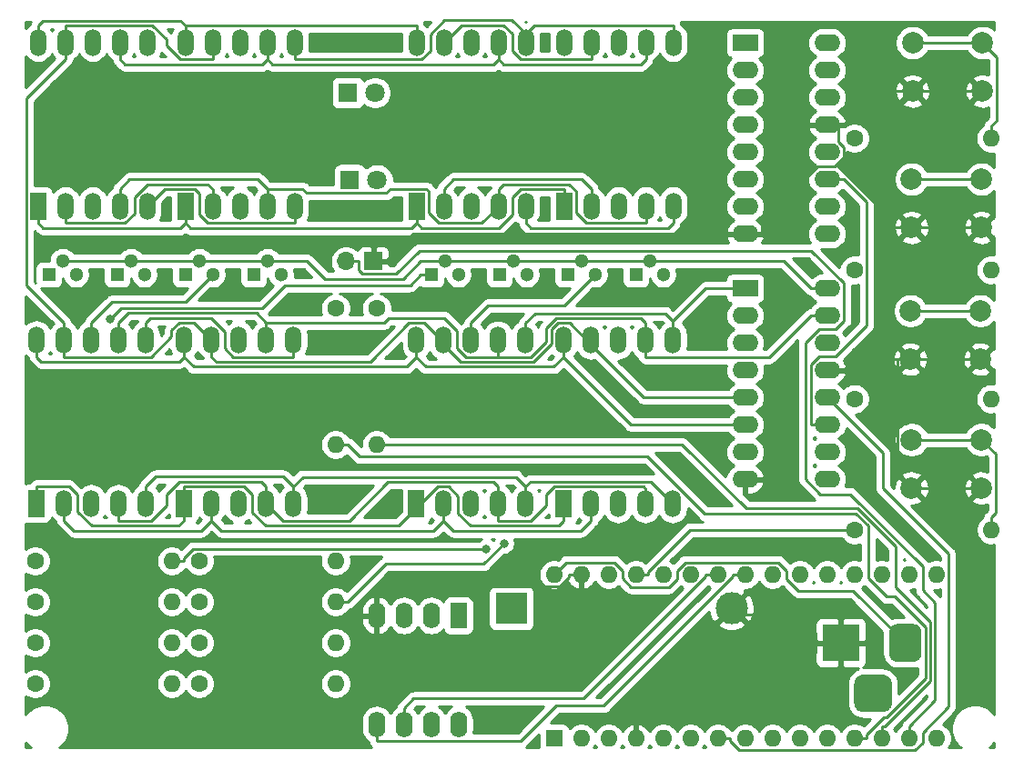
<source format=gtl>
G04 #@! TF.GenerationSoftware,KiCad,Pcbnew,(5.1.5)-3*
G04 #@! TF.CreationDate,2020-06-08T21:10:59+09:00*
G04 #@! TF.ProjectId,AlarmClock,416c6172-6d43-46c6-9f63-6b2e6b696361,rev?*
G04 #@! TF.SameCoordinates,Original*
G04 #@! TF.FileFunction,Copper,L1,Top*
G04 #@! TF.FilePolarity,Positive*
%FSLAX46Y46*%
G04 Gerber Fmt 4.6, Leading zero omitted, Abs format (unit mm)*
G04 Created by KiCad (PCBNEW (5.1.5)-3) date 2020-06-08 21:10:59*
%MOMM*%
%LPD*%
G04 APERTURE LIST*
%ADD10R,1.600000X1.600000*%
%ADD11O,1.600000X1.600000*%
%ADD12R,1.524000X2.524000*%
%ADD13O,1.524000X2.524000*%
%ADD14C,3.000000*%
%ADD15R,3.000000X3.000000*%
%ADD16R,1.800000X1.800000*%
%ADD17C,1.800000*%
%ADD18R,3.500000X3.500000*%
%ADD19C,0.100000*%
%ADD20C,1.300000*%
%ADD21R,1.300000X1.300000*%
%ADD22C,2.000000*%
%ADD23O,2.400000X1.600000*%
%ADD24R,2.400000X1.600000*%
%ADD25R,1.600000X2.400000*%
%ADD26O,1.600000X2.400000*%
%ADD27C,1.600000*%
%ADD28R,1.700000X1.700000*%
%ADD29O,1.700000X1.700000*%
%ADD30C,0.800000*%
%ADD31C,0.250000*%
%ADD32C,0.254000*%
G04 APERTURE END LIST*
D10*
X133350000Y-121920000D03*
D11*
X166370000Y-106680000D03*
X135890000Y-121920000D03*
X163830000Y-106680000D03*
X138430000Y-121920000D03*
X161290000Y-106680000D03*
X140970000Y-121920000D03*
X158750000Y-106680000D03*
X143510000Y-121920000D03*
X156210000Y-106680000D03*
X146050000Y-121920000D03*
X153670000Y-106680000D03*
X148590000Y-121920000D03*
X151130000Y-106680000D03*
X151130000Y-121920000D03*
X148590000Y-106680000D03*
X153670000Y-121920000D03*
X146050000Y-106680000D03*
X156210000Y-121920000D03*
X143510000Y-106680000D03*
X158750000Y-121920000D03*
X140970000Y-106680000D03*
X161290000Y-121920000D03*
X138430000Y-106680000D03*
X163830000Y-121920000D03*
X135890000Y-106680000D03*
X166370000Y-121920000D03*
X133350000Y-106680000D03*
X168910000Y-121920000D03*
X168910000Y-106680000D03*
D12*
X85350000Y-72352000D03*
D13*
X87890000Y-72352000D03*
X90430000Y-72352000D03*
X92970000Y-72352000D03*
X95510000Y-72352000D03*
X95510000Y-57112000D03*
X92970000Y-57112000D03*
X90430000Y-57112000D03*
X87890000Y-57112000D03*
X85350000Y-57112000D03*
D12*
X99066000Y-72352000D03*
D13*
X101606000Y-72352000D03*
X104146000Y-72352000D03*
X106686000Y-72352000D03*
X109226000Y-72352000D03*
X109226000Y-57112000D03*
X106686000Y-57112000D03*
X104146000Y-57112000D03*
X101606000Y-57112000D03*
X99066000Y-57112000D03*
X120552000Y-57112000D03*
X123092000Y-57112000D03*
X125632000Y-57112000D03*
X128172000Y-57112000D03*
X130712000Y-57112000D03*
X130712000Y-72352000D03*
X128172000Y-72352000D03*
X125632000Y-72352000D03*
X123092000Y-72352000D03*
D12*
X120552000Y-72352000D03*
D13*
X134268000Y-57112000D03*
X136808000Y-57112000D03*
X139348000Y-57112000D03*
X141888000Y-57112000D03*
X144428000Y-57112000D03*
X144428000Y-72352000D03*
X141888000Y-72352000D03*
X139348000Y-72352000D03*
X136808000Y-72352000D03*
D12*
X134268000Y-72352000D03*
X85214000Y-100052000D03*
D13*
X87754000Y-100052000D03*
X90294000Y-100052000D03*
X92834000Y-100052000D03*
X95374000Y-100052000D03*
X95374000Y-84812000D03*
X92834000Y-84812000D03*
X90294000Y-84812000D03*
X87754000Y-84812000D03*
X85214000Y-84812000D03*
D12*
X98930000Y-100052000D03*
D13*
X101470000Y-100052000D03*
X104010000Y-100052000D03*
X106550000Y-100052000D03*
X109090000Y-100052000D03*
X109090000Y-84812000D03*
X106550000Y-84812000D03*
X104010000Y-84812000D03*
X101470000Y-84812000D03*
X98930000Y-84812000D03*
X120523000Y-84836000D03*
X123063000Y-84836000D03*
X125603000Y-84836000D03*
X128143000Y-84836000D03*
X130683000Y-84836000D03*
X130683000Y-100076000D03*
X128143000Y-100076000D03*
X125603000Y-100076000D03*
X123063000Y-100076000D03*
D12*
X120523000Y-100076000D03*
D13*
X134239000Y-84836000D03*
X136779000Y-84836000D03*
X139319000Y-84836000D03*
X141859000Y-84836000D03*
X144399000Y-84836000D03*
X144399000Y-100076000D03*
X141859000Y-100076000D03*
X139319000Y-100076000D03*
X136779000Y-100076000D03*
D12*
X134239000Y-100076000D03*
D14*
X149860000Y-109800000D03*
D15*
X129370000Y-109800000D03*
D16*
X114160000Y-61800000D03*
D17*
X116700000Y-61800000D03*
X116900000Y-69900000D03*
D16*
X114360000Y-69900000D03*
D18*
X160020000Y-113030000D03*
G04 #@! TA.AperFunction,ComponentPad*
D19*
G36*
X166843513Y-111283611D02*
G01*
X166916318Y-111294411D01*
X166987714Y-111312295D01*
X167057013Y-111337090D01*
X167123548Y-111368559D01*
X167186678Y-111406398D01*
X167245795Y-111450242D01*
X167300330Y-111499670D01*
X167349758Y-111554205D01*
X167393602Y-111613322D01*
X167431441Y-111676452D01*
X167462910Y-111742987D01*
X167487705Y-111812286D01*
X167505589Y-111883682D01*
X167516389Y-111956487D01*
X167520000Y-112030000D01*
X167520000Y-114030000D01*
X167516389Y-114103513D01*
X167505589Y-114176318D01*
X167487705Y-114247714D01*
X167462910Y-114317013D01*
X167431441Y-114383548D01*
X167393602Y-114446678D01*
X167349758Y-114505795D01*
X167300330Y-114560330D01*
X167245795Y-114609758D01*
X167186678Y-114653602D01*
X167123548Y-114691441D01*
X167057013Y-114722910D01*
X166987714Y-114747705D01*
X166916318Y-114765589D01*
X166843513Y-114776389D01*
X166770000Y-114780000D01*
X165270000Y-114780000D01*
X165196487Y-114776389D01*
X165123682Y-114765589D01*
X165052286Y-114747705D01*
X164982987Y-114722910D01*
X164916452Y-114691441D01*
X164853322Y-114653602D01*
X164794205Y-114609758D01*
X164739670Y-114560330D01*
X164690242Y-114505795D01*
X164646398Y-114446678D01*
X164608559Y-114383548D01*
X164577090Y-114317013D01*
X164552295Y-114247714D01*
X164534411Y-114176318D01*
X164523611Y-114103513D01*
X164520000Y-114030000D01*
X164520000Y-112030000D01*
X164523611Y-111956487D01*
X164534411Y-111883682D01*
X164552295Y-111812286D01*
X164577090Y-111742987D01*
X164608559Y-111676452D01*
X164646398Y-111613322D01*
X164690242Y-111554205D01*
X164739670Y-111499670D01*
X164794205Y-111450242D01*
X164853322Y-111406398D01*
X164916452Y-111368559D01*
X164982987Y-111337090D01*
X165052286Y-111312295D01*
X165123682Y-111294411D01*
X165196487Y-111283611D01*
X165270000Y-111280000D01*
X166770000Y-111280000D01*
X166843513Y-111283611D01*
G37*
G04 #@! TD.AperFunction*
G04 #@! TA.AperFunction,ComponentPad*
G36*
X163980765Y-115984213D02*
G01*
X164065704Y-115996813D01*
X164148999Y-116017677D01*
X164229848Y-116046605D01*
X164307472Y-116083319D01*
X164381124Y-116127464D01*
X164450094Y-116178616D01*
X164513718Y-116236282D01*
X164571384Y-116299906D01*
X164622536Y-116368876D01*
X164666681Y-116442528D01*
X164703395Y-116520152D01*
X164732323Y-116601001D01*
X164753187Y-116684296D01*
X164765787Y-116769235D01*
X164770000Y-116855000D01*
X164770000Y-118605000D01*
X164765787Y-118690765D01*
X164753187Y-118775704D01*
X164732323Y-118858999D01*
X164703395Y-118939848D01*
X164666681Y-119017472D01*
X164622536Y-119091124D01*
X164571384Y-119160094D01*
X164513718Y-119223718D01*
X164450094Y-119281384D01*
X164381124Y-119332536D01*
X164307472Y-119376681D01*
X164229848Y-119413395D01*
X164148999Y-119442323D01*
X164065704Y-119463187D01*
X163980765Y-119475787D01*
X163895000Y-119480000D01*
X162145000Y-119480000D01*
X162059235Y-119475787D01*
X161974296Y-119463187D01*
X161891001Y-119442323D01*
X161810152Y-119413395D01*
X161732528Y-119376681D01*
X161658876Y-119332536D01*
X161589906Y-119281384D01*
X161526282Y-119223718D01*
X161468616Y-119160094D01*
X161417464Y-119091124D01*
X161373319Y-119017472D01*
X161336605Y-118939848D01*
X161307677Y-118858999D01*
X161286813Y-118775704D01*
X161274213Y-118690765D01*
X161270000Y-118605000D01*
X161270000Y-116855000D01*
X161274213Y-116769235D01*
X161286813Y-116684296D01*
X161307677Y-116601001D01*
X161336605Y-116520152D01*
X161373319Y-116442528D01*
X161417464Y-116368876D01*
X161468616Y-116299906D01*
X161526282Y-116236282D01*
X161589906Y-116178616D01*
X161658876Y-116127464D01*
X161732528Y-116083319D01*
X161810152Y-116046605D01*
X161891001Y-116017677D01*
X161974296Y-115996813D01*
X162059235Y-115984213D01*
X162145000Y-115980000D01*
X163895000Y-115980000D01*
X163980765Y-115984213D01*
G37*
G04 #@! TD.AperFunction*
D20*
X87640000Y-77470000D03*
X88900000Y-78740000D03*
D21*
X86360000Y-78740000D03*
X92710000Y-78740000D03*
D20*
X95250000Y-78740000D03*
X93990000Y-77470000D03*
D21*
X121920000Y-78740000D03*
D20*
X124460000Y-78740000D03*
X123200000Y-77470000D03*
D21*
X128270000Y-78740000D03*
D20*
X130810000Y-78740000D03*
X129550000Y-77470000D03*
D21*
X99060000Y-78740000D03*
D20*
X101600000Y-78740000D03*
X100340000Y-77470000D03*
X106690000Y-77470000D03*
X107950000Y-78740000D03*
D21*
X105410000Y-78740000D03*
D20*
X135900000Y-77470000D03*
X137160000Y-78740000D03*
D21*
X134620000Y-78740000D03*
D20*
X142250000Y-77470000D03*
X143510000Y-78740000D03*
D21*
X140970000Y-78740000D03*
D22*
X173200000Y-57150000D03*
X173200000Y-61650000D03*
X166700000Y-57150000D03*
X166700000Y-61650000D03*
X166600000Y-74350000D03*
X166600000Y-69850000D03*
X173100000Y-74350000D03*
X173100000Y-69850000D03*
X173000000Y-82110000D03*
X173000000Y-86610000D03*
X166500000Y-82110000D03*
X166500000Y-86610000D03*
X166600000Y-98610000D03*
X166600000Y-94110000D03*
X173100000Y-98610000D03*
X173100000Y-94110000D03*
D23*
X158750000Y-80010000D03*
X151130000Y-97790000D03*
X158750000Y-82550000D03*
X151130000Y-95250000D03*
X158750000Y-85090000D03*
X151130000Y-92710000D03*
X158750000Y-87630000D03*
X151130000Y-90170000D03*
X158750000Y-90170000D03*
X151130000Y-87630000D03*
X158750000Y-92710000D03*
X151130000Y-85090000D03*
X158750000Y-95250000D03*
X151130000Y-82550000D03*
X158750000Y-97790000D03*
D24*
X151130000Y-80010000D03*
X151130000Y-57150000D03*
D23*
X158750000Y-74930000D03*
X151130000Y-59690000D03*
X158750000Y-72390000D03*
X151130000Y-62230000D03*
X158750000Y-69850000D03*
X151130000Y-64770000D03*
X158750000Y-67310000D03*
X151130000Y-67310000D03*
X158750000Y-64770000D03*
X151130000Y-69850000D03*
X158750000Y-62230000D03*
X151130000Y-72390000D03*
X158750000Y-59690000D03*
X151130000Y-74930000D03*
X158750000Y-57150000D03*
D25*
X124460000Y-110490000D03*
D26*
X116840000Y-120650000D03*
X121920000Y-110490000D03*
X119380000Y-120650000D03*
X119380000Y-110490000D03*
X121920000Y-120650000D03*
X116840000Y-110490000D03*
X124460000Y-120650000D03*
D11*
X97790000Y-105410000D03*
D27*
X85090000Y-105410000D03*
X85090000Y-109220000D03*
D11*
X97790000Y-109220000D03*
X97790000Y-113030000D03*
D27*
X85090000Y-113030000D03*
X85090000Y-116840000D03*
D11*
X97790000Y-116840000D03*
X113030000Y-105410000D03*
D27*
X100330000Y-105410000D03*
X100330000Y-109220000D03*
D11*
X113030000Y-109220000D03*
X113030000Y-113030000D03*
D27*
X100330000Y-113030000D03*
X100330000Y-116840000D03*
D11*
X113030000Y-116840000D03*
X173990000Y-66040000D03*
D27*
X161290000Y-66040000D03*
X161290000Y-78300000D03*
D11*
X173990000Y-78300000D03*
X113030000Y-94560000D03*
D27*
X113030000Y-81860000D03*
D11*
X173990000Y-90300000D03*
D27*
X161290000Y-90300000D03*
X116840000Y-81860000D03*
D11*
X116840000Y-94560000D03*
D27*
X161300000Y-102500000D03*
D11*
X174000000Y-102500000D03*
D28*
X116540000Y-77500000D03*
D29*
X114000000Y-77500000D03*
D30*
X92093400Y-82881500D03*
X127054000Y-104263700D03*
X128691700Y-103790500D03*
D31*
X151130000Y-74930000D02*
X149604700Y-74930000D01*
X117715300Y-77500000D02*
X120285300Y-74930000D01*
X120285300Y-74930000D02*
X149604700Y-74930000D01*
X151130000Y-74930000D02*
X152655300Y-74930000D01*
X159596200Y-68487900D02*
X160293100Y-67791000D01*
X160293100Y-67791000D02*
X160293100Y-66861500D01*
X160293100Y-66861500D02*
X159828200Y-66396600D01*
X159828200Y-66396600D02*
X159828200Y-64770000D01*
X152655300Y-74930000D02*
X152655300Y-73881400D01*
X152655300Y-73881400D02*
X157882800Y-68653900D01*
X157882800Y-68653900D02*
X159430200Y-68653900D01*
X159430200Y-68653900D02*
X159596200Y-68487900D01*
X164685600Y-74350000D02*
X164685600Y-73577400D01*
X164685600Y-73577400D02*
X159596200Y-68487900D01*
X164685600Y-74350000D02*
X164685600Y-86610000D01*
X166600000Y-74350000D02*
X164685600Y-74350000D01*
X159828200Y-64770000D02*
X160275300Y-64770000D01*
X158750000Y-64770000D02*
X159828200Y-64770000D01*
X116540000Y-77500000D02*
X117715300Y-77500000D01*
X166700000Y-61650000D02*
X173200000Y-61650000D01*
X160275300Y-64770000D02*
X163395300Y-61650000D01*
X163395300Y-61650000D02*
X166700000Y-61650000D01*
X165257300Y-86610000D02*
X164685600Y-86610000D01*
X166500000Y-86610000D02*
X165257300Y-86610000D01*
X165257300Y-86610000D02*
X165257300Y-97267300D01*
X165257300Y-97267300D02*
X166600000Y-98610000D01*
X116840000Y-110490000D02*
X116840000Y-108964700D01*
X135890000Y-106680000D02*
X134764700Y-106680000D01*
X134764700Y-106680000D02*
X134764700Y-106961400D01*
X134764700Y-106961400D02*
X133920800Y-107805300D01*
X133920800Y-107805300D02*
X117999400Y-107805300D01*
X117999400Y-107805300D02*
X116840000Y-108964700D01*
X173100000Y-98610000D02*
X166600000Y-98610000D01*
X164685600Y-86610000D02*
X161295300Y-86610000D01*
X161295300Y-86610000D02*
X160275300Y-87630000D01*
X158750000Y-87630000D02*
X160275300Y-87630000D01*
X173000000Y-86610000D02*
X166500000Y-86610000D01*
X173100000Y-74350000D02*
X166600000Y-74350000D01*
X160020000Y-113030000D02*
X157944700Y-113030000D01*
X155404700Y-110490000D02*
X157944700Y-113030000D01*
X149860000Y-110260000D02*
X150000000Y-110400000D01*
X149860000Y-109800000D02*
X149860000Y-110260000D01*
X149860000Y-110490000D02*
X150000000Y-110400000D01*
X149860000Y-110060000D02*
X150200000Y-110400000D01*
X149860000Y-109800000D02*
X149860000Y-110060000D01*
X150000000Y-110400000D02*
X150200000Y-110400000D01*
X150200000Y-110400000D02*
X155404700Y-110490000D01*
X158750000Y-92710000D02*
X157224700Y-92710000D01*
X158750000Y-69850000D02*
X160275300Y-69850000D01*
X160275300Y-69850000D02*
X162423800Y-71998500D01*
X162423800Y-71998500D02*
X162423800Y-83471900D01*
X162423800Y-83471900D02*
X159535700Y-86360000D01*
X159535700Y-86360000D02*
X158019000Y-86360000D01*
X158019000Y-86360000D02*
X157224700Y-87154300D01*
X157224700Y-87154300D02*
X157224700Y-92710000D01*
X148590000Y-121920000D02*
X149715300Y-121920000D01*
X158750000Y-90170000D02*
X163934600Y-95354600D01*
X163934600Y-95354600D02*
X163934600Y-98662200D01*
X163934600Y-98662200D02*
X170040600Y-104768200D01*
X170040600Y-104768200D02*
X170040600Y-118989200D01*
X170040600Y-118989200D02*
X167640000Y-121389800D01*
X167640000Y-121389800D02*
X167640000Y-122321100D01*
X167640000Y-122321100D02*
X166915800Y-123045300D01*
X166915800Y-123045300D02*
X150559200Y-123045300D01*
X150559200Y-123045300D02*
X149715300Y-122201400D01*
X149715300Y-122201400D02*
X149715300Y-121920000D01*
X151130000Y-106680000D02*
X150004700Y-106680000D01*
X116840000Y-120650000D02*
X116840000Y-122175300D01*
X116840000Y-122175300D02*
X130275300Y-122175300D01*
X130275300Y-122175300D02*
X133551100Y-118899500D01*
X133551100Y-118899500D02*
X137962100Y-118899500D01*
X137962100Y-118899500D02*
X150004700Y-106856900D01*
X150004700Y-106856900D02*
X150004700Y-106680000D01*
X173990000Y-66040000D02*
X173990000Y-64914700D01*
X173990000Y-64914700D02*
X174528700Y-64376000D01*
X174528700Y-64376000D02*
X174528700Y-58478700D01*
X174528700Y-58478700D02*
X173200000Y-57150000D01*
X166700000Y-57150000D02*
X173200000Y-57150000D01*
X147464700Y-106680000D02*
X147464700Y-106884500D01*
X147464700Y-106884500D02*
X136125100Y-118224100D01*
X136125100Y-118224100D02*
X120280600Y-118224100D01*
X120280600Y-118224100D02*
X119380000Y-119124700D01*
X148590000Y-106680000D02*
X147464700Y-106680000D01*
X119380000Y-120650000D02*
X119380000Y-119124700D01*
X173100000Y-69850000D02*
X166600000Y-69850000D01*
X166500000Y-82110000D02*
X173000000Y-82110000D01*
X174000000Y-102500000D02*
X174000000Y-101374700D01*
X174000000Y-101374700D02*
X174436100Y-100938600D01*
X174436100Y-100938600D02*
X174436100Y-95446100D01*
X174436100Y-95446100D02*
X173100000Y-94110000D01*
X173100000Y-94110000D02*
X166600000Y-94110000D01*
X140970000Y-106680000D02*
X142095300Y-106680000D01*
X161300000Y-102500000D02*
X145994000Y-102500000D01*
X145994000Y-102500000D02*
X142095300Y-106398700D01*
X142095300Y-106398700D02*
X142095300Y-106680000D01*
X123200000Y-77470000D02*
X120944600Y-77470000D01*
X120944600Y-77470000D02*
X119285200Y-79129400D01*
X119285200Y-79129400D02*
X112032200Y-79129400D01*
X112032200Y-79129400D02*
X110372800Y-77470000D01*
X110372800Y-77470000D02*
X106690000Y-77470000D01*
X129550000Y-77470000D02*
X123200000Y-77470000D01*
X106690000Y-77470000D02*
X100340000Y-77470000D01*
X142250000Y-77470000D02*
X135900000Y-77470000D01*
X157224700Y-80010000D02*
X154684700Y-77470000D01*
X154684700Y-77470000D02*
X142250000Y-77470000D01*
X135900000Y-77470000D02*
X129550000Y-77470000D01*
X93990000Y-77470000D02*
X87640000Y-77470000D01*
X100340000Y-77470000D02*
X93990000Y-77470000D01*
X158750000Y-80010000D02*
X157224700Y-80010000D01*
X114155300Y-94560000D02*
X115280600Y-95685300D01*
X115280600Y-95685300D02*
X142046100Y-95685300D01*
X142046100Y-95685300D02*
X147379400Y-101018600D01*
X147379400Y-101018600D02*
X161441200Y-101018600D01*
X161441200Y-101018600D02*
X162560000Y-102137400D01*
X162560000Y-102137400D02*
X162560000Y-107006100D01*
X162560000Y-107006100D02*
X164300800Y-108746900D01*
X164300800Y-108746900D02*
X165030400Y-108746900D01*
X165030400Y-108746900D02*
X167882400Y-111598900D01*
X167882400Y-111598900D02*
X167882400Y-116344400D01*
X167882400Y-116344400D02*
X164243700Y-119983100D01*
X164243700Y-119983100D02*
X163989500Y-119983100D01*
X163989500Y-119983100D02*
X162415300Y-121557300D01*
X162415300Y-121557300D02*
X162415300Y-121920000D01*
X161290000Y-121920000D02*
X162415300Y-121920000D01*
X113030000Y-94560000D02*
X114155300Y-94560000D01*
X116840000Y-94560000D02*
X145271100Y-94560000D01*
X145271100Y-94560000D02*
X151241900Y-100530800D01*
X151241900Y-100530800D02*
X161590300Y-100530800D01*
X161590300Y-100530800D02*
X165100000Y-104040500D01*
X165100000Y-104040500D02*
X165100000Y-107850400D01*
X165100000Y-107850400D02*
X168332700Y-111083100D01*
X168332700Y-111083100D02*
X168332700Y-116591400D01*
X168332700Y-116591400D02*
X164129400Y-120794700D01*
X164129400Y-120794700D02*
X163830000Y-120794700D01*
X163830000Y-121920000D02*
X163830000Y-120794700D01*
X166020000Y-113030000D02*
X161168300Y-108178300D01*
X161168300Y-108178300D02*
X156051600Y-108178300D01*
X156051600Y-108178300D02*
X154940000Y-107066700D01*
X154940000Y-107066700D02*
X154940000Y-106310600D01*
X154940000Y-106310600D02*
X154184000Y-105554600D01*
X154184000Y-105554600D02*
X145555200Y-105554600D01*
X145555200Y-105554600D02*
X144780000Y-106329800D01*
X144780000Y-106329800D02*
X144780000Y-107067700D01*
X144780000Y-107067700D02*
X144025800Y-107821900D01*
X144025800Y-107821900D02*
X140481800Y-107821900D01*
X140481800Y-107821900D02*
X139700000Y-107040100D01*
X139700000Y-107040100D02*
X139700000Y-106297400D01*
X139700000Y-106297400D02*
X138940300Y-105537700D01*
X138940300Y-105537700D02*
X134492300Y-105537700D01*
X134492300Y-105537700D02*
X133350000Y-106680000D01*
X99066000Y-73939300D02*
X99516400Y-74389700D01*
X99516400Y-74389700D02*
X120101600Y-74389700D01*
X120101600Y-74389700D02*
X120552000Y-73939300D01*
X85350000Y-73939300D02*
X85800400Y-74389700D01*
X85800400Y-74389700D02*
X98615600Y-74389700D01*
X98615600Y-74389700D02*
X99066000Y-73939300D01*
X134239000Y-101663300D02*
X133788700Y-102113600D01*
X133788700Y-102113600D02*
X125563500Y-102113600D01*
X125563500Y-102113600D02*
X124413300Y-100963400D01*
X124413300Y-100963400D02*
X124413300Y-99362700D01*
X124413300Y-99362700D02*
X123539300Y-98488700D01*
X123539300Y-98488700D02*
X122520700Y-98488700D01*
X122520700Y-98488700D02*
X120523000Y-100486400D01*
X98930000Y-100052000D02*
X98930000Y-101639300D01*
X85214000Y-100052000D02*
X85214000Y-98464700D01*
X85214000Y-98464700D02*
X88224100Y-98464700D01*
X88224100Y-98464700D02*
X89024000Y-99264600D01*
X89024000Y-99264600D02*
X89024000Y-100819700D01*
X89024000Y-100819700D02*
X90330000Y-102125700D01*
X90330000Y-102125700D02*
X98443600Y-102125700D01*
X98443600Y-102125700D02*
X98930000Y-101639300D01*
X98930000Y-100052000D02*
X98930000Y-98464700D01*
X120523000Y-100486400D02*
X118896200Y-102113200D01*
X118896200Y-102113200D02*
X106498700Y-102113200D01*
X106498700Y-102113200D02*
X105280000Y-100894500D01*
X105280000Y-100894500D02*
X105280000Y-99241100D01*
X105280000Y-99241100D02*
X104503600Y-98464700D01*
X104503600Y-98464700D02*
X98930000Y-98464700D01*
X134268000Y-70764700D02*
X130255500Y-70764700D01*
X130255500Y-70764700D02*
X129442000Y-71578200D01*
X129442000Y-71578200D02*
X129442000Y-73122800D01*
X129442000Y-73122800D02*
X128175200Y-74389600D01*
X128175200Y-74389600D02*
X121002300Y-74389600D01*
X121002300Y-74389600D02*
X120552000Y-73939300D01*
X99066000Y-72352000D02*
X99066000Y-73939300D01*
X85350000Y-72352000D02*
X85350000Y-73939300D01*
X134239000Y-100076000D02*
X134239000Y-101663300D01*
X120523000Y-100076000D02*
X120523000Y-100486400D01*
X134268000Y-72352000D02*
X134268000Y-70764700D01*
X120552000Y-72352000D02*
X120552000Y-73939300D01*
X123063000Y-101663300D02*
X122150200Y-102576100D01*
X122150200Y-102576100D02*
X102406800Y-102576100D01*
X102406800Y-102576100D02*
X101470000Y-101639300D01*
X136779000Y-101663300D02*
X135866300Y-102576000D01*
X135866300Y-102576000D02*
X123975700Y-102576000D01*
X123975700Y-102576000D02*
X123063000Y-101663300D01*
X123063000Y-100076000D02*
X123063000Y-101663300D01*
X136779000Y-100076000D02*
X136779000Y-101663300D01*
X87754000Y-101639300D02*
X88690700Y-102576000D01*
X88690700Y-102576000D02*
X100533300Y-102576000D01*
X100533300Y-102576000D02*
X101470000Y-101639300D01*
X87754000Y-100052000D02*
X87754000Y-101639300D01*
X101470000Y-100052000D02*
X101470000Y-101639300D01*
X101606000Y-70764700D02*
X101155700Y-70314400D01*
X101155700Y-70314400D02*
X95506200Y-70314400D01*
X95506200Y-70314400D02*
X94306000Y-71514600D01*
X94306000Y-71514600D02*
X94306000Y-73075200D01*
X94306000Y-73075200D02*
X93441900Y-73939300D01*
X93441900Y-73939300D02*
X87890000Y-73939300D01*
X136808000Y-72352000D02*
X136808000Y-70764700D01*
X123092000Y-72352000D02*
X123092000Y-70764700D01*
X123092000Y-70764700D02*
X124004000Y-69852700D01*
X124004000Y-69852700D02*
X135896000Y-69852700D01*
X135896000Y-69852700D02*
X136808000Y-70764700D01*
X101606000Y-72352000D02*
X101606000Y-70764700D01*
X87890000Y-72352000D02*
X87890000Y-73939300D01*
X106550000Y-100052000D02*
X108137400Y-101639400D01*
X108137400Y-101639400D02*
X114317800Y-101639400D01*
X114317800Y-101639400D02*
X117918800Y-98038400D01*
X117918800Y-98038400D02*
X127692700Y-98038400D01*
X127692700Y-98038400D02*
X128143000Y-98488700D01*
X106550000Y-100052000D02*
X106550000Y-98464700D01*
X106550000Y-98464700D02*
X106099600Y-98014300D01*
X106099600Y-98014300D02*
X98479600Y-98014300D01*
X98479600Y-98014300D02*
X97311300Y-99182600D01*
X97311300Y-99182600D02*
X97311300Y-100202900D01*
X97311300Y-100202900D02*
X95874900Y-101639300D01*
X95874900Y-101639300D02*
X92834000Y-101639300D01*
X92834000Y-100052000D02*
X92834000Y-101639300D01*
X128172000Y-72352000D02*
X128172000Y-70764700D01*
X128172000Y-70764700D02*
X128622400Y-70314300D01*
X128622400Y-70314300D02*
X134718400Y-70314300D01*
X134718400Y-70314300D02*
X135378700Y-70974600D01*
X135378700Y-70974600D02*
X135378700Y-72975400D01*
X135378700Y-72975400D02*
X136342600Y-73939300D01*
X136342600Y-73939300D02*
X141888000Y-73939300D01*
X106686000Y-70764700D02*
X109952700Y-70764700D01*
X109952700Y-70764700D02*
X110324900Y-71136900D01*
X110324900Y-71136900D02*
X117753100Y-71136900D01*
X117753100Y-71136900D02*
X118125400Y-70764600D01*
X118125400Y-70764600D02*
X121459200Y-70764600D01*
X121459200Y-70764600D02*
X121662700Y-70968100D01*
X121662700Y-70968100D02*
X121662700Y-73010600D01*
X121662700Y-73010600D02*
X122591400Y-73939300D01*
X122591400Y-73939300D02*
X126584700Y-73939300D01*
X126584700Y-73939300D02*
X128172000Y-72352000D01*
X141888000Y-72352000D02*
X141888000Y-73939300D01*
X128143000Y-100076000D02*
X128143000Y-98488700D01*
X106686000Y-70764700D02*
X105785400Y-69864100D01*
X105785400Y-69864100D02*
X93870600Y-69864100D01*
X93870600Y-69864100D02*
X92970000Y-70764700D01*
X141859000Y-98675300D02*
X141672400Y-98488700D01*
X141672400Y-98488700D02*
X133342200Y-98488700D01*
X133342200Y-98488700D02*
X132620300Y-99210600D01*
X132620300Y-99210600D02*
X132620300Y-100218800D01*
X132620300Y-100218800D02*
X131175800Y-101663300D01*
X131175800Y-101663300D02*
X128143000Y-101663300D01*
X141859000Y-100076000D02*
X141859000Y-98675300D01*
X92970000Y-72352000D02*
X92970000Y-70764700D01*
X106686000Y-72352000D02*
X106686000Y-70764700D01*
X128143000Y-100076000D02*
X128143000Y-101663300D01*
X144428000Y-73939300D02*
X143977700Y-74389600D01*
X143977700Y-74389600D02*
X131162300Y-74389600D01*
X131162300Y-74389600D02*
X130712000Y-73939300D01*
X109090000Y-98464700D02*
X108186200Y-97560900D01*
X108186200Y-97560900D02*
X96277800Y-97560900D01*
X96277800Y-97560900D02*
X95374000Y-98464700D01*
X95374000Y-100052000D02*
X95374000Y-98464700D01*
X130683000Y-98488700D02*
X129782300Y-97588000D01*
X129782300Y-97588000D02*
X109966700Y-97588000D01*
X109966700Y-97588000D02*
X109090000Y-98464700D01*
X109090000Y-100052000D02*
X109090000Y-98464700D01*
X144399000Y-100076000D02*
X142324300Y-98001300D01*
X142324300Y-98001300D02*
X131170400Y-98001300D01*
X131170400Y-98001300D02*
X130683000Y-98488700D01*
X130683000Y-100076000D02*
X130683000Y-98488700D01*
X109226000Y-72352000D02*
X109226000Y-73939300D01*
X109226000Y-73939300D02*
X101144500Y-73939300D01*
X101144500Y-73939300D02*
X100382800Y-73177600D01*
X100382800Y-73177600D02*
X100382800Y-71173300D01*
X100382800Y-71173300D02*
X99974200Y-70764700D01*
X99974200Y-70764700D02*
X97097300Y-70764700D01*
X97097300Y-70764700D02*
X95510000Y-72352000D01*
X130712000Y-72352000D02*
X130712000Y-73939300D01*
X144428000Y-72352000D02*
X144428000Y-73939300D01*
X109090000Y-86399300D02*
X103512200Y-86399300D01*
X103512200Y-86399300D02*
X102740000Y-85627100D01*
X102740000Y-85627100D02*
X102740000Y-84041200D01*
X102740000Y-84041200D02*
X101473200Y-82774400D01*
X101473200Y-82774400D02*
X95824300Y-82774400D01*
X95824300Y-82774400D02*
X95374000Y-83224700D01*
X144399000Y-83076300D02*
X143670800Y-82348100D01*
X143670800Y-82348100D02*
X131583600Y-82348100D01*
X131583600Y-82348100D02*
X130683000Y-83248700D01*
X95374000Y-84812000D02*
X95374000Y-83224700D01*
X109090000Y-84812000D02*
X109090000Y-86399300D01*
X130683000Y-84836000D02*
X130683000Y-83248700D01*
X144399000Y-83076300D02*
X144399000Y-83361300D01*
X151130000Y-80010000D02*
X147465300Y-80010000D01*
X147465300Y-80010000D02*
X144399000Y-83076300D01*
X144428000Y-57112000D02*
X144428000Y-55524700D01*
X144428000Y-55524700D02*
X131505600Y-55524700D01*
X131505600Y-55524700D02*
X130712000Y-56318300D01*
X109226000Y-57112000D02*
X109226000Y-58699300D01*
X130712000Y-56318300D02*
X129400600Y-55006900D01*
X129400600Y-55006900D02*
X123155800Y-55006900D01*
X123155800Y-55006900D02*
X121822000Y-56340700D01*
X121822000Y-56340700D02*
X121822000Y-57926200D01*
X121822000Y-57926200D02*
X121048900Y-58699300D01*
X121048900Y-58699300D02*
X109226000Y-58699300D01*
X130712000Y-57112000D02*
X130712000Y-56318300D01*
X144399000Y-84836000D02*
X144399000Y-83361300D01*
X92834000Y-83224700D02*
X93734600Y-82324100D01*
X93734600Y-82324100D02*
X105649400Y-82324100D01*
X105649400Y-82324100D02*
X106550000Y-83224700D01*
X141888000Y-58699300D02*
X141437600Y-59149700D01*
X141437600Y-59149700D02*
X128622400Y-59149700D01*
X128622400Y-59149700D02*
X128172000Y-58699300D01*
X128172000Y-58699300D02*
X127718700Y-59152600D01*
X127718700Y-59152600D02*
X107139300Y-59152600D01*
X107139300Y-59152600D02*
X106686000Y-58699300D01*
X92970000Y-58699300D02*
X93423500Y-59152800D01*
X93423500Y-59152800D02*
X106232500Y-59152800D01*
X106232500Y-59152800D02*
X106686000Y-58699300D01*
X106686000Y-57112000D02*
X106686000Y-58699300D01*
X92970000Y-57112000D02*
X92970000Y-58699300D01*
X141859000Y-84836000D02*
X141859000Y-86423300D01*
X158750000Y-82550000D02*
X157224700Y-82550000D01*
X157224700Y-82550000D02*
X153351400Y-86423300D01*
X153351400Y-86423300D02*
X141859000Y-86423300D01*
X141888000Y-57112000D02*
X141888000Y-58699300D01*
X128172000Y-57112000D02*
X128172000Y-58699300D01*
X141859000Y-83248700D02*
X141408700Y-82798400D01*
X141408700Y-82798400D02*
X133562400Y-82798400D01*
X133562400Y-82798400D02*
X132629500Y-83731300D01*
X132629500Y-83731300D02*
X132629500Y-84997400D01*
X132629500Y-84997400D02*
X131203600Y-86423300D01*
X131203600Y-86423300D02*
X128143000Y-86423300D01*
X128143000Y-86423300D02*
X125135400Y-86423300D01*
X125135400Y-86423300D02*
X124333000Y-85620900D01*
X124333000Y-85620900D02*
X124333000Y-83967000D01*
X124333000Y-83967000D02*
X123164300Y-82798300D01*
X123164300Y-82798300D02*
X117934700Y-82798300D01*
X117934700Y-82798300D02*
X117508300Y-83224700D01*
X117508300Y-83224700D02*
X106550000Y-83224700D01*
X128143000Y-86310700D02*
X128143000Y-86423300D01*
X128143000Y-84836000D02*
X128143000Y-86310700D01*
X92834000Y-84812000D02*
X92834000Y-83224700D01*
X106550000Y-84812000D02*
X106550000Y-83224700D01*
X141859000Y-84836000D02*
X141859000Y-83248700D01*
X87754000Y-84812000D02*
X87754000Y-83224700D01*
X87890000Y-57112000D02*
X87890000Y-58699300D01*
X87890000Y-58699300D02*
X84262600Y-62326700D01*
X84262600Y-62326700D02*
X84262600Y-79733300D01*
X84262600Y-79733300D02*
X87754000Y-83224700D01*
X87890000Y-56701600D02*
X87890000Y-57112000D01*
X87754000Y-84812000D02*
X87754000Y-86399300D01*
X87754000Y-86399300D02*
X95834500Y-86399300D01*
X95834500Y-86399300D02*
X97749800Y-84484000D01*
X97749800Y-84484000D02*
X97749800Y-83933000D01*
X97749800Y-83933000D02*
X98458100Y-83224700D01*
X98458100Y-83224700D02*
X99882700Y-83224700D01*
X99882700Y-83224700D02*
X101470000Y-84812000D01*
X101470000Y-84812000D02*
X101470000Y-86399300D01*
X123063000Y-85041200D02*
X121270500Y-83248700D01*
X121270500Y-83248700D02*
X119862000Y-83248700D01*
X119862000Y-83248700D02*
X116257500Y-86853200D01*
X116257500Y-86853200D02*
X101923900Y-86853200D01*
X101923900Y-86853200D02*
X101470000Y-86399300D01*
X123063000Y-85041200D02*
X123063000Y-85246400D01*
X123063000Y-84836000D02*
X123063000Y-85041200D01*
X87890000Y-56701600D02*
X87890000Y-55524700D01*
X151130000Y-90170000D02*
X141702600Y-90170000D01*
X141702600Y-90170000D02*
X136779000Y-85246400D01*
X136779000Y-85246400D02*
X134781300Y-83248700D01*
X134781300Y-83248700D02*
X133749000Y-83248700D01*
X133749000Y-83248700D02*
X133151600Y-83846100D01*
X133151600Y-83846100D02*
X133151600Y-85165400D01*
X133151600Y-85165400D02*
X131438900Y-86878100D01*
X131438900Y-86878100D02*
X124694700Y-86878100D01*
X124694700Y-86878100D02*
X123063000Y-85246400D01*
X136779000Y-84836000D02*
X136779000Y-85246400D01*
X136808000Y-57112000D02*
X136808000Y-58699300D01*
X123092000Y-57112000D02*
X124701400Y-55502600D01*
X124701400Y-55502600D02*
X128611600Y-55502600D01*
X128611600Y-55502600D02*
X129442000Y-56333000D01*
X129442000Y-56333000D02*
X129442000Y-57886000D01*
X129442000Y-57886000D02*
X130255300Y-58699300D01*
X130255300Y-58699300D02*
X136808000Y-58699300D01*
X101606000Y-57112000D02*
X101606000Y-58699300D01*
X87890000Y-55524700D02*
X95970400Y-55524700D01*
X95970400Y-55524700D02*
X97288000Y-56842300D01*
X97288000Y-56842300D02*
X97288000Y-57419200D01*
X97288000Y-57419200D02*
X98568100Y-58699300D01*
X98568100Y-58699300D02*
X101606000Y-58699300D01*
X120552000Y-57112000D02*
X120552000Y-55524700D01*
X120552000Y-55524700D02*
X99066000Y-55524700D01*
X99066000Y-57112000D02*
X99066000Y-55524700D01*
X85350000Y-57112000D02*
X85350000Y-55524700D01*
X85350000Y-55524700D02*
X85800800Y-55073900D01*
X85800800Y-55073900D02*
X98615200Y-55073900D01*
X98615200Y-55073900D02*
X99066000Y-55524700D01*
X85214000Y-86399300D02*
X85664300Y-86849600D01*
X85664300Y-86849600D02*
X98479700Y-86849600D01*
X98479700Y-86849600D02*
X98930000Y-86399300D01*
X151130000Y-92710000D02*
X140525700Y-92710000D01*
X140525700Y-92710000D02*
X134239000Y-86423300D01*
X134239000Y-86423300D02*
X133333900Y-87328400D01*
X133333900Y-87328400D02*
X121428100Y-87328400D01*
X121428100Y-87328400D02*
X120523000Y-86423300D01*
X134239000Y-84836000D02*
X134239000Y-86423300D01*
X85214000Y-84812000D02*
X85214000Y-86399300D01*
X120523000Y-86423300D02*
X119642700Y-87303600D01*
X119642700Y-87303600D02*
X99834300Y-87303600D01*
X99834300Y-87303600D02*
X98930000Y-86399300D01*
X98930000Y-84812000D02*
X98930000Y-86399300D01*
X120523000Y-84836000D02*
X120523000Y-86423300D01*
X101600000Y-78740000D02*
X99067800Y-81272200D01*
X99067800Y-81272200D02*
X92246500Y-81272200D01*
X92246500Y-81272200D02*
X90294000Y-83224700D01*
X90294000Y-84812000D02*
X90294000Y-83224700D01*
X125603000Y-84836000D02*
X125603000Y-83248700D01*
X137160000Y-78740000D02*
X134285000Y-81615000D01*
X134285000Y-81615000D02*
X127236700Y-81615000D01*
X127236700Y-81615000D02*
X125603000Y-83248700D01*
X92093400Y-82881500D02*
X93101200Y-81873700D01*
X93101200Y-81873700D02*
X106195800Y-81873700D01*
X106195800Y-81873700D02*
X108354200Y-79715300D01*
X108354200Y-79715300D02*
X119969400Y-79715300D01*
X119969400Y-79715300D02*
X120944700Y-78740000D01*
X121920000Y-78740000D02*
X120944700Y-78740000D01*
X98915300Y-105410000D02*
X98915300Y-105128700D01*
X98915300Y-105128700D02*
X99780300Y-104263700D01*
X99780300Y-104263700D02*
X127054000Y-104263700D01*
X97790000Y-105410000D02*
X98915300Y-105410000D01*
X114155300Y-109220000D02*
X117681400Y-105693900D01*
X117681400Y-105693900D02*
X126788300Y-105693900D01*
X126788300Y-105693900D02*
X128691700Y-103790500D01*
X113030000Y-109220000D02*
X114155300Y-109220000D01*
X166370000Y-121920000D02*
X166370000Y-120794700D01*
X114000000Y-77500000D02*
X115175300Y-77500000D01*
X115175300Y-77500000D02*
X115175300Y-78308000D01*
X115175300Y-78308000D02*
X115542700Y-78675400D01*
X115542700Y-78675400D02*
X118670700Y-78675400D01*
X118670700Y-78675400D02*
X120853400Y-76492700D01*
X120853400Y-76492700D02*
X157280300Y-76492700D01*
X157280300Y-76492700D02*
X160323600Y-79536000D01*
X160323600Y-79536000D02*
X160323600Y-83034700D01*
X160323600Y-83034700D02*
X159538300Y-83820000D01*
X159538300Y-83820000D02*
X157990600Y-83820000D01*
X157990600Y-83820000D02*
X156740600Y-85070000D01*
X156740600Y-85070000D02*
X156740600Y-97805400D01*
X156740600Y-97805400D02*
X158137500Y-99202300D01*
X158137500Y-99202300D02*
X160899300Y-99202300D01*
X160899300Y-99202300D02*
X167640000Y-105943000D01*
X167640000Y-105943000D02*
X167640000Y-108141900D01*
X167640000Y-108141900D02*
X168783100Y-109285000D01*
X168783100Y-109285000D02*
X168783100Y-118381600D01*
X168783100Y-118381600D02*
X166370000Y-120794700D01*
D32*
G36*
X174290000Y-55927761D02*
G01*
X174242252Y-55880013D01*
X173974463Y-55701082D01*
X173676912Y-55577832D01*
X173361033Y-55515000D01*
X173038967Y-55515000D01*
X172723088Y-55577832D01*
X172425537Y-55701082D01*
X172157748Y-55880013D01*
X171930013Y-56107748D01*
X171751082Y-56375537D01*
X171745091Y-56390000D01*
X168154909Y-56390000D01*
X168148918Y-56375537D01*
X167969987Y-56107748D01*
X167742252Y-55880013D01*
X167474463Y-55701082D01*
X167176912Y-55577832D01*
X166861033Y-55515000D01*
X166538967Y-55515000D01*
X166223088Y-55577832D01*
X165925537Y-55701082D01*
X165657748Y-55880013D01*
X165430013Y-56107748D01*
X165251082Y-56375537D01*
X165127832Y-56673088D01*
X165065000Y-56988967D01*
X165065000Y-57311033D01*
X165127832Y-57626912D01*
X165251082Y-57924463D01*
X165430013Y-58192252D01*
X165657748Y-58419987D01*
X165925537Y-58598918D01*
X166223088Y-58722168D01*
X166538967Y-58785000D01*
X166861033Y-58785000D01*
X167176912Y-58722168D01*
X167474463Y-58598918D01*
X167742252Y-58419987D01*
X167969987Y-58192252D01*
X168148918Y-57924463D01*
X168154909Y-57910000D01*
X171745091Y-57910000D01*
X171751082Y-57924463D01*
X171930013Y-58192252D01*
X172157748Y-58419987D01*
X172425537Y-58598918D01*
X172723088Y-58722168D01*
X173038967Y-58785000D01*
X173361033Y-58785000D01*
X173676912Y-58722168D01*
X173691375Y-58716177D01*
X173768701Y-58793503D01*
X173768701Y-60108843D01*
X173458892Y-60027616D01*
X173137405Y-60008282D01*
X172818325Y-60052039D01*
X172513912Y-60157205D01*
X172339956Y-60250186D01*
X172244192Y-60514587D01*
X173200000Y-61470395D01*
X173214143Y-61456253D01*
X173393748Y-61635858D01*
X173379605Y-61650000D01*
X173393748Y-61664143D01*
X173214143Y-61843748D01*
X173200000Y-61829605D01*
X172244192Y-62785413D01*
X172339956Y-63049814D01*
X172629571Y-63190704D01*
X172941108Y-63272384D01*
X173262595Y-63291718D01*
X173581675Y-63247961D01*
X173768700Y-63183349D01*
X173768700Y-64061198D01*
X173478998Y-64350901D01*
X173450000Y-64374699D01*
X173426202Y-64403697D01*
X173426201Y-64403698D01*
X173355026Y-64490424D01*
X173284454Y-64622454D01*
X173240998Y-64765715D01*
X173235843Y-64818052D01*
X173075241Y-64925363D01*
X172875363Y-65125241D01*
X172718320Y-65360273D01*
X172610147Y-65621426D01*
X172555000Y-65898665D01*
X172555000Y-66181335D01*
X172610147Y-66458574D01*
X172718320Y-66719727D01*
X172875363Y-66954759D01*
X173075241Y-67154637D01*
X173310273Y-67311680D01*
X173571426Y-67419853D01*
X173848665Y-67475000D01*
X174131335Y-67475000D01*
X174290000Y-67443439D01*
X174290000Y-68727761D01*
X174142252Y-68580013D01*
X173874463Y-68401082D01*
X173576912Y-68277832D01*
X173261033Y-68215000D01*
X172938967Y-68215000D01*
X172623088Y-68277832D01*
X172325537Y-68401082D01*
X172057748Y-68580013D01*
X171830013Y-68807748D01*
X171651082Y-69075537D01*
X171645091Y-69090000D01*
X168054909Y-69090000D01*
X168048918Y-69075537D01*
X167869987Y-68807748D01*
X167642252Y-68580013D01*
X167374463Y-68401082D01*
X167076912Y-68277832D01*
X166761033Y-68215000D01*
X166438967Y-68215000D01*
X166123088Y-68277832D01*
X165825537Y-68401082D01*
X165557748Y-68580013D01*
X165330013Y-68807748D01*
X165151082Y-69075537D01*
X165027832Y-69373088D01*
X164965000Y-69688967D01*
X164965000Y-70011033D01*
X165027832Y-70326912D01*
X165151082Y-70624463D01*
X165330013Y-70892252D01*
X165557748Y-71119987D01*
X165825537Y-71298918D01*
X166123088Y-71422168D01*
X166438967Y-71485000D01*
X166761033Y-71485000D01*
X167076912Y-71422168D01*
X167374463Y-71298918D01*
X167642252Y-71119987D01*
X167869987Y-70892252D01*
X168048918Y-70624463D01*
X168054909Y-70610000D01*
X171645091Y-70610000D01*
X171651082Y-70624463D01*
X171830013Y-70892252D01*
X172057748Y-71119987D01*
X172325537Y-71298918D01*
X172623088Y-71422168D01*
X172938967Y-71485000D01*
X173261033Y-71485000D01*
X173576912Y-71422168D01*
X173874463Y-71298918D01*
X174142252Y-71119987D01*
X174290000Y-70972239D01*
X174290000Y-73413963D01*
X174235413Y-73394192D01*
X173279605Y-74350000D01*
X174235413Y-75305808D01*
X174290000Y-75286037D01*
X174290000Y-76896561D01*
X174131335Y-76865000D01*
X173848665Y-76865000D01*
X173571426Y-76920147D01*
X173310273Y-77028320D01*
X173075241Y-77185363D01*
X172875363Y-77385241D01*
X172718320Y-77620273D01*
X172610147Y-77881426D01*
X172555000Y-78158665D01*
X172555000Y-78441335D01*
X172610147Y-78718574D01*
X172718320Y-78979727D01*
X172875363Y-79214759D01*
X173075241Y-79414637D01*
X173310273Y-79571680D01*
X173571426Y-79679853D01*
X173848665Y-79735000D01*
X174131335Y-79735000D01*
X174290000Y-79703439D01*
X174290000Y-81097700D01*
X174269987Y-81067748D01*
X174042252Y-80840013D01*
X173774463Y-80661082D01*
X173476912Y-80537832D01*
X173161033Y-80475000D01*
X172838967Y-80475000D01*
X172523088Y-80537832D01*
X172225537Y-80661082D01*
X171957748Y-80840013D01*
X171730013Y-81067748D01*
X171551082Y-81335537D01*
X171545091Y-81350000D01*
X167954909Y-81350000D01*
X167948918Y-81335537D01*
X167769987Y-81067748D01*
X167542252Y-80840013D01*
X167274463Y-80661082D01*
X166976912Y-80537832D01*
X166661033Y-80475000D01*
X166338967Y-80475000D01*
X166023088Y-80537832D01*
X165725537Y-80661082D01*
X165457748Y-80840013D01*
X165230013Y-81067748D01*
X165051082Y-81335537D01*
X164927832Y-81633088D01*
X164865000Y-81948967D01*
X164865000Y-82271033D01*
X164927832Y-82586912D01*
X165051082Y-82884463D01*
X165230013Y-83152252D01*
X165457748Y-83379987D01*
X165725537Y-83558918D01*
X166023088Y-83682168D01*
X166338967Y-83745000D01*
X166661033Y-83745000D01*
X166976912Y-83682168D01*
X167274463Y-83558918D01*
X167542252Y-83379987D01*
X167769987Y-83152252D01*
X167948918Y-82884463D01*
X167954909Y-82870000D01*
X171545091Y-82870000D01*
X171551082Y-82884463D01*
X171730013Y-83152252D01*
X171957748Y-83379987D01*
X172225537Y-83558918D01*
X172523088Y-83682168D01*
X172838967Y-83745000D01*
X173161033Y-83745000D01*
X173476912Y-83682168D01*
X173774463Y-83558918D01*
X174042252Y-83379987D01*
X174269987Y-83152252D01*
X174290000Y-83122300D01*
X174290000Y-85710182D01*
X174135413Y-85654192D01*
X173179605Y-86610000D01*
X174135413Y-87565808D01*
X174290000Y-87509818D01*
X174290000Y-88896561D01*
X174131335Y-88865000D01*
X173848665Y-88865000D01*
X173571426Y-88920147D01*
X173310273Y-89028320D01*
X173075241Y-89185363D01*
X172875363Y-89385241D01*
X172718320Y-89620273D01*
X172610147Y-89881426D01*
X172555000Y-90158665D01*
X172555000Y-90441335D01*
X172610147Y-90718574D01*
X172718320Y-90979727D01*
X172875363Y-91214759D01*
X173075241Y-91414637D01*
X173310273Y-91571680D01*
X173571426Y-91679853D01*
X173848665Y-91735000D01*
X174131335Y-91735000D01*
X174290001Y-91703439D01*
X174290001Y-92987762D01*
X174142252Y-92840013D01*
X173874463Y-92661082D01*
X173576912Y-92537832D01*
X173261033Y-92475000D01*
X172938967Y-92475000D01*
X172623088Y-92537832D01*
X172325537Y-92661082D01*
X172057748Y-92840013D01*
X171830013Y-93067748D01*
X171651082Y-93335537D01*
X171645091Y-93350000D01*
X168054909Y-93350000D01*
X168048918Y-93335537D01*
X167869987Y-93067748D01*
X167642252Y-92840013D01*
X167374463Y-92661082D01*
X167076912Y-92537832D01*
X166761033Y-92475000D01*
X166438967Y-92475000D01*
X166123088Y-92537832D01*
X165825537Y-92661082D01*
X165557748Y-92840013D01*
X165330013Y-93067748D01*
X165151082Y-93335537D01*
X165027832Y-93633088D01*
X164965000Y-93948967D01*
X164965000Y-94271033D01*
X165027832Y-94586912D01*
X165151082Y-94884463D01*
X165330013Y-95152252D01*
X165557748Y-95379987D01*
X165825537Y-95558918D01*
X166123088Y-95682168D01*
X166438967Y-95745000D01*
X166761033Y-95745000D01*
X167076912Y-95682168D01*
X167374463Y-95558918D01*
X167642252Y-95379987D01*
X167869987Y-95152252D01*
X168048918Y-94884463D01*
X168054909Y-94870000D01*
X171645091Y-94870000D01*
X171651082Y-94884463D01*
X171830013Y-95152252D01*
X172057748Y-95379987D01*
X172325537Y-95558918D01*
X172623088Y-95682168D01*
X172938967Y-95745000D01*
X173261033Y-95745000D01*
X173576912Y-95682168D01*
X173591375Y-95676177D01*
X173676101Y-95760903D01*
X173676101Y-97072055D01*
X173670429Y-97069296D01*
X173358892Y-96987616D01*
X173037405Y-96968282D01*
X172718325Y-97012039D01*
X172413912Y-97117205D01*
X172239956Y-97210186D01*
X172144192Y-97474587D01*
X173100000Y-98430395D01*
X173114143Y-98416253D01*
X173293748Y-98595858D01*
X173279605Y-98610000D01*
X173293748Y-98624143D01*
X173114143Y-98803748D01*
X173100000Y-98789605D01*
X172144192Y-99745413D01*
X172239956Y-100009814D01*
X172529571Y-100150704D01*
X172841108Y-100232384D01*
X173162595Y-100251718D01*
X173481675Y-100207961D01*
X173676100Y-100140793D01*
X173676100Y-100623799D01*
X173488998Y-100810901D01*
X173460000Y-100834699D01*
X173436202Y-100863697D01*
X173436201Y-100863698D01*
X173365026Y-100950424D01*
X173294454Y-101082454D01*
X173269180Y-101165774D01*
X173250998Y-101225714D01*
X173245843Y-101278052D01*
X173085241Y-101385363D01*
X172885363Y-101585241D01*
X172728320Y-101820273D01*
X172620147Y-102081426D01*
X172565000Y-102358665D01*
X172565000Y-102641335D01*
X172620147Y-102918574D01*
X172728320Y-103179727D01*
X172885363Y-103414759D01*
X173085241Y-103614637D01*
X173320273Y-103771680D01*
X173581426Y-103879853D01*
X173858665Y-103935000D01*
X174141335Y-103935000D01*
X174290001Y-103905428D01*
X174290001Y-119684360D01*
X174223813Y-119585303D01*
X173914697Y-119276187D01*
X173551215Y-119033316D01*
X173147335Y-118866023D01*
X172718578Y-118780738D01*
X172281422Y-118780738D01*
X171852665Y-118866023D01*
X171448785Y-119033316D01*
X171085303Y-119276187D01*
X170776187Y-119585303D01*
X170533316Y-119948785D01*
X170366023Y-120352665D01*
X170280738Y-120781422D01*
X170280738Y-121218578D01*
X170366023Y-121647335D01*
X170533316Y-122051215D01*
X170776187Y-122414697D01*
X171085303Y-122723813D01*
X171184359Y-122790000D01*
X170054544Y-122790000D01*
X170181680Y-122599727D01*
X170289853Y-122338574D01*
X170345000Y-122061335D01*
X170345000Y-121778665D01*
X170289853Y-121501426D01*
X170181680Y-121240273D01*
X170024637Y-121005241D01*
X169824759Y-120805363D01*
X169589727Y-120648320D01*
X169495367Y-120609235D01*
X170551603Y-119552999D01*
X170580601Y-119529201D01*
X170627464Y-119472098D01*
X170675574Y-119413477D01*
X170746146Y-119281447D01*
X170747742Y-119276187D01*
X170789603Y-119138186D01*
X170800600Y-119026533D01*
X170800600Y-119026524D01*
X170804276Y-118989201D01*
X170800600Y-118951878D01*
X170800600Y-104805522D01*
X170804276Y-104768199D01*
X170800600Y-104730877D01*
X170800600Y-104730867D01*
X170789603Y-104619214D01*
X170746146Y-104475953D01*
X170712329Y-104412686D01*
X170675574Y-104343923D01*
X170604399Y-104257197D01*
X170580601Y-104228199D01*
X170551604Y-104204402D01*
X166594845Y-100247644D01*
X166662595Y-100251718D01*
X166981675Y-100207961D01*
X167286088Y-100102795D01*
X167460044Y-100009814D01*
X167555808Y-99745413D01*
X166600000Y-98789605D01*
X166585858Y-98803748D01*
X166406253Y-98624143D01*
X166420395Y-98610000D01*
X166779605Y-98610000D01*
X167735413Y-99565808D01*
X167999814Y-99470044D01*
X168140704Y-99180429D01*
X168222384Y-98868892D01*
X168234189Y-98672595D01*
X171458282Y-98672595D01*
X171502039Y-98991675D01*
X171607205Y-99296088D01*
X171700186Y-99470044D01*
X171964587Y-99565808D01*
X172920395Y-98610000D01*
X171964587Y-97654192D01*
X171700186Y-97749956D01*
X171559296Y-98039571D01*
X171477616Y-98351108D01*
X171458282Y-98672595D01*
X168234189Y-98672595D01*
X168241718Y-98547405D01*
X168197961Y-98228325D01*
X168092795Y-97923912D01*
X167999814Y-97749956D01*
X167735413Y-97654192D01*
X166779605Y-98610000D01*
X166420395Y-98610000D01*
X165464587Y-97654192D01*
X165200186Y-97749956D01*
X165059296Y-98039571D01*
X164977616Y-98351108D01*
X164961772Y-98614570D01*
X164694600Y-98347399D01*
X164694600Y-97474587D01*
X165644192Y-97474587D01*
X166600000Y-98430395D01*
X167555808Y-97474587D01*
X167460044Y-97210186D01*
X167170429Y-97069296D01*
X166858892Y-96987616D01*
X166537405Y-96968282D01*
X166218325Y-97012039D01*
X165913912Y-97117205D01*
X165739956Y-97210186D01*
X165644192Y-97474587D01*
X164694600Y-97474587D01*
X164694600Y-95391925D01*
X164698276Y-95354600D01*
X164694600Y-95317275D01*
X164694600Y-95317267D01*
X164683603Y-95205614D01*
X164640146Y-95062353D01*
X164569574Y-94930324D01*
X164474601Y-94814599D01*
X164445604Y-94790802D01*
X161389801Y-91735000D01*
X161431335Y-91735000D01*
X161708574Y-91679853D01*
X161969727Y-91571680D01*
X162204759Y-91414637D01*
X162404637Y-91214759D01*
X162561680Y-90979727D01*
X162669853Y-90718574D01*
X162725000Y-90441335D01*
X162725000Y-90158665D01*
X162669853Y-89881426D01*
X162561680Y-89620273D01*
X162404637Y-89385241D01*
X162204759Y-89185363D01*
X161969727Y-89028320D01*
X161708574Y-88920147D01*
X161431335Y-88865000D01*
X161148665Y-88865000D01*
X160871426Y-88920147D01*
X160610273Y-89028320D01*
X160375241Y-89185363D01*
X160278061Y-89282543D01*
X160169608Y-89150392D01*
X159951101Y-88971068D01*
X159823259Y-88902735D01*
X160052839Y-88752601D01*
X160254500Y-88554895D01*
X160413715Y-88321646D01*
X160524367Y-88061818D01*
X160541904Y-87979039D01*
X160419915Y-87757000D01*
X158877000Y-87757000D01*
X158877000Y-87777000D01*
X158623000Y-87777000D01*
X158623000Y-87757000D01*
X158603000Y-87757000D01*
X158603000Y-87745413D01*
X165544192Y-87745413D01*
X165639956Y-88009814D01*
X165929571Y-88150704D01*
X166241108Y-88232384D01*
X166562595Y-88251718D01*
X166881675Y-88207961D01*
X167186088Y-88102795D01*
X167360044Y-88009814D01*
X167455808Y-87745413D01*
X172044192Y-87745413D01*
X172139956Y-88009814D01*
X172429571Y-88150704D01*
X172741108Y-88232384D01*
X173062595Y-88251718D01*
X173381675Y-88207961D01*
X173686088Y-88102795D01*
X173860044Y-88009814D01*
X173955808Y-87745413D01*
X173000000Y-86789605D01*
X172044192Y-87745413D01*
X167455808Y-87745413D01*
X166500000Y-86789605D01*
X165544192Y-87745413D01*
X158603000Y-87745413D01*
X158603000Y-87503000D01*
X158623000Y-87503000D01*
X158623000Y-87483000D01*
X158877000Y-87483000D01*
X158877000Y-87503000D01*
X160419915Y-87503000D01*
X160541904Y-87280961D01*
X160524367Y-87198182D01*
X160413715Y-86938354D01*
X160258920Y-86711581D01*
X160297906Y-86672595D01*
X164858282Y-86672595D01*
X164902039Y-86991675D01*
X165007205Y-87296088D01*
X165100186Y-87470044D01*
X165364587Y-87565808D01*
X166320395Y-86610000D01*
X166679605Y-86610000D01*
X167635413Y-87565808D01*
X167899814Y-87470044D01*
X168040704Y-87180429D01*
X168122384Y-86868892D01*
X168134189Y-86672595D01*
X171358282Y-86672595D01*
X171402039Y-86991675D01*
X171507205Y-87296088D01*
X171600186Y-87470044D01*
X171864587Y-87565808D01*
X172820395Y-86610000D01*
X171864587Y-85654192D01*
X171600186Y-85749956D01*
X171459296Y-86039571D01*
X171377616Y-86351108D01*
X171358282Y-86672595D01*
X168134189Y-86672595D01*
X168141718Y-86547405D01*
X168097961Y-86228325D01*
X167992795Y-85923912D01*
X167899814Y-85749956D01*
X167635413Y-85654192D01*
X166679605Y-86610000D01*
X166320395Y-86610000D01*
X165364587Y-85654192D01*
X165100186Y-85749956D01*
X164959296Y-86039571D01*
X164877616Y-86351108D01*
X164858282Y-86672595D01*
X160297906Y-86672595D01*
X161495914Y-85474587D01*
X165544192Y-85474587D01*
X166500000Y-86430395D01*
X167455808Y-85474587D01*
X172044192Y-85474587D01*
X173000000Y-86430395D01*
X173955808Y-85474587D01*
X173860044Y-85210186D01*
X173570429Y-85069296D01*
X173258892Y-84987616D01*
X172937405Y-84968282D01*
X172618325Y-85012039D01*
X172313912Y-85117205D01*
X172139956Y-85210186D01*
X172044192Y-85474587D01*
X167455808Y-85474587D01*
X167360044Y-85210186D01*
X167070429Y-85069296D01*
X166758892Y-84987616D01*
X166437405Y-84968282D01*
X166118325Y-85012039D01*
X165813912Y-85117205D01*
X165639956Y-85210186D01*
X165544192Y-85474587D01*
X161495914Y-85474587D01*
X162934803Y-84035699D01*
X162963801Y-84011901D01*
X163058774Y-83896176D01*
X163129346Y-83764147D01*
X163172803Y-83620886D01*
X163183800Y-83509233D01*
X163183800Y-83509224D01*
X163187476Y-83471901D01*
X163183800Y-83434578D01*
X163183800Y-75485413D01*
X165644192Y-75485413D01*
X165739956Y-75749814D01*
X166029571Y-75890704D01*
X166341108Y-75972384D01*
X166662595Y-75991718D01*
X166981675Y-75947961D01*
X167286088Y-75842795D01*
X167460044Y-75749814D01*
X167555808Y-75485413D01*
X172144192Y-75485413D01*
X172239956Y-75749814D01*
X172529571Y-75890704D01*
X172841108Y-75972384D01*
X173162595Y-75991718D01*
X173481675Y-75947961D01*
X173786088Y-75842795D01*
X173960044Y-75749814D01*
X174055808Y-75485413D01*
X173100000Y-74529605D01*
X172144192Y-75485413D01*
X167555808Y-75485413D01*
X166600000Y-74529605D01*
X165644192Y-75485413D01*
X163183800Y-75485413D01*
X163183800Y-74412595D01*
X164958282Y-74412595D01*
X165002039Y-74731675D01*
X165107205Y-75036088D01*
X165200186Y-75210044D01*
X165464587Y-75305808D01*
X166420395Y-74350000D01*
X166779605Y-74350000D01*
X167735413Y-75305808D01*
X167999814Y-75210044D01*
X168140704Y-74920429D01*
X168222384Y-74608892D01*
X168234189Y-74412595D01*
X171458282Y-74412595D01*
X171502039Y-74731675D01*
X171607205Y-75036088D01*
X171700186Y-75210044D01*
X171964587Y-75305808D01*
X172920395Y-74350000D01*
X171964587Y-73394192D01*
X171700186Y-73489956D01*
X171559296Y-73779571D01*
X171477616Y-74091108D01*
X171458282Y-74412595D01*
X168234189Y-74412595D01*
X168241718Y-74287405D01*
X168197961Y-73968325D01*
X168092795Y-73663912D01*
X167999814Y-73489956D01*
X167735413Y-73394192D01*
X166779605Y-74350000D01*
X166420395Y-74350000D01*
X165464587Y-73394192D01*
X165200186Y-73489956D01*
X165059296Y-73779571D01*
X164977616Y-74091108D01*
X164958282Y-74412595D01*
X163183800Y-74412595D01*
X163183800Y-73214587D01*
X165644192Y-73214587D01*
X166600000Y-74170395D01*
X167555808Y-73214587D01*
X172144192Y-73214587D01*
X173100000Y-74170395D01*
X174055808Y-73214587D01*
X173960044Y-72950186D01*
X173670429Y-72809296D01*
X173358892Y-72727616D01*
X173037405Y-72708282D01*
X172718325Y-72752039D01*
X172413912Y-72857205D01*
X172239956Y-72950186D01*
X172144192Y-73214587D01*
X167555808Y-73214587D01*
X167460044Y-72950186D01*
X167170429Y-72809296D01*
X166858892Y-72727616D01*
X166537405Y-72708282D01*
X166218325Y-72752039D01*
X165913912Y-72857205D01*
X165739956Y-72950186D01*
X165644192Y-73214587D01*
X163183800Y-73214587D01*
X163183800Y-72035823D01*
X163187476Y-71998500D01*
X163183800Y-71961177D01*
X163183800Y-71961167D01*
X163172803Y-71849514D01*
X163129346Y-71706253D01*
X163058774Y-71574224D01*
X162963801Y-71458499D01*
X162934804Y-71434702D01*
X160839104Y-69339003D01*
X160815301Y-69309999D01*
X160699576Y-69215026D01*
X160567547Y-69144454D01*
X160424286Y-69100997D01*
X160374139Y-69096058D01*
X160348932Y-69048899D01*
X160169608Y-68830392D01*
X159951101Y-68651068D01*
X159818142Y-68580000D01*
X159951101Y-68508932D01*
X160169608Y-68329608D01*
X160348932Y-68111101D01*
X160482182Y-67861808D01*
X160564236Y-67591309D01*
X160591943Y-67310000D01*
X160590829Y-67298688D01*
X160610273Y-67311680D01*
X160871426Y-67419853D01*
X161148665Y-67475000D01*
X161431335Y-67475000D01*
X161708574Y-67419853D01*
X161969727Y-67311680D01*
X162204759Y-67154637D01*
X162404637Y-66954759D01*
X162561680Y-66719727D01*
X162669853Y-66458574D01*
X162725000Y-66181335D01*
X162725000Y-65898665D01*
X162669853Y-65621426D01*
X162561680Y-65360273D01*
X162404637Y-65125241D01*
X162204759Y-64925363D01*
X161969727Y-64768320D01*
X161708574Y-64660147D01*
X161431335Y-64605000D01*
X161148665Y-64605000D01*
X160871426Y-64660147D01*
X160610273Y-64768320D01*
X160417689Y-64897000D01*
X158877000Y-64897000D01*
X158877000Y-64917000D01*
X158623000Y-64917000D01*
X158623000Y-64897000D01*
X157080085Y-64897000D01*
X156958096Y-65119039D01*
X156975633Y-65201818D01*
X157086285Y-65461646D01*
X157245500Y-65694895D01*
X157447161Y-65892601D01*
X157676741Y-66042735D01*
X157548899Y-66111068D01*
X157330392Y-66290392D01*
X157151068Y-66508899D01*
X157017818Y-66758192D01*
X156935764Y-67028691D01*
X156908057Y-67310000D01*
X156935764Y-67591309D01*
X157017818Y-67861808D01*
X157151068Y-68111101D01*
X157330392Y-68329608D01*
X157548899Y-68508932D01*
X157681858Y-68580000D01*
X157548899Y-68651068D01*
X157330392Y-68830392D01*
X157151068Y-69048899D01*
X157017818Y-69298192D01*
X156935764Y-69568691D01*
X156908057Y-69850000D01*
X156935764Y-70131309D01*
X157017818Y-70401808D01*
X157151068Y-70651101D01*
X157330392Y-70869608D01*
X157548899Y-71048932D01*
X157681858Y-71120000D01*
X157548899Y-71191068D01*
X157330392Y-71370392D01*
X157151068Y-71588899D01*
X157017818Y-71838192D01*
X156935764Y-72108691D01*
X156908057Y-72390000D01*
X156935764Y-72671309D01*
X157017818Y-72941808D01*
X157151068Y-73191101D01*
X157330392Y-73409608D01*
X157548899Y-73588932D01*
X157681858Y-73660000D01*
X157548899Y-73731068D01*
X157330392Y-73910392D01*
X157151068Y-74128899D01*
X157017818Y-74378192D01*
X156935764Y-74648691D01*
X156908057Y-74930000D01*
X156935764Y-75211309D01*
X157017818Y-75481808D01*
X157151068Y-75731101D01*
X157152380Y-75732700D01*
X152717910Y-75732700D01*
X152793715Y-75621646D01*
X152904367Y-75361818D01*
X152921904Y-75279039D01*
X152799915Y-75057000D01*
X151257000Y-75057000D01*
X151257000Y-75077000D01*
X151003000Y-75077000D01*
X151003000Y-75057000D01*
X149460085Y-75057000D01*
X149338096Y-75279039D01*
X149355633Y-75361818D01*
X149466285Y-75621646D01*
X149542090Y-75732700D01*
X120890723Y-75732700D01*
X120853400Y-75729024D01*
X120816077Y-75732700D01*
X120816067Y-75732700D01*
X120704414Y-75743697D01*
X120561153Y-75787154D01*
X120429123Y-75857726D01*
X120388940Y-75890704D01*
X120313399Y-75952699D01*
X120289601Y-75981697D01*
X118355899Y-77915400D01*
X118025706Y-77915400D01*
X118025000Y-77785750D01*
X117866250Y-77627000D01*
X116667000Y-77627000D01*
X116667000Y-77647000D01*
X116413000Y-77647000D01*
X116413000Y-77627000D01*
X116393000Y-77627000D01*
X116393000Y-77373000D01*
X116413000Y-77373000D01*
X116413000Y-76173750D01*
X116667000Y-76173750D01*
X116667000Y-77373000D01*
X117866250Y-77373000D01*
X118025000Y-77214250D01*
X118028072Y-76650000D01*
X118015812Y-76525518D01*
X117979502Y-76405820D01*
X117920537Y-76295506D01*
X117841185Y-76198815D01*
X117744494Y-76119463D01*
X117634180Y-76060498D01*
X117514482Y-76024188D01*
X117390000Y-76011928D01*
X116825750Y-76015000D01*
X116667000Y-76173750D01*
X116413000Y-76173750D01*
X116254250Y-76015000D01*
X115690000Y-76011928D01*
X115565518Y-76024188D01*
X115445820Y-76060498D01*
X115335506Y-76119463D01*
X115238815Y-76198815D01*
X115159463Y-76295506D01*
X115100498Y-76405820D01*
X115078487Y-76478380D01*
X114946632Y-76346525D01*
X114703411Y-76184010D01*
X114433158Y-76072068D01*
X114146260Y-76015000D01*
X113853740Y-76015000D01*
X113566842Y-76072068D01*
X113296589Y-76184010D01*
X113053368Y-76346525D01*
X112846525Y-76553368D01*
X112684010Y-76796589D01*
X112572068Y-77066842D01*
X112515000Y-77353740D01*
X112515000Y-77646260D01*
X112572068Y-77933158D01*
X112684010Y-78203411D01*
X112794920Y-78369400D01*
X112347002Y-78369400D01*
X110936604Y-76959003D01*
X110912801Y-76929999D01*
X110797076Y-76835026D01*
X110665047Y-76764454D01*
X110521786Y-76720997D01*
X110410133Y-76710000D01*
X110410122Y-76710000D01*
X110372800Y-76706324D01*
X110335478Y-76710000D01*
X107727641Y-76710000D01*
X107688125Y-76650860D01*
X107509140Y-76471875D01*
X107298676Y-76331247D01*
X107064821Y-76234381D01*
X106816561Y-76185000D01*
X106563439Y-76185000D01*
X106315179Y-76234381D01*
X106081324Y-76331247D01*
X105870860Y-76471875D01*
X105691875Y-76650860D01*
X105652359Y-76710000D01*
X101377641Y-76710000D01*
X101338125Y-76650860D01*
X101159140Y-76471875D01*
X100948676Y-76331247D01*
X100714821Y-76234381D01*
X100466561Y-76185000D01*
X100213439Y-76185000D01*
X99965179Y-76234381D01*
X99731324Y-76331247D01*
X99520860Y-76471875D01*
X99341875Y-76650860D01*
X99302359Y-76710000D01*
X95027641Y-76710000D01*
X94988125Y-76650860D01*
X94809140Y-76471875D01*
X94598676Y-76331247D01*
X94364821Y-76234381D01*
X94116561Y-76185000D01*
X93863439Y-76185000D01*
X93615179Y-76234381D01*
X93381324Y-76331247D01*
X93170860Y-76471875D01*
X92991875Y-76650860D01*
X92952359Y-76710000D01*
X88677641Y-76710000D01*
X88638125Y-76650860D01*
X88459140Y-76471875D01*
X88248676Y-76331247D01*
X88014821Y-76234381D01*
X87766561Y-76185000D01*
X87513439Y-76185000D01*
X87265179Y-76234381D01*
X87031324Y-76331247D01*
X86820860Y-76471875D01*
X86641875Y-76650860D01*
X86501247Y-76861324D01*
X86404381Y-77095179D01*
X86355000Y-77343439D01*
X86355000Y-77451928D01*
X85710000Y-77451928D01*
X85585518Y-77464188D01*
X85465820Y-77500498D01*
X85355506Y-77559463D01*
X85258815Y-77638815D01*
X85179463Y-77735506D01*
X85120498Y-77845820D01*
X85084188Y-77965518D01*
X85071928Y-78090000D01*
X85071928Y-79390000D01*
X85080430Y-79476329D01*
X85022600Y-79418499D01*
X85022600Y-74686701D01*
X85236596Y-74900697D01*
X85260399Y-74929701D01*
X85376124Y-75024674D01*
X85508153Y-75095246D01*
X85651414Y-75138703D01*
X85763067Y-75149700D01*
X85763075Y-75149700D01*
X85800400Y-75153376D01*
X85837725Y-75149700D01*
X98578278Y-75149700D01*
X98615600Y-75153376D01*
X98652922Y-75149700D01*
X98652933Y-75149700D01*
X98764586Y-75138703D01*
X98907847Y-75095246D01*
X99039876Y-75024674D01*
X99066000Y-75003235D01*
X99092124Y-75024674D01*
X99224153Y-75095246D01*
X99367414Y-75138703D01*
X99479067Y-75149700D01*
X99479075Y-75149700D01*
X99516400Y-75153376D01*
X99553725Y-75149700D01*
X120064278Y-75149700D01*
X120101600Y-75153376D01*
X120138922Y-75149700D01*
X120138933Y-75149700D01*
X120250586Y-75138703D01*
X120393847Y-75095246D01*
X120525876Y-75024674D01*
X120552011Y-75003226D01*
X120578024Y-75024574D01*
X120710053Y-75095146D01*
X120853314Y-75138603D01*
X120964967Y-75149600D01*
X120964976Y-75149600D01*
X121002299Y-75153276D01*
X121039622Y-75149600D01*
X128137878Y-75149600D01*
X128175200Y-75153276D01*
X128212522Y-75149600D01*
X128212533Y-75149600D01*
X128324186Y-75138603D01*
X128467447Y-75095146D01*
X128599476Y-75024574D01*
X128715201Y-74929601D01*
X128739004Y-74900597D01*
X129760916Y-73878685D01*
X129932114Y-74019183D01*
X129957530Y-74032768D01*
X129962998Y-74088286D01*
X129965749Y-74097354D01*
X130006454Y-74231546D01*
X130077026Y-74363576D01*
X130148201Y-74450302D01*
X130172000Y-74479301D01*
X130200998Y-74503099D01*
X130598496Y-74900597D01*
X130622299Y-74929601D01*
X130738024Y-75024574D01*
X130870053Y-75095146D01*
X131013314Y-75138603D01*
X131124967Y-75149600D01*
X131124976Y-75149600D01*
X131162299Y-75153276D01*
X131199622Y-75149600D01*
X143940378Y-75149600D01*
X143977700Y-75153276D01*
X144015022Y-75149600D01*
X144015033Y-75149600D01*
X144126686Y-75138603D01*
X144269947Y-75095146D01*
X144401976Y-75024574D01*
X144517701Y-74929601D01*
X144541504Y-74900597D01*
X144938997Y-74503104D01*
X144968001Y-74479301D01*
X145062974Y-74363576D01*
X145133546Y-74231547D01*
X145177003Y-74088286D01*
X145182471Y-74032768D01*
X145207887Y-74019183D01*
X145420608Y-73844608D01*
X145595183Y-73631887D01*
X145724904Y-73389195D01*
X145804786Y-73125860D01*
X145825000Y-72920625D01*
X145825000Y-71783375D01*
X145804786Y-71578140D01*
X145724904Y-71314805D01*
X145595183Y-71072113D01*
X145420607Y-70859392D01*
X145207886Y-70684817D01*
X144965194Y-70555096D01*
X144701859Y-70475214D01*
X144428000Y-70448241D01*
X144154140Y-70475214D01*
X143890805Y-70555096D01*
X143648113Y-70684817D01*
X143435392Y-70859393D01*
X143260817Y-71072114D01*
X143158000Y-71264471D01*
X143055183Y-71072113D01*
X142880607Y-70859392D01*
X142667886Y-70684817D01*
X142425194Y-70555096D01*
X142161859Y-70475214D01*
X141888000Y-70448241D01*
X141614140Y-70475214D01*
X141350805Y-70555096D01*
X141108113Y-70684817D01*
X140895392Y-70859393D01*
X140720817Y-71072114D01*
X140618000Y-71264471D01*
X140515183Y-71072113D01*
X140340607Y-70859392D01*
X140127886Y-70684817D01*
X139885194Y-70555096D01*
X139621859Y-70475214D01*
X139348000Y-70448241D01*
X139074140Y-70475214D01*
X138810805Y-70555096D01*
X138568113Y-70684817D01*
X138355392Y-70859393D01*
X138180817Y-71072114D01*
X138078000Y-71264471D01*
X137975183Y-71072113D01*
X137800607Y-70859392D01*
X137587886Y-70684817D01*
X137562471Y-70671233D01*
X137557003Y-70615714D01*
X137513546Y-70472453D01*
X137442974Y-70340424D01*
X137348001Y-70224699D01*
X137319003Y-70200901D01*
X136459803Y-69341702D01*
X136436001Y-69312699D01*
X136320276Y-69217726D01*
X136188247Y-69147154D01*
X136044986Y-69103697D01*
X135933333Y-69092700D01*
X135933322Y-69092700D01*
X135896000Y-69089024D01*
X135858678Y-69092700D01*
X124041325Y-69092700D01*
X124004000Y-69089024D01*
X123966675Y-69092700D01*
X123966667Y-69092700D01*
X123855014Y-69103697D01*
X123711753Y-69147154D01*
X123579724Y-69217726D01*
X123463999Y-69312699D01*
X123440201Y-69341697D01*
X122580998Y-70200901D01*
X122552000Y-70224699D01*
X122528202Y-70253697D01*
X122528201Y-70253698D01*
X122457026Y-70340424D01*
X122386454Y-70472454D01*
X122366473Y-70538326D01*
X122342998Y-70615714D01*
X122341925Y-70626610D01*
X122297674Y-70543824D01*
X122202701Y-70428099D01*
X122173703Y-70404301D01*
X122023003Y-70253602D01*
X121999201Y-70224599D01*
X121883476Y-70129626D01*
X121751447Y-70059054D01*
X121608186Y-70015597D01*
X121496533Y-70004600D01*
X121496522Y-70004600D01*
X121459200Y-70000924D01*
X121421878Y-70004600D01*
X118435000Y-70004600D01*
X118435000Y-69748816D01*
X118376011Y-69452257D01*
X118260299Y-69172905D01*
X118092312Y-68921495D01*
X117878505Y-68707688D01*
X117627095Y-68539701D01*
X117347743Y-68423989D01*
X117051184Y-68365000D01*
X116748816Y-68365000D01*
X116452257Y-68423989D01*
X116172905Y-68539701D01*
X115921495Y-68707688D01*
X115855056Y-68774127D01*
X115849502Y-68755820D01*
X115790537Y-68645506D01*
X115711185Y-68548815D01*
X115614494Y-68469463D01*
X115504180Y-68410498D01*
X115384482Y-68374188D01*
X115260000Y-68361928D01*
X113460000Y-68361928D01*
X113335518Y-68374188D01*
X113215820Y-68410498D01*
X113105506Y-68469463D01*
X113008815Y-68548815D01*
X112929463Y-68645506D01*
X112870498Y-68755820D01*
X112834188Y-68875518D01*
X112821928Y-69000000D01*
X112821928Y-70376900D01*
X110639701Y-70376900D01*
X110516504Y-70253703D01*
X110492701Y-70224699D01*
X110376976Y-70129726D01*
X110244947Y-70059154D01*
X110101686Y-70015697D01*
X109990033Y-70004700D01*
X109990022Y-70004700D01*
X109952700Y-70001024D01*
X109915378Y-70004700D01*
X107000802Y-70004700D01*
X106349203Y-69353102D01*
X106325401Y-69324099D01*
X106209676Y-69229126D01*
X106077647Y-69158554D01*
X105934386Y-69115097D01*
X105822733Y-69104100D01*
X105822722Y-69104100D01*
X105785400Y-69100424D01*
X105748078Y-69104100D01*
X93907925Y-69104100D01*
X93870600Y-69100424D01*
X93833275Y-69104100D01*
X93833267Y-69104100D01*
X93721614Y-69115097D01*
X93578353Y-69158554D01*
X93446324Y-69229126D01*
X93330599Y-69324099D01*
X93306801Y-69353097D01*
X92458998Y-70200901D01*
X92430000Y-70224699D01*
X92406202Y-70253697D01*
X92406201Y-70253698D01*
X92335026Y-70340424D01*
X92264454Y-70472454D01*
X92244473Y-70538326D01*
X92220998Y-70615714D01*
X92215530Y-70671231D01*
X92190113Y-70684817D01*
X91977392Y-70859393D01*
X91802817Y-71072114D01*
X91700000Y-71264471D01*
X91597183Y-71072113D01*
X91422607Y-70859392D01*
X91209886Y-70684817D01*
X90967194Y-70555096D01*
X90703859Y-70475214D01*
X90430000Y-70448241D01*
X90156140Y-70475214D01*
X89892805Y-70555096D01*
X89650113Y-70684817D01*
X89437392Y-70859393D01*
X89262817Y-71072114D01*
X89160000Y-71264471D01*
X89057183Y-71072113D01*
X88882607Y-70859392D01*
X88669886Y-70684817D01*
X88427194Y-70555096D01*
X88163859Y-70475214D01*
X87890000Y-70448241D01*
X87616140Y-70475214D01*
X87352805Y-70555096D01*
X87110113Y-70684817D01*
X86897392Y-70859393D01*
X86745579Y-71044379D01*
X86737812Y-70965518D01*
X86701502Y-70845820D01*
X86642537Y-70735506D01*
X86563185Y-70638815D01*
X86466494Y-70559463D01*
X86356180Y-70500498D01*
X86236482Y-70464188D01*
X86112000Y-70451928D01*
X85022600Y-70451928D01*
X85022600Y-62641501D01*
X86764101Y-60900000D01*
X112621928Y-60900000D01*
X112621928Y-62700000D01*
X112634188Y-62824482D01*
X112670498Y-62944180D01*
X112729463Y-63054494D01*
X112808815Y-63151185D01*
X112905506Y-63230537D01*
X113015820Y-63289502D01*
X113135518Y-63325812D01*
X113260000Y-63338072D01*
X115060000Y-63338072D01*
X115184482Y-63325812D01*
X115304180Y-63289502D01*
X115414494Y-63230537D01*
X115511185Y-63151185D01*
X115590537Y-63054494D01*
X115649502Y-62944180D01*
X115655056Y-62925873D01*
X115721495Y-62992312D01*
X115972905Y-63160299D01*
X116252257Y-63276011D01*
X116548816Y-63335000D01*
X116851184Y-63335000D01*
X117147743Y-63276011D01*
X117427095Y-63160299D01*
X117678505Y-62992312D01*
X117892312Y-62778505D01*
X118060299Y-62527095D01*
X118176011Y-62247743D01*
X118235000Y-61951184D01*
X118235000Y-61648816D01*
X118176011Y-61352257D01*
X118060299Y-61072905D01*
X117892312Y-60821495D01*
X117678505Y-60607688D01*
X117427095Y-60439701D01*
X117147743Y-60323989D01*
X116851184Y-60265000D01*
X116548816Y-60265000D01*
X116252257Y-60323989D01*
X115972905Y-60439701D01*
X115721495Y-60607688D01*
X115655056Y-60674127D01*
X115649502Y-60655820D01*
X115590537Y-60545506D01*
X115511185Y-60448815D01*
X115414494Y-60369463D01*
X115304180Y-60310498D01*
X115184482Y-60274188D01*
X115060000Y-60261928D01*
X113260000Y-60261928D01*
X113135518Y-60274188D01*
X113015820Y-60310498D01*
X112905506Y-60369463D01*
X112808815Y-60448815D01*
X112729463Y-60545506D01*
X112670498Y-60655820D01*
X112634188Y-60775518D01*
X112621928Y-60900000D01*
X86764101Y-60900000D01*
X88401003Y-59263099D01*
X88430001Y-59239301D01*
X88524974Y-59123576D01*
X88595546Y-58991547D01*
X88639003Y-58848286D01*
X88644471Y-58792768D01*
X88669887Y-58779183D01*
X88882608Y-58604608D01*
X89057183Y-58391887D01*
X89160000Y-58199529D01*
X89262817Y-58391887D01*
X89437393Y-58604608D01*
X89650114Y-58779183D01*
X89892806Y-58908904D01*
X90156141Y-58988786D01*
X90430000Y-59015759D01*
X90703860Y-58988786D01*
X90967195Y-58908904D01*
X91209887Y-58779183D01*
X91422608Y-58604608D01*
X91597183Y-58391887D01*
X91700000Y-58199529D01*
X91802817Y-58391887D01*
X91977393Y-58604608D01*
X92190114Y-58779183D01*
X92215530Y-58792768D01*
X92220998Y-58848286D01*
X92233318Y-58888899D01*
X92264454Y-58991546D01*
X92335026Y-59123576D01*
X92406201Y-59210302D01*
X92430000Y-59239301D01*
X92458998Y-59263099D01*
X92859696Y-59663797D01*
X92883499Y-59692801D01*
X92999224Y-59787774D01*
X93131253Y-59858346D01*
X93274514Y-59901803D01*
X93386167Y-59912800D01*
X93386177Y-59912800D01*
X93423500Y-59916476D01*
X93460823Y-59912800D01*
X106195178Y-59912800D01*
X106232500Y-59916476D01*
X106269822Y-59912800D01*
X106269833Y-59912800D01*
X106381486Y-59901803D01*
X106524747Y-59858346D01*
X106656776Y-59787774D01*
X106686022Y-59763773D01*
X106715023Y-59787574D01*
X106841628Y-59855246D01*
X106847053Y-59858146D01*
X106990314Y-59901603D01*
X107101967Y-59912600D01*
X107101977Y-59912600D01*
X107139299Y-59916276D01*
X107176622Y-59912600D01*
X127681378Y-59912600D01*
X127718700Y-59916276D01*
X127756022Y-59912600D01*
X127756033Y-59912600D01*
X127867686Y-59901603D01*
X128010947Y-59858146D01*
X128142976Y-59787574D01*
X128172317Y-59763495D01*
X128198124Y-59784674D01*
X128330153Y-59855246D01*
X128473414Y-59898703D01*
X128585067Y-59909700D01*
X128585075Y-59909700D01*
X128622400Y-59913376D01*
X128659725Y-59909700D01*
X141400278Y-59909700D01*
X141437600Y-59913376D01*
X141474922Y-59909700D01*
X141474933Y-59909700D01*
X141586586Y-59898703D01*
X141729847Y-59855246D01*
X141861876Y-59784674D01*
X141977236Y-59690000D01*
X149288057Y-59690000D01*
X149315764Y-59971309D01*
X149397818Y-60241808D01*
X149531068Y-60491101D01*
X149710392Y-60709608D01*
X149928899Y-60888932D01*
X150061858Y-60960000D01*
X149928899Y-61031068D01*
X149710392Y-61210392D01*
X149531068Y-61428899D01*
X149397818Y-61678192D01*
X149315764Y-61948691D01*
X149288057Y-62230000D01*
X149315764Y-62511309D01*
X149397818Y-62781808D01*
X149531068Y-63031101D01*
X149710392Y-63249608D01*
X149928899Y-63428932D01*
X150061858Y-63500000D01*
X149928899Y-63571068D01*
X149710392Y-63750392D01*
X149531068Y-63968899D01*
X149397818Y-64218192D01*
X149315764Y-64488691D01*
X149288057Y-64770000D01*
X149315764Y-65051309D01*
X149397818Y-65321808D01*
X149531068Y-65571101D01*
X149710392Y-65789608D01*
X149928899Y-65968932D01*
X150061858Y-66040000D01*
X149928899Y-66111068D01*
X149710392Y-66290392D01*
X149531068Y-66508899D01*
X149397818Y-66758192D01*
X149315764Y-67028691D01*
X149288057Y-67310000D01*
X149315764Y-67591309D01*
X149397818Y-67861808D01*
X149531068Y-68111101D01*
X149710392Y-68329608D01*
X149928899Y-68508932D01*
X150061858Y-68580000D01*
X149928899Y-68651068D01*
X149710392Y-68830392D01*
X149531068Y-69048899D01*
X149397818Y-69298192D01*
X149315764Y-69568691D01*
X149288057Y-69850000D01*
X149315764Y-70131309D01*
X149397818Y-70401808D01*
X149531068Y-70651101D01*
X149710392Y-70869608D01*
X149928899Y-71048932D01*
X150061858Y-71120000D01*
X149928899Y-71191068D01*
X149710392Y-71370392D01*
X149531068Y-71588899D01*
X149397818Y-71838192D01*
X149315764Y-72108691D01*
X149288057Y-72390000D01*
X149315764Y-72671309D01*
X149397818Y-72941808D01*
X149531068Y-73191101D01*
X149710392Y-73409608D01*
X149928899Y-73588932D01*
X150056741Y-73657265D01*
X149827161Y-73807399D01*
X149625500Y-74005105D01*
X149466285Y-74238354D01*
X149355633Y-74498182D01*
X149338096Y-74580961D01*
X149460085Y-74803000D01*
X151003000Y-74803000D01*
X151003000Y-74783000D01*
X151257000Y-74783000D01*
X151257000Y-74803000D01*
X152799915Y-74803000D01*
X152921904Y-74580961D01*
X152904367Y-74498182D01*
X152793715Y-74238354D01*
X152634500Y-74005105D01*
X152432839Y-73807399D01*
X152203259Y-73657265D01*
X152331101Y-73588932D01*
X152549608Y-73409608D01*
X152728932Y-73191101D01*
X152862182Y-72941808D01*
X152944236Y-72671309D01*
X152971943Y-72390000D01*
X152944236Y-72108691D01*
X152862182Y-71838192D01*
X152728932Y-71588899D01*
X152549608Y-71370392D01*
X152331101Y-71191068D01*
X152198142Y-71120000D01*
X152331101Y-71048932D01*
X152549608Y-70869608D01*
X152728932Y-70651101D01*
X152862182Y-70401808D01*
X152944236Y-70131309D01*
X152971943Y-69850000D01*
X152944236Y-69568691D01*
X152862182Y-69298192D01*
X152728932Y-69048899D01*
X152549608Y-68830392D01*
X152331101Y-68651068D01*
X152198142Y-68580000D01*
X152331101Y-68508932D01*
X152549608Y-68329608D01*
X152728932Y-68111101D01*
X152862182Y-67861808D01*
X152944236Y-67591309D01*
X152971943Y-67310000D01*
X152944236Y-67028691D01*
X152862182Y-66758192D01*
X152728932Y-66508899D01*
X152549608Y-66290392D01*
X152331101Y-66111068D01*
X152198142Y-66040000D01*
X152331101Y-65968932D01*
X152549608Y-65789608D01*
X152728932Y-65571101D01*
X152862182Y-65321808D01*
X152944236Y-65051309D01*
X152971943Y-64770000D01*
X152944236Y-64488691D01*
X152862182Y-64218192D01*
X152728932Y-63968899D01*
X152549608Y-63750392D01*
X152331101Y-63571068D01*
X152198142Y-63500000D01*
X152331101Y-63428932D01*
X152549608Y-63249608D01*
X152728932Y-63031101D01*
X152862182Y-62781808D01*
X152944236Y-62511309D01*
X152971943Y-62230000D01*
X152944236Y-61948691D01*
X152862182Y-61678192D01*
X152728932Y-61428899D01*
X152549608Y-61210392D01*
X152331101Y-61031068D01*
X152198142Y-60960000D01*
X152331101Y-60888932D01*
X152549608Y-60709608D01*
X152728932Y-60491101D01*
X152862182Y-60241808D01*
X152944236Y-59971309D01*
X152971943Y-59690000D01*
X152944236Y-59408691D01*
X152862182Y-59138192D01*
X152728932Y-58888899D01*
X152549608Y-58670392D01*
X152436518Y-58577581D01*
X152454482Y-58575812D01*
X152574180Y-58539502D01*
X152684494Y-58480537D01*
X152781185Y-58401185D01*
X152860537Y-58304494D01*
X152919502Y-58194180D01*
X152955812Y-58074482D01*
X152968072Y-57950000D01*
X152968072Y-57150000D01*
X156908057Y-57150000D01*
X156935764Y-57431309D01*
X157017818Y-57701808D01*
X157151068Y-57951101D01*
X157330392Y-58169608D01*
X157548899Y-58348932D01*
X157681858Y-58420000D01*
X157548899Y-58491068D01*
X157330392Y-58670392D01*
X157151068Y-58888899D01*
X157017818Y-59138192D01*
X156935764Y-59408691D01*
X156908057Y-59690000D01*
X156935764Y-59971309D01*
X157017818Y-60241808D01*
X157151068Y-60491101D01*
X157330392Y-60709608D01*
X157548899Y-60888932D01*
X157681858Y-60960000D01*
X157548899Y-61031068D01*
X157330392Y-61210392D01*
X157151068Y-61428899D01*
X157017818Y-61678192D01*
X156935764Y-61948691D01*
X156908057Y-62230000D01*
X156935764Y-62511309D01*
X157017818Y-62781808D01*
X157151068Y-63031101D01*
X157330392Y-63249608D01*
X157548899Y-63428932D01*
X157676741Y-63497265D01*
X157447161Y-63647399D01*
X157245500Y-63845105D01*
X157086285Y-64078354D01*
X156975633Y-64338182D01*
X156958096Y-64420961D01*
X157080085Y-64643000D01*
X158623000Y-64643000D01*
X158623000Y-64623000D01*
X158877000Y-64623000D01*
X158877000Y-64643000D01*
X160419915Y-64643000D01*
X160541904Y-64420961D01*
X160524367Y-64338182D01*
X160413715Y-64078354D01*
X160254500Y-63845105D01*
X160052839Y-63647399D01*
X159823259Y-63497265D01*
X159951101Y-63428932D01*
X160169608Y-63249608D01*
X160348932Y-63031101D01*
X160480255Y-62785413D01*
X165744192Y-62785413D01*
X165839956Y-63049814D01*
X166129571Y-63190704D01*
X166441108Y-63272384D01*
X166762595Y-63291718D01*
X167081675Y-63247961D01*
X167386088Y-63142795D01*
X167560044Y-63049814D01*
X167655808Y-62785413D01*
X166700000Y-61829605D01*
X165744192Y-62785413D01*
X160480255Y-62785413D01*
X160482182Y-62781808D01*
X160564236Y-62511309D01*
X160591943Y-62230000D01*
X160564236Y-61948691D01*
X160492618Y-61712595D01*
X165058282Y-61712595D01*
X165102039Y-62031675D01*
X165207205Y-62336088D01*
X165300186Y-62510044D01*
X165564587Y-62605808D01*
X166520395Y-61650000D01*
X166879605Y-61650000D01*
X167835413Y-62605808D01*
X168099814Y-62510044D01*
X168240704Y-62220429D01*
X168322384Y-61908892D01*
X168334189Y-61712595D01*
X171558282Y-61712595D01*
X171602039Y-62031675D01*
X171707205Y-62336088D01*
X171800186Y-62510044D01*
X172064587Y-62605808D01*
X173020395Y-61650000D01*
X172064587Y-60694192D01*
X171800186Y-60789956D01*
X171659296Y-61079571D01*
X171577616Y-61391108D01*
X171558282Y-61712595D01*
X168334189Y-61712595D01*
X168341718Y-61587405D01*
X168297961Y-61268325D01*
X168192795Y-60963912D01*
X168099814Y-60789956D01*
X167835413Y-60694192D01*
X166879605Y-61650000D01*
X166520395Y-61650000D01*
X165564587Y-60694192D01*
X165300186Y-60789956D01*
X165159296Y-61079571D01*
X165077616Y-61391108D01*
X165058282Y-61712595D01*
X160492618Y-61712595D01*
X160482182Y-61678192D01*
X160348932Y-61428899D01*
X160169608Y-61210392D01*
X159951101Y-61031068D01*
X159818142Y-60960000D01*
X159951101Y-60888932D01*
X160169608Y-60709608D01*
X160329657Y-60514587D01*
X165744192Y-60514587D01*
X166700000Y-61470395D01*
X167655808Y-60514587D01*
X167560044Y-60250186D01*
X167270429Y-60109296D01*
X166958892Y-60027616D01*
X166637405Y-60008282D01*
X166318325Y-60052039D01*
X166013912Y-60157205D01*
X165839956Y-60250186D01*
X165744192Y-60514587D01*
X160329657Y-60514587D01*
X160348932Y-60491101D01*
X160482182Y-60241808D01*
X160564236Y-59971309D01*
X160591943Y-59690000D01*
X160564236Y-59408691D01*
X160482182Y-59138192D01*
X160348932Y-58888899D01*
X160169608Y-58670392D01*
X159951101Y-58491068D01*
X159818142Y-58420000D01*
X159951101Y-58348932D01*
X160169608Y-58169608D01*
X160348932Y-57951101D01*
X160482182Y-57701808D01*
X160564236Y-57431309D01*
X160591943Y-57150000D01*
X160564236Y-56868691D01*
X160482182Y-56598192D01*
X160348932Y-56348899D01*
X160169608Y-56130392D01*
X159951101Y-55951068D01*
X159701808Y-55817818D01*
X159431309Y-55735764D01*
X159220492Y-55715000D01*
X158279508Y-55715000D01*
X158068691Y-55735764D01*
X157798192Y-55817818D01*
X157548899Y-55951068D01*
X157330392Y-56130392D01*
X157151068Y-56348899D01*
X157017818Y-56598192D01*
X156935764Y-56868691D01*
X156908057Y-57150000D01*
X152968072Y-57150000D01*
X152968072Y-56350000D01*
X152955812Y-56225518D01*
X152919502Y-56105820D01*
X152860537Y-55995506D01*
X152781185Y-55898815D01*
X152684494Y-55819463D01*
X152574180Y-55760498D01*
X152454482Y-55724188D01*
X152330000Y-55711928D01*
X149930000Y-55711928D01*
X149805518Y-55724188D01*
X149685820Y-55760498D01*
X149575506Y-55819463D01*
X149478815Y-55898815D01*
X149399463Y-55995506D01*
X149340498Y-56105820D01*
X149304188Y-56225518D01*
X149291928Y-56350000D01*
X149291928Y-57950000D01*
X149304188Y-58074482D01*
X149340498Y-58194180D01*
X149399463Y-58304494D01*
X149478815Y-58401185D01*
X149575506Y-58480537D01*
X149685820Y-58539502D01*
X149805518Y-58575812D01*
X149823482Y-58577581D01*
X149710392Y-58670392D01*
X149531068Y-58888899D01*
X149397818Y-59138192D01*
X149315764Y-59408691D01*
X149288057Y-59690000D01*
X141977236Y-59690000D01*
X141977601Y-59689701D01*
X142001404Y-59660697D01*
X142398997Y-59263104D01*
X142428001Y-59239301D01*
X142522974Y-59123576D01*
X142593546Y-58991547D01*
X142637003Y-58848286D01*
X142642471Y-58792768D01*
X142667887Y-58779183D01*
X142880608Y-58604608D01*
X143055183Y-58391887D01*
X143158000Y-58199529D01*
X143260817Y-58391887D01*
X143435393Y-58604608D01*
X143648114Y-58779183D01*
X143890806Y-58908904D01*
X144154141Y-58988786D01*
X144428000Y-59015759D01*
X144701860Y-58988786D01*
X144965195Y-58908904D01*
X145207887Y-58779183D01*
X145420608Y-58604608D01*
X145595183Y-58391887D01*
X145724904Y-58149195D01*
X145804786Y-57885860D01*
X145825000Y-57680625D01*
X145825000Y-56543375D01*
X145804786Y-56338140D01*
X145724904Y-56074805D01*
X145595183Y-55832113D01*
X145420607Y-55619392D01*
X145207886Y-55444817D01*
X145182471Y-55431233D01*
X145177003Y-55375714D01*
X145133546Y-55232453D01*
X145121544Y-55210000D01*
X174290000Y-55210000D01*
X174290000Y-55927761D01*
G37*
X174290000Y-55927761D02*
X174242252Y-55880013D01*
X173974463Y-55701082D01*
X173676912Y-55577832D01*
X173361033Y-55515000D01*
X173038967Y-55515000D01*
X172723088Y-55577832D01*
X172425537Y-55701082D01*
X172157748Y-55880013D01*
X171930013Y-56107748D01*
X171751082Y-56375537D01*
X171745091Y-56390000D01*
X168154909Y-56390000D01*
X168148918Y-56375537D01*
X167969987Y-56107748D01*
X167742252Y-55880013D01*
X167474463Y-55701082D01*
X167176912Y-55577832D01*
X166861033Y-55515000D01*
X166538967Y-55515000D01*
X166223088Y-55577832D01*
X165925537Y-55701082D01*
X165657748Y-55880013D01*
X165430013Y-56107748D01*
X165251082Y-56375537D01*
X165127832Y-56673088D01*
X165065000Y-56988967D01*
X165065000Y-57311033D01*
X165127832Y-57626912D01*
X165251082Y-57924463D01*
X165430013Y-58192252D01*
X165657748Y-58419987D01*
X165925537Y-58598918D01*
X166223088Y-58722168D01*
X166538967Y-58785000D01*
X166861033Y-58785000D01*
X167176912Y-58722168D01*
X167474463Y-58598918D01*
X167742252Y-58419987D01*
X167969987Y-58192252D01*
X168148918Y-57924463D01*
X168154909Y-57910000D01*
X171745091Y-57910000D01*
X171751082Y-57924463D01*
X171930013Y-58192252D01*
X172157748Y-58419987D01*
X172425537Y-58598918D01*
X172723088Y-58722168D01*
X173038967Y-58785000D01*
X173361033Y-58785000D01*
X173676912Y-58722168D01*
X173691375Y-58716177D01*
X173768701Y-58793503D01*
X173768701Y-60108843D01*
X173458892Y-60027616D01*
X173137405Y-60008282D01*
X172818325Y-60052039D01*
X172513912Y-60157205D01*
X172339956Y-60250186D01*
X172244192Y-60514587D01*
X173200000Y-61470395D01*
X173214143Y-61456253D01*
X173393748Y-61635858D01*
X173379605Y-61650000D01*
X173393748Y-61664143D01*
X173214143Y-61843748D01*
X173200000Y-61829605D01*
X172244192Y-62785413D01*
X172339956Y-63049814D01*
X172629571Y-63190704D01*
X172941108Y-63272384D01*
X173262595Y-63291718D01*
X173581675Y-63247961D01*
X173768700Y-63183349D01*
X173768700Y-64061198D01*
X173478998Y-64350901D01*
X173450000Y-64374699D01*
X173426202Y-64403697D01*
X173426201Y-64403698D01*
X173355026Y-64490424D01*
X173284454Y-64622454D01*
X173240998Y-64765715D01*
X173235843Y-64818052D01*
X173075241Y-64925363D01*
X172875363Y-65125241D01*
X172718320Y-65360273D01*
X172610147Y-65621426D01*
X172555000Y-65898665D01*
X172555000Y-66181335D01*
X172610147Y-66458574D01*
X172718320Y-66719727D01*
X172875363Y-66954759D01*
X173075241Y-67154637D01*
X173310273Y-67311680D01*
X173571426Y-67419853D01*
X173848665Y-67475000D01*
X174131335Y-67475000D01*
X174290000Y-67443439D01*
X174290000Y-68727761D01*
X174142252Y-68580013D01*
X173874463Y-68401082D01*
X173576912Y-68277832D01*
X173261033Y-68215000D01*
X172938967Y-68215000D01*
X172623088Y-68277832D01*
X172325537Y-68401082D01*
X172057748Y-68580013D01*
X171830013Y-68807748D01*
X171651082Y-69075537D01*
X171645091Y-69090000D01*
X168054909Y-69090000D01*
X168048918Y-69075537D01*
X167869987Y-68807748D01*
X167642252Y-68580013D01*
X167374463Y-68401082D01*
X167076912Y-68277832D01*
X166761033Y-68215000D01*
X166438967Y-68215000D01*
X166123088Y-68277832D01*
X165825537Y-68401082D01*
X165557748Y-68580013D01*
X165330013Y-68807748D01*
X165151082Y-69075537D01*
X165027832Y-69373088D01*
X164965000Y-69688967D01*
X164965000Y-70011033D01*
X165027832Y-70326912D01*
X165151082Y-70624463D01*
X165330013Y-70892252D01*
X165557748Y-71119987D01*
X165825537Y-71298918D01*
X166123088Y-71422168D01*
X166438967Y-71485000D01*
X166761033Y-71485000D01*
X167076912Y-71422168D01*
X167374463Y-71298918D01*
X167642252Y-71119987D01*
X167869987Y-70892252D01*
X168048918Y-70624463D01*
X168054909Y-70610000D01*
X171645091Y-70610000D01*
X171651082Y-70624463D01*
X171830013Y-70892252D01*
X172057748Y-71119987D01*
X172325537Y-71298918D01*
X172623088Y-71422168D01*
X172938967Y-71485000D01*
X173261033Y-71485000D01*
X173576912Y-71422168D01*
X173874463Y-71298918D01*
X174142252Y-71119987D01*
X174290000Y-70972239D01*
X174290000Y-73413963D01*
X174235413Y-73394192D01*
X173279605Y-74350000D01*
X174235413Y-75305808D01*
X174290000Y-75286037D01*
X174290000Y-76896561D01*
X174131335Y-76865000D01*
X173848665Y-76865000D01*
X173571426Y-76920147D01*
X173310273Y-77028320D01*
X173075241Y-77185363D01*
X172875363Y-77385241D01*
X172718320Y-77620273D01*
X172610147Y-77881426D01*
X172555000Y-78158665D01*
X172555000Y-78441335D01*
X172610147Y-78718574D01*
X172718320Y-78979727D01*
X172875363Y-79214759D01*
X173075241Y-79414637D01*
X173310273Y-79571680D01*
X173571426Y-79679853D01*
X173848665Y-79735000D01*
X174131335Y-79735000D01*
X174290000Y-79703439D01*
X174290000Y-81097700D01*
X174269987Y-81067748D01*
X174042252Y-80840013D01*
X173774463Y-80661082D01*
X173476912Y-80537832D01*
X173161033Y-80475000D01*
X172838967Y-80475000D01*
X172523088Y-80537832D01*
X172225537Y-80661082D01*
X171957748Y-80840013D01*
X171730013Y-81067748D01*
X171551082Y-81335537D01*
X171545091Y-81350000D01*
X167954909Y-81350000D01*
X167948918Y-81335537D01*
X167769987Y-81067748D01*
X167542252Y-80840013D01*
X167274463Y-80661082D01*
X166976912Y-80537832D01*
X166661033Y-80475000D01*
X166338967Y-80475000D01*
X166023088Y-80537832D01*
X165725537Y-80661082D01*
X165457748Y-80840013D01*
X165230013Y-81067748D01*
X165051082Y-81335537D01*
X164927832Y-81633088D01*
X164865000Y-81948967D01*
X164865000Y-82271033D01*
X164927832Y-82586912D01*
X165051082Y-82884463D01*
X165230013Y-83152252D01*
X165457748Y-83379987D01*
X165725537Y-83558918D01*
X166023088Y-83682168D01*
X166338967Y-83745000D01*
X166661033Y-83745000D01*
X166976912Y-83682168D01*
X167274463Y-83558918D01*
X167542252Y-83379987D01*
X167769987Y-83152252D01*
X167948918Y-82884463D01*
X167954909Y-82870000D01*
X171545091Y-82870000D01*
X171551082Y-82884463D01*
X171730013Y-83152252D01*
X171957748Y-83379987D01*
X172225537Y-83558918D01*
X172523088Y-83682168D01*
X172838967Y-83745000D01*
X173161033Y-83745000D01*
X173476912Y-83682168D01*
X173774463Y-83558918D01*
X174042252Y-83379987D01*
X174269987Y-83152252D01*
X174290000Y-83122300D01*
X174290000Y-85710182D01*
X174135413Y-85654192D01*
X173179605Y-86610000D01*
X174135413Y-87565808D01*
X174290000Y-87509818D01*
X174290000Y-88896561D01*
X174131335Y-88865000D01*
X173848665Y-88865000D01*
X173571426Y-88920147D01*
X173310273Y-89028320D01*
X173075241Y-89185363D01*
X172875363Y-89385241D01*
X172718320Y-89620273D01*
X172610147Y-89881426D01*
X172555000Y-90158665D01*
X172555000Y-90441335D01*
X172610147Y-90718574D01*
X172718320Y-90979727D01*
X172875363Y-91214759D01*
X173075241Y-91414637D01*
X173310273Y-91571680D01*
X173571426Y-91679853D01*
X173848665Y-91735000D01*
X174131335Y-91735000D01*
X174290001Y-91703439D01*
X174290001Y-92987762D01*
X174142252Y-92840013D01*
X173874463Y-92661082D01*
X173576912Y-92537832D01*
X173261033Y-92475000D01*
X172938967Y-92475000D01*
X172623088Y-92537832D01*
X172325537Y-92661082D01*
X172057748Y-92840013D01*
X171830013Y-93067748D01*
X171651082Y-93335537D01*
X171645091Y-93350000D01*
X168054909Y-93350000D01*
X168048918Y-93335537D01*
X167869987Y-93067748D01*
X167642252Y-92840013D01*
X167374463Y-92661082D01*
X167076912Y-92537832D01*
X166761033Y-92475000D01*
X166438967Y-92475000D01*
X166123088Y-92537832D01*
X165825537Y-92661082D01*
X165557748Y-92840013D01*
X165330013Y-93067748D01*
X165151082Y-93335537D01*
X165027832Y-93633088D01*
X164965000Y-93948967D01*
X164965000Y-94271033D01*
X165027832Y-94586912D01*
X165151082Y-94884463D01*
X165330013Y-95152252D01*
X165557748Y-95379987D01*
X165825537Y-95558918D01*
X166123088Y-95682168D01*
X166438967Y-95745000D01*
X166761033Y-95745000D01*
X167076912Y-95682168D01*
X167374463Y-95558918D01*
X167642252Y-95379987D01*
X167869987Y-95152252D01*
X168048918Y-94884463D01*
X168054909Y-94870000D01*
X171645091Y-94870000D01*
X171651082Y-94884463D01*
X171830013Y-95152252D01*
X172057748Y-95379987D01*
X172325537Y-95558918D01*
X172623088Y-95682168D01*
X172938967Y-95745000D01*
X173261033Y-95745000D01*
X173576912Y-95682168D01*
X173591375Y-95676177D01*
X173676101Y-95760903D01*
X173676101Y-97072055D01*
X173670429Y-97069296D01*
X173358892Y-96987616D01*
X173037405Y-96968282D01*
X172718325Y-97012039D01*
X172413912Y-97117205D01*
X172239956Y-97210186D01*
X172144192Y-97474587D01*
X173100000Y-98430395D01*
X173114143Y-98416253D01*
X173293748Y-98595858D01*
X173279605Y-98610000D01*
X173293748Y-98624143D01*
X173114143Y-98803748D01*
X173100000Y-98789605D01*
X172144192Y-99745413D01*
X172239956Y-100009814D01*
X172529571Y-100150704D01*
X172841108Y-100232384D01*
X173162595Y-100251718D01*
X173481675Y-100207961D01*
X173676100Y-100140793D01*
X173676100Y-100623799D01*
X173488998Y-100810901D01*
X173460000Y-100834699D01*
X173436202Y-100863697D01*
X173436201Y-100863698D01*
X173365026Y-100950424D01*
X173294454Y-101082454D01*
X173269180Y-101165774D01*
X173250998Y-101225714D01*
X173245843Y-101278052D01*
X173085241Y-101385363D01*
X172885363Y-101585241D01*
X172728320Y-101820273D01*
X172620147Y-102081426D01*
X172565000Y-102358665D01*
X172565000Y-102641335D01*
X172620147Y-102918574D01*
X172728320Y-103179727D01*
X172885363Y-103414759D01*
X173085241Y-103614637D01*
X173320273Y-103771680D01*
X173581426Y-103879853D01*
X173858665Y-103935000D01*
X174141335Y-103935000D01*
X174290001Y-103905428D01*
X174290001Y-119684360D01*
X174223813Y-119585303D01*
X173914697Y-119276187D01*
X173551215Y-119033316D01*
X173147335Y-118866023D01*
X172718578Y-118780738D01*
X172281422Y-118780738D01*
X171852665Y-118866023D01*
X171448785Y-119033316D01*
X171085303Y-119276187D01*
X170776187Y-119585303D01*
X170533316Y-119948785D01*
X170366023Y-120352665D01*
X170280738Y-120781422D01*
X170280738Y-121218578D01*
X170366023Y-121647335D01*
X170533316Y-122051215D01*
X170776187Y-122414697D01*
X171085303Y-122723813D01*
X171184359Y-122790000D01*
X170054544Y-122790000D01*
X170181680Y-122599727D01*
X170289853Y-122338574D01*
X170345000Y-122061335D01*
X170345000Y-121778665D01*
X170289853Y-121501426D01*
X170181680Y-121240273D01*
X170024637Y-121005241D01*
X169824759Y-120805363D01*
X169589727Y-120648320D01*
X169495367Y-120609235D01*
X170551603Y-119552999D01*
X170580601Y-119529201D01*
X170627464Y-119472098D01*
X170675574Y-119413477D01*
X170746146Y-119281447D01*
X170747742Y-119276187D01*
X170789603Y-119138186D01*
X170800600Y-119026533D01*
X170800600Y-119026524D01*
X170804276Y-118989201D01*
X170800600Y-118951878D01*
X170800600Y-104805522D01*
X170804276Y-104768199D01*
X170800600Y-104730877D01*
X170800600Y-104730867D01*
X170789603Y-104619214D01*
X170746146Y-104475953D01*
X170712329Y-104412686D01*
X170675574Y-104343923D01*
X170604399Y-104257197D01*
X170580601Y-104228199D01*
X170551604Y-104204402D01*
X166594845Y-100247644D01*
X166662595Y-100251718D01*
X166981675Y-100207961D01*
X167286088Y-100102795D01*
X167460044Y-100009814D01*
X167555808Y-99745413D01*
X166600000Y-98789605D01*
X166585858Y-98803748D01*
X166406253Y-98624143D01*
X166420395Y-98610000D01*
X166779605Y-98610000D01*
X167735413Y-99565808D01*
X167999814Y-99470044D01*
X168140704Y-99180429D01*
X168222384Y-98868892D01*
X168234189Y-98672595D01*
X171458282Y-98672595D01*
X171502039Y-98991675D01*
X171607205Y-99296088D01*
X171700186Y-99470044D01*
X171964587Y-99565808D01*
X172920395Y-98610000D01*
X171964587Y-97654192D01*
X171700186Y-97749956D01*
X171559296Y-98039571D01*
X171477616Y-98351108D01*
X171458282Y-98672595D01*
X168234189Y-98672595D01*
X168241718Y-98547405D01*
X168197961Y-98228325D01*
X168092795Y-97923912D01*
X167999814Y-97749956D01*
X167735413Y-97654192D01*
X166779605Y-98610000D01*
X166420395Y-98610000D01*
X165464587Y-97654192D01*
X165200186Y-97749956D01*
X165059296Y-98039571D01*
X164977616Y-98351108D01*
X164961772Y-98614570D01*
X164694600Y-98347399D01*
X164694600Y-97474587D01*
X165644192Y-97474587D01*
X166600000Y-98430395D01*
X167555808Y-97474587D01*
X167460044Y-97210186D01*
X167170429Y-97069296D01*
X166858892Y-96987616D01*
X166537405Y-96968282D01*
X166218325Y-97012039D01*
X165913912Y-97117205D01*
X165739956Y-97210186D01*
X165644192Y-97474587D01*
X164694600Y-97474587D01*
X164694600Y-95391925D01*
X164698276Y-95354600D01*
X164694600Y-95317275D01*
X164694600Y-95317267D01*
X164683603Y-95205614D01*
X164640146Y-95062353D01*
X164569574Y-94930324D01*
X164474601Y-94814599D01*
X164445604Y-94790802D01*
X161389801Y-91735000D01*
X161431335Y-91735000D01*
X161708574Y-91679853D01*
X161969727Y-91571680D01*
X162204759Y-91414637D01*
X162404637Y-91214759D01*
X162561680Y-90979727D01*
X162669853Y-90718574D01*
X162725000Y-90441335D01*
X162725000Y-90158665D01*
X162669853Y-89881426D01*
X162561680Y-89620273D01*
X162404637Y-89385241D01*
X162204759Y-89185363D01*
X161969727Y-89028320D01*
X161708574Y-88920147D01*
X161431335Y-88865000D01*
X161148665Y-88865000D01*
X160871426Y-88920147D01*
X160610273Y-89028320D01*
X160375241Y-89185363D01*
X160278061Y-89282543D01*
X160169608Y-89150392D01*
X159951101Y-88971068D01*
X159823259Y-88902735D01*
X160052839Y-88752601D01*
X160254500Y-88554895D01*
X160413715Y-88321646D01*
X160524367Y-88061818D01*
X160541904Y-87979039D01*
X160419915Y-87757000D01*
X158877000Y-87757000D01*
X158877000Y-87777000D01*
X158623000Y-87777000D01*
X158623000Y-87757000D01*
X158603000Y-87757000D01*
X158603000Y-87745413D01*
X165544192Y-87745413D01*
X165639956Y-88009814D01*
X165929571Y-88150704D01*
X166241108Y-88232384D01*
X166562595Y-88251718D01*
X166881675Y-88207961D01*
X167186088Y-88102795D01*
X167360044Y-88009814D01*
X167455808Y-87745413D01*
X172044192Y-87745413D01*
X172139956Y-88009814D01*
X172429571Y-88150704D01*
X172741108Y-88232384D01*
X173062595Y-88251718D01*
X173381675Y-88207961D01*
X173686088Y-88102795D01*
X173860044Y-88009814D01*
X173955808Y-87745413D01*
X173000000Y-86789605D01*
X172044192Y-87745413D01*
X167455808Y-87745413D01*
X166500000Y-86789605D01*
X165544192Y-87745413D01*
X158603000Y-87745413D01*
X158603000Y-87503000D01*
X158623000Y-87503000D01*
X158623000Y-87483000D01*
X158877000Y-87483000D01*
X158877000Y-87503000D01*
X160419915Y-87503000D01*
X160541904Y-87280961D01*
X160524367Y-87198182D01*
X160413715Y-86938354D01*
X160258920Y-86711581D01*
X160297906Y-86672595D01*
X164858282Y-86672595D01*
X164902039Y-86991675D01*
X165007205Y-87296088D01*
X165100186Y-87470044D01*
X165364587Y-87565808D01*
X166320395Y-86610000D01*
X166679605Y-86610000D01*
X167635413Y-87565808D01*
X167899814Y-87470044D01*
X168040704Y-87180429D01*
X168122384Y-86868892D01*
X168134189Y-86672595D01*
X171358282Y-86672595D01*
X171402039Y-86991675D01*
X171507205Y-87296088D01*
X171600186Y-87470044D01*
X171864587Y-87565808D01*
X172820395Y-86610000D01*
X171864587Y-85654192D01*
X171600186Y-85749956D01*
X171459296Y-86039571D01*
X171377616Y-86351108D01*
X171358282Y-86672595D01*
X168134189Y-86672595D01*
X168141718Y-86547405D01*
X168097961Y-86228325D01*
X167992795Y-85923912D01*
X167899814Y-85749956D01*
X167635413Y-85654192D01*
X166679605Y-86610000D01*
X166320395Y-86610000D01*
X165364587Y-85654192D01*
X165100186Y-85749956D01*
X164959296Y-86039571D01*
X164877616Y-86351108D01*
X164858282Y-86672595D01*
X160297906Y-86672595D01*
X161495914Y-85474587D01*
X165544192Y-85474587D01*
X166500000Y-86430395D01*
X167455808Y-85474587D01*
X172044192Y-85474587D01*
X173000000Y-86430395D01*
X173955808Y-85474587D01*
X173860044Y-85210186D01*
X173570429Y-85069296D01*
X173258892Y-84987616D01*
X172937405Y-84968282D01*
X172618325Y-85012039D01*
X172313912Y-85117205D01*
X172139956Y-85210186D01*
X172044192Y-85474587D01*
X167455808Y-85474587D01*
X167360044Y-85210186D01*
X167070429Y-85069296D01*
X166758892Y-84987616D01*
X166437405Y-84968282D01*
X166118325Y-85012039D01*
X165813912Y-85117205D01*
X165639956Y-85210186D01*
X165544192Y-85474587D01*
X161495914Y-85474587D01*
X162934803Y-84035699D01*
X162963801Y-84011901D01*
X163058774Y-83896176D01*
X163129346Y-83764147D01*
X163172803Y-83620886D01*
X163183800Y-83509233D01*
X163183800Y-83509224D01*
X163187476Y-83471901D01*
X163183800Y-83434578D01*
X163183800Y-75485413D01*
X165644192Y-75485413D01*
X165739956Y-75749814D01*
X166029571Y-75890704D01*
X166341108Y-75972384D01*
X166662595Y-75991718D01*
X166981675Y-75947961D01*
X167286088Y-75842795D01*
X167460044Y-75749814D01*
X167555808Y-75485413D01*
X172144192Y-75485413D01*
X172239956Y-75749814D01*
X172529571Y-75890704D01*
X172841108Y-75972384D01*
X173162595Y-75991718D01*
X173481675Y-75947961D01*
X173786088Y-75842795D01*
X173960044Y-75749814D01*
X174055808Y-75485413D01*
X173100000Y-74529605D01*
X172144192Y-75485413D01*
X167555808Y-75485413D01*
X166600000Y-74529605D01*
X165644192Y-75485413D01*
X163183800Y-75485413D01*
X163183800Y-74412595D01*
X164958282Y-74412595D01*
X165002039Y-74731675D01*
X165107205Y-75036088D01*
X165200186Y-75210044D01*
X165464587Y-75305808D01*
X166420395Y-74350000D01*
X166779605Y-74350000D01*
X167735413Y-75305808D01*
X167999814Y-75210044D01*
X168140704Y-74920429D01*
X168222384Y-74608892D01*
X168234189Y-74412595D01*
X171458282Y-74412595D01*
X171502039Y-74731675D01*
X171607205Y-75036088D01*
X171700186Y-75210044D01*
X171964587Y-75305808D01*
X172920395Y-74350000D01*
X171964587Y-73394192D01*
X171700186Y-73489956D01*
X171559296Y-73779571D01*
X171477616Y-74091108D01*
X171458282Y-74412595D01*
X168234189Y-74412595D01*
X168241718Y-74287405D01*
X168197961Y-73968325D01*
X168092795Y-73663912D01*
X167999814Y-73489956D01*
X167735413Y-73394192D01*
X166779605Y-74350000D01*
X166420395Y-74350000D01*
X165464587Y-73394192D01*
X165200186Y-73489956D01*
X165059296Y-73779571D01*
X164977616Y-74091108D01*
X164958282Y-74412595D01*
X163183800Y-74412595D01*
X163183800Y-73214587D01*
X165644192Y-73214587D01*
X166600000Y-74170395D01*
X167555808Y-73214587D01*
X172144192Y-73214587D01*
X173100000Y-74170395D01*
X174055808Y-73214587D01*
X173960044Y-72950186D01*
X173670429Y-72809296D01*
X173358892Y-72727616D01*
X173037405Y-72708282D01*
X172718325Y-72752039D01*
X172413912Y-72857205D01*
X172239956Y-72950186D01*
X172144192Y-73214587D01*
X167555808Y-73214587D01*
X167460044Y-72950186D01*
X167170429Y-72809296D01*
X166858892Y-72727616D01*
X166537405Y-72708282D01*
X166218325Y-72752039D01*
X165913912Y-72857205D01*
X165739956Y-72950186D01*
X165644192Y-73214587D01*
X163183800Y-73214587D01*
X163183800Y-72035823D01*
X163187476Y-71998500D01*
X163183800Y-71961177D01*
X163183800Y-71961167D01*
X163172803Y-71849514D01*
X163129346Y-71706253D01*
X163058774Y-71574224D01*
X162963801Y-71458499D01*
X162934804Y-71434702D01*
X160839104Y-69339003D01*
X160815301Y-69309999D01*
X160699576Y-69215026D01*
X160567547Y-69144454D01*
X160424286Y-69100997D01*
X160374139Y-69096058D01*
X160348932Y-69048899D01*
X160169608Y-68830392D01*
X159951101Y-68651068D01*
X159818142Y-68580000D01*
X159951101Y-68508932D01*
X160169608Y-68329608D01*
X160348932Y-68111101D01*
X160482182Y-67861808D01*
X160564236Y-67591309D01*
X160591943Y-67310000D01*
X160590829Y-67298688D01*
X160610273Y-67311680D01*
X160871426Y-67419853D01*
X161148665Y-67475000D01*
X161431335Y-67475000D01*
X161708574Y-67419853D01*
X161969727Y-67311680D01*
X162204759Y-67154637D01*
X162404637Y-66954759D01*
X162561680Y-66719727D01*
X162669853Y-66458574D01*
X162725000Y-66181335D01*
X162725000Y-65898665D01*
X162669853Y-65621426D01*
X162561680Y-65360273D01*
X162404637Y-65125241D01*
X162204759Y-64925363D01*
X161969727Y-64768320D01*
X161708574Y-64660147D01*
X161431335Y-64605000D01*
X161148665Y-64605000D01*
X160871426Y-64660147D01*
X160610273Y-64768320D01*
X160417689Y-64897000D01*
X158877000Y-64897000D01*
X158877000Y-64917000D01*
X158623000Y-64917000D01*
X158623000Y-64897000D01*
X157080085Y-64897000D01*
X156958096Y-65119039D01*
X156975633Y-65201818D01*
X157086285Y-65461646D01*
X157245500Y-65694895D01*
X157447161Y-65892601D01*
X157676741Y-66042735D01*
X157548899Y-66111068D01*
X157330392Y-66290392D01*
X157151068Y-66508899D01*
X157017818Y-66758192D01*
X156935764Y-67028691D01*
X156908057Y-67310000D01*
X156935764Y-67591309D01*
X157017818Y-67861808D01*
X157151068Y-68111101D01*
X157330392Y-68329608D01*
X157548899Y-68508932D01*
X157681858Y-68580000D01*
X157548899Y-68651068D01*
X157330392Y-68830392D01*
X157151068Y-69048899D01*
X157017818Y-69298192D01*
X156935764Y-69568691D01*
X156908057Y-69850000D01*
X156935764Y-70131309D01*
X157017818Y-70401808D01*
X157151068Y-70651101D01*
X157330392Y-70869608D01*
X157548899Y-71048932D01*
X157681858Y-71120000D01*
X157548899Y-71191068D01*
X157330392Y-71370392D01*
X157151068Y-71588899D01*
X157017818Y-71838192D01*
X156935764Y-72108691D01*
X156908057Y-72390000D01*
X156935764Y-72671309D01*
X157017818Y-72941808D01*
X157151068Y-73191101D01*
X157330392Y-73409608D01*
X157548899Y-73588932D01*
X157681858Y-73660000D01*
X157548899Y-73731068D01*
X157330392Y-73910392D01*
X157151068Y-74128899D01*
X157017818Y-74378192D01*
X156935764Y-74648691D01*
X156908057Y-74930000D01*
X156935764Y-75211309D01*
X157017818Y-75481808D01*
X157151068Y-75731101D01*
X157152380Y-75732700D01*
X152717910Y-75732700D01*
X152793715Y-75621646D01*
X152904367Y-75361818D01*
X152921904Y-75279039D01*
X152799915Y-75057000D01*
X151257000Y-75057000D01*
X151257000Y-75077000D01*
X151003000Y-75077000D01*
X151003000Y-75057000D01*
X149460085Y-75057000D01*
X149338096Y-75279039D01*
X149355633Y-75361818D01*
X149466285Y-75621646D01*
X149542090Y-75732700D01*
X120890723Y-75732700D01*
X120853400Y-75729024D01*
X120816077Y-75732700D01*
X120816067Y-75732700D01*
X120704414Y-75743697D01*
X120561153Y-75787154D01*
X120429123Y-75857726D01*
X120388940Y-75890704D01*
X120313399Y-75952699D01*
X120289601Y-75981697D01*
X118355899Y-77915400D01*
X118025706Y-77915400D01*
X118025000Y-77785750D01*
X117866250Y-77627000D01*
X116667000Y-77627000D01*
X116667000Y-77647000D01*
X116413000Y-77647000D01*
X116413000Y-77627000D01*
X116393000Y-77627000D01*
X116393000Y-77373000D01*
X116413000Y-77373000D01*
X116413000Y-76173750D01*
X116667000Y-76173750D01*
X116667000Y-77373000D01*
X117866250Y-77373000D01*
X118025000Y-77214250D01*
X118028072Y-76650000D01*
X118015812Y-76525518D01*
X117979502Y-76405820D01*
X117920537Y-76295506D01*
X117841185Y-76198815D01*
X117744494Y-76119463D01*
X117634180Y-76060498D01*
X117514482Y-76024188D01*
X117390000Y-76011928D01*
X116825750Y-76015000D01*
X116667000Y-76173750D01*
X116413000Y-76173750D01*
X116254250Y-76015000D01*
X115690000Y-76011928D01*
X115565518Y-76024188D01*
X115445820Y-76060498D01*
X115335506Y-76119463D01*
X115238815Y-76198815D01*
X115159463Y-76295506D01*
X115100498Y-76405820D01*
X115078487Y-76478380D01*
X114946632Y-76346525D01*
X114703411Y-76184010D01*
X114433158Y-76072068D01*
X114146260Y-76015000D01*
X113853740Y-76015000D01*
X113566842Y-76072068D01*
X113296589Y-76184010D01*
X113053368Y-76346525D01*
X112846525Y-76553368D01*
X112684010Y-76796589D01*
X112572068Y-77066842D01*
X112515000Y-77353740D01*
X112515000Y-77646260D01*
X112572068Y-77933158D01*
X112684010Y-78203411D01*
X112794920Y-78369400D01*
X112347002Y-78369400D01*
X110936604Y-76959003D01*
X110912801Y-76929999D01*
X110797076Y-76835026D01*
X110665047Y-76764454D01*
X110521786Y-76720997D01*
X110410133Y-76710000D01*
X110410122Y-76710000D01*
X110372800Y-76706324D01*
X110335478Y-76710000D01*
X107727641Y-76710000D01*
X107688125Y-76650860D01*
X107509140Y-76471875D01*
X107298676Y-76331247D01*
X107064821Y-76234381D01*
X106816561Y-76185000D01*
X106563439Y-76185000D01*
X106315179Y-76234381D01*
X106081324Y-76331247D01*
X105870860Y-76471875D01*
X105691875Y-76650860D01*
X105652359Y-76710000D01*
X101377641Y-76710000D01*
X101338125Y-76650860D01*
X101159140Y-76471875D01*
X100948676Y-76331247D01*
X100714821Y-76234381D01*
X100466561Y-76185000D01*
X100213439Y-76185000D01*
X99965179Y-76234381D01*
X99731324Y-76331247D01*
X99520860Y-76471875D01*
X99341875Y-76650860D01*
X99302359Y-76710000D01*
X95027641Y-76710000D01*
X94988125Y-76650860D01*
X94809140Y-76471875D01*
X94598676Y-76331247D01*
X94364821Y-76234381D01*
X94116561Y-76185000D01*
X93863439Y-76185000D01*
X93615179Y-76234381D01*
X93381324Y-76331247D01*
X93170860Y-76471875D01*
X92991875Y-76650860D01*
X92952359Y-76710000D01*
X88677641Y-76710000D01*
X88638125Y-76650860D01*
X88459140Y-76471875D01*
X88248676Y-76331247D01*
X88014821Y-76234381D01*
X87766561Y-76185000D01*
X87513439Y-76185000D01*
X87265179Y-76234381D01*
X87031324Y-76331247D01*
X86820860Y-76471875D01*
X86641875Y-76650860D01*
X86501247Y-76861324D01*
X86404381Y-77095179D01*
X86355000Y-77343439D01*
X86355000Y-77451928D01*
X85710000Y-77451928D01*
X85585518Y-77464188D01*
X85465820Y-77500498D01*
X85355506Y-77559463D01*
X85258815Y-77638815D01*
X85179463Y-77735506D01*
X85120498Y-77845820D01*
X85084188Y-77965518D01*
X85071928Y-78090000D01*
X85071928Y-79390000D01*
X85080430Y-79476329D01*
X85022600Y-79418499D01*
X85022600Y-74686701D01*
X85236596Y-74900697D01*
X85260399Y-74929701D01*
X85376124Y-75024674D01*
X85508153Y-75095246D01*
X85651414Y-75138703D01*
X85763067Y-75149700D01*
X85763075Y-75149700D01*
X85800400Y-75153376D01*
X85837725Y-75149700D01*
X98578278Y-75149700D01*
X98615600Y-75153376D01*
X98652922Y-75149700D01*
X98652933Y-75149700D01*
X98764586Y-75138703D01*
X98907847Y-75095246D01*
X99039876Y-75024674D01*
X99066000Y-75003235D01*
X99092124Y-75024674D01*
X99224153Y-75095246D01*
X99367414Y-75138703D01*
X99479067Y-75149700D01*
X99479075Y-75149700D01*
X99516400Y-75153376D01*
X99553725Y-75149700D01*
X120064278Y-75149700D01*
X120101600Y-75153376D01*
X120138922Y-75149700D01*
X120138933Y-75149700D01*
X120250586Y-75138703D01*
X120393847Y-75095246D01*
X120525876Y-75024674D01*
X120552011Y-75003226D01*
X120578024Y-75024574D01*
X120710053Y-75095146D01*
X120853314Y-75138603D01*
X120964967Y-75149600D01*
X120964976Y-75149600D01*
X121002299Y-75153276D01*
X121039622Y-75149600D01*
X128137878Y-75149600D01*
X128175200Y-75153276D01*
X128212522Y-75149600D01*
X128212533Y-75149600D01*
X128324186Y-75138603D01*
X128467447Y-75095146D01*
X128599476Y-75024574D01*
X128715201Y-74929601D01*
X128739004Y-74900597D01*
X129760916Y-73878685D01*
X129932114Y-74019183D01*
X129957530Y-74032768D01*
X129962998Y-74088286D01*
X129965749Y-74097354D01*
X130006454Y-74231546D01*
X130077026Y-74363576D01*
X130148201Y-74450302D01*
X130172000Y-74479301D01*
X130200998Y-74503099D01*
X130598496Y-74900597D01*
X130622299Y-74929601D01*
X130738024Y-75024574D01*
X130870053Y-75095146D01*
X131013314Y-75138603D01*
X131124967Y-75149600D01*
X131124976Y-75149600D01*
X131162299Y-75153276D01*
X131199622Y-75149600D01*
X143940378Y-75149600D01*
X143977700Y-75153276D01*
X144015022Y-75149600D01*
X144015033Y-75149600D01*
X144126686Y-75138603D01*
X144269947Y-75095146D01*
X144401976Y-75024574D01*
X144517701Y-74929601D01*
X144541504Y-74900597D01*
X144938997Y-74503104D01*
X144968001Y-74479301D01*
X145062974Y-74363576D01*
X145133546Y-74231547D01*
X145177003Y-74088286D01*
X145182471Y-74032768D01*
X145207887Y-74019183D01*
X145420608Y-73844608D01*
X145595183Y-73631887D01*
X145724904Y-73389195D01*
X145804786Y-73125860D01*
X145825000Y-72920625D01*
X145825000Y-71783375D01*
X145804786Y-71578140D01*
X145724904Y-71314805D01*
X145595183Y-71072113D01*
X145420607Y-70859392D01*
X145207886Y-70684817D01*
X144965194Y-70555096D01*
X144701859Y-70475214D01*
X144428000Y-70448241D01*
X144154140Y-70475214D01*
X143890805Y-70555096D01*
X143648113Y-70684817D01*
X143435392Y-70859393D01*
X143260817Y-71072114D01*
X143158000Y-71264471D01*
X143055183Y-71072113D01*
X142880607Y-70859392D01*
X142667886Y-70684817D01*
X142425194Y-70555096D01*
X142161859Y-70475214D01*
X141888000Y-70448241D01*
X141614140Y-70475214D01*
X141350805Y-70555096D01*
X141108113Y-70684817D01*
X140895392Y-70859393D01*
X140720817Y-71072114D01*
X140618000Y-71264471D01*
X140515183Y-71072113D01*
X140340607Y-70859392D01*
X140127886Y-70684817D01*
X139885194Y-70555096D01*
X139621859Y-70475214D01*
X139348000Y-70448241D01*
X139074140Y-70475214D01*
X138810805Y-70555096D01*
X138568113Y-70684817D01*
X138355392Y-70859393D01*
X138180817Y-71072114D01*
X138078000Y-71264471D01*
X137975183Y-71072113D01*
X137800607Y-70859392D01*
X137587886Y-70684817D01*
X137562471Y-70671233D01*
X137557003Y-70615714D01*
X137513546Y-70472453D01*
X137442974Y-70340424D01*
X137348001Y-70224699D01*
X137319003Y-70200901D01*
X136459803Y-69341702D01*
X136436001Y-69312699D01*
X136320276Y-69217726D01*
X136188247Y-69147154D01*
X136044986Y-69103697D01*
X135933333Y-69092700D01*
X135933322Y-69092700D01*
X135896000Y-69089024D01*
X135858678Y-69092700D01*
X124041325Y-69092700D01*
X124004000Y-69089024D01*
X123966675Y-69092700D01*
X123966667Y-69092700D01*
X123855014Y-69103697D01*
X123711753Y-69147154D01*
X123579724Y-69217726D01*
X123463999Y-69312699D01*
X123440201Y-69341697D01*
X122580998Y-70200901D01*
X122552000Y-70224699D01*
X122528202Y-70253697D01*
X122528201Y-70253698D01*
X122457026Y-70340424D01*
X122386454Y-70472454D01*
X122366473Y-70538326D01*
X122342998Y-70615714D01*
X122341925Y-70626610D01*
X122297674Y-70543824D01*
X122202701Y-70428099D01*
X122173703Y-70404301D01*
X122023003Y-70253602D01*
X121999201Y-70224599D01*
X121883476Y-70129626D01*
X121751447Y-70059054D01*
X121608186Y-70015597D01*
X121496533Y-70004600D01*
X121496522Y-70004600D01*
X121459200Y-70000924D01*
X121421878Y-70004600D01*
X118435000Y-70004600D01*
X118435000Y-69748816D01*
X118376011Y-69452257D01*
X118260299Y-69172905D01*
X118092312Y-68921495D01*
X117878505Y-68707688D01*
X117627095Y-68539701D01*
X117347743Y-68423989D01*
X117051184Y-68365000D01*
X116748816Y-68365000D01*
X116452257Y-68423989D01*
X116172905Y-68539701D01*
X115921495Y-68707688D01*
X115855056Y-68774127D01*
X115849502Y-68755820D01*
X115790537Y-68645506D01*
X115711185Y-68548815D01*
X115614494Y-68469463D01*
X115504180Y-68410498D01*
X115384482Y-68374188D01*
X115260000Y-68361928D01*
X113460000Y-68361928D01*
X113335518Y-68374188D01*
X113215820Y-68410498D01*
X113105506Y-68469463D01*
X113008815Y-68548815D01*
X112929463Y-68645506D01*
X112870498Y-68755820D01*
X112834188Y-68875518D01*
X112821928Y-69000000D01*
X112821928Y-70376900D01*
X110639701Y-70376900D01*
X110516504Y-70253703D01*
X110492701Y-70224699D01*
X110376976Y-70129726D01*
X110244947Y-70059154D01*
X110101686Y-70015697D01*
X109990033Y-70004700D01*
X109990022Y-70004700D01*
X109952700Y-70001024D01*
X109915378Y-70004700D01*
X107000802Y-70004700D01*
X106349203Y-69353102D01*
X106325401Y-69324099D01*
X106209676Y-69229126D01*
X106077647Y-69158554D01*
X105934386Y-69115097D01*
X105822733Y-69104100D01*
X105822722Y-69104100D01*
X105785400Y-69100424D01*
X105748078Y-69104100D01*
X93907925Y-69104100D01*
X93870600Y-69100424D01*
X93833275Y-69104100D01*
X93833267Y-69104100D01*
X93721614Y-69115097D01*
X93578353Y-69158554D01*
X93446324Y-69229126D01*
X93330599Y-69324099D01*
X93306801Y-69353097D01*
X92458998Y-70200901D01*
X92430000Y-70224699D01*
X92406202Y-70253697D01*
X92406201Y-70253698D01*
X92335026Y-70340424D01*
X92264454Y-70472454D01*
X92244473Y-70538326D01*
X92220998Y-70615714D01*
X92215530Y-70671231D01*
X92190113Y-70684817D01*
X91977392Y-70859393D01*
X91802817Y-71072114D01*
X91700000Y-71264471D01*
X91597183Y-71072113D01*
X91422607Y-70859392D01*
X91209886Y-70684817D01*
X90967194Y-70555096D01*
X90703859Y-70475214D01*
X90430000Y-70448241D01*
X90156140Y-70475214D01*
X89892805Y-70555096D01*
X89650113Y-70684817D01*
X89437392Y-70859393D01*
X89262817Y-71072114D01*
X89160000Y-71264471D01*
X89057183Y-71072113D01*
X88882607Y-70859392D01*
X88669886Y-70684817D01*
X88427194Y-70555096D01*
X88163859Y-70475214D01*
X87890000Y-70448241D01*
X87616140Y-70475214D01*
X87352805Y-70555096D01*
X87110113Y-70684817D01*
X86897392Y-70859393D01*
X86745579Y-71044379D01*
X86737812Y-70965518D01*
X86701502Y-70845820D01*
X86642537Y-70735506D01*
X86563185Y-70638815D01*
X86466494Y-70559463D01*
X86356180Y-70500498D01*
X86236482Y-70464188D01*
X86112000Y-70451928D01*
X85022600Y-70451928D01*
X85022600Y-62641501D01*
X86764101Y-60900000D01*
X112621928Y-60900000D01*
X112621928Y-62700000D01*
X112634188Y-62824482D01*
X112670498Y-62944180D01*
X112729463Y-63054494D01*
X112808815Y-63151185D01*
X112905506Y-63230537D01*
X113015820Y-63289502D01*
X113135518Y-63325812D01*
X113260000Y-63338072D01*
X115060000Y-63338072D01*
X115184482Y-63325812D01*
X115304180Y-63289502D01*
X115414494Y-63230537D01*
X115511185Y-63151185D01*
X115590537Y-63054494D01*
X115649502Y-62944180D01*
X115655056Y-62925873D01*
X115721495Y-62992312D01*
X115972905Y-63160299D01*
X116252257Y-63276011D01*
X116548816Y-63335000D01*
X116851184Y-63335000D01*
X117147743Y-63276011D01*
X117427095Y-63160299D01*
X117678505Y-62992312D01*
X117892312Y-62778505D01*
X118060299Y-62527095D01*
X118176011Y-62247743D01*
X118235000Y-61951184D01*
X118235000Y-61648816D01*
X118176011Y-61352257D01*
X118060299Y-61072905D01*
X117892312Y-60821495D01*
X117678505Y-60607688D01*
X117427095Y-60439701D01*
X117147743Y-60323989D01*
X116851184Y-60265000D01*
X116548816Y-60265000D01*
X116252257Y-60323989D01*
X115972905Y-60439701D01*
X115721495Y-60607688D01*
X115655056Y-60674127D01*
X115649502Y-60655820D01*
X115590537Y-60545506D01*
X115511185Y-60448815D01*
X115414494Y-60369463D01*
X115304180Y-60310498D01*
X115184482Y-60274188D01*
X115060000Y-60261928D01*
X113260000Y-60261928D01*
X113135518Y-60274188D01*
X113015820Y-60310498D01*
X112905506Y-60369463D01*
X112808815Y-60448815D01*
X112729463Y-60545506D01*
X112670498Y-60655820D01*
X112634188Y-60775518D01*
X112621928Y-60900000D01*
X86764101Y-60900000D01*
X88401003Y-59263099D01*
X88430001Y-59239301D01*
X88524974Y-59123576D01*
X88595546Y-58991547D01*
X88639003Y-58848286D01*
X88644471Y-58792768D01*
X88669887Y-58779183D01*
X88882608Y-58604608D01*
X89057183Y-58391887D01*
X89160000Y-58199529D01*
X89262817Y-58391887D01*
X89437393Y-58604608D01*
X89650114Y-58779183D01*
X89892806Y-58908904D01*
X90156141Y-58988786D01*
X90430000Y-59015759D01*
X90703860Y-58988786D01*
X90967195Y-58908904D01*
X91209887Y-58779183D01*
X91422608Y-58604608D01*
X91597183Y-58391887D01*
X91700000Y-58199529D01*
X91802817Y-58391887D01*
X91977393Y-58604608D01*
X92190114Y-58779183D01*
X92215530Y-58792768D01*
X92220998Y-58848286D01*
X92233318Y-58888899D01*
X92264454Y-58991546D01*
X92335026Y-59123576D01*
X92406201Y-59210302D01*
X92430000Y-59239301D01*
X92458998Y-59263099D01*
X92859696Y-59663797D01*
X92883499Y-59692801D01*
X92999224Y-59787774D01*
X93131253Y-59858346D01*
X93274514Y-59901803D01*
X93386167Y-59912800D01*
X93386177Y-59912800D01*
X93423500Y-59916476D01*
X93460823Y-59912800D01*
X106195178Y-59912800D01*
X106232500Y-59916476D01*
X106269822Y-59912800D01*
X106269833Y-59912800D01*
X106381486Y-59901803D01*
X106524747Y-59858346D01*
X106656776Y-59787774D01*
X106686022Y-59763773D01*
X106715023Y-59787574D01*
X106841628Y-59855246D01*
X106847053Y-59858146D01*
X106990314Y-59901603D01*
X107101967Y-59912600D01*
X107101977Y-59912600D01*
X107139299Y-59916276D01*
X107176622Y-59912600D01*
X127681378Y-59912600D01*
X127718700Y-59916276D01*
X127756022Y-59912600D01*
X127756033Y-59912600D01*
X127867686Y-59901603D01*
X128010947Y-59858146D01*
X128142976Y-59787574D01*
X128172317Y-59763495D01*
X128198124Y-59784674D01*
X128330153Y-59855246D01*
X128473414Y-59898703D01*
X128585067Y-59909700D01*
X128585075Y-59909700D01*
X128622400Y-59913376D01*
X128659725Y-59909700D01*
X141400278Y-59909700D01*
X141437600Y-59913376D01*
X141474922Y-59909700D01*
X141474933Y-59909700D01*
X141586586Y-59898703D01*
X141729847Y-59855246D01*
X141861876Y-59784674D01*
X141977236Y-59690000D01*
X149288057Y-59690000D01*
X149315764Y-59971309D01*
X149397818Y-60241808D01*
X149531068Y-60491101D01*
X149710392Y-60709608D01*
X149928899Y-60888932D01*
X150061858Y-60960000D01*
X149928899Y-61031068D01*
X149710392Y-61210392D01*
X149531068Y-61428899D01*
X149397818Y-61678192D01*
X149315764Y-61948691D01*
X149288057Y-62230000D01*
X149315764Y-62511309D01*
X149397818Y-62781808D01*
X149531068Y-63031101D01*
X149710392Y-63249608D01*
X149928899Y-63428932D01*
X150061858Y-63500000D01*
X149928899Y-63571068D01*
X149710392Y-63750392D01*
X149531068Y-63968899D01*
X149397818Y-64218192D01*
X149315764Y-64488691D01*
X149288057Y-64770000D01*
X149315764Y-65051309D01*
X149397818Y-65321808D01*
X149531068Y-65571101D01*
X149710392Y-65789608D01*
X149928899Y-65968932D01*
X150061858Y-66040000D01*
X149928899Y-66111068D01*
X149710392Y-66290392D01*
X149531068Y-66508899D01*
X149397818Y-66758192D01*
X149315764Y-67028691D01*
X149288057Y-67310000D01*
X149315764Y-67591309D01*
X149397818Y-67861808D01*
X149531068Y-68111101D01*
X149710392Y-68329608D01*
X149928899Y-68508932D01*
X150061858Y-68580000D01*
X149928899Y-68651068D01*
X149710392Y-68830392D01*
X149531068Y-69048899D01*
X149397818Y-69298192D01*
X149315764Y-69568691D01*
X149288057Y-69850000D01*
X149315764Y-70131309D01*
X149397818Y-70401808D01*
X149531068Y-70651101D01*
X149710392Y-70869608D01*
X149928899Y-71048932D01*
X150061858Y-71120000D01*
X149928899Y-71191068D01*
X149710392Y-71370392D01*
X149531068Y-71588899D01*
X149397818Y-71838192D01*
X149315764Y-72108691D01*
X149288057Y-72390000D01*
X149315764Y-72671309D01*
X149397818Y-72941808D01*
X149531068Y-73191101D01*
X149710392Y-73409608D01*
X149928899Y-73588932D01*
X150056741Y-73657265D01*
X149827161Y-73807399D01*
X149625500Y-74005105D01*
X149466285Y-74238354D01*
X149355633Y-74498182D01*
X149338096Y-74580961D01*
X149460085Y-74803000D01*
X151003000Y-74803000D01*
X151003000Y-74783000D01*
X151257000Y-74783000D01*
X151257000Y-74803000D01*
X152799915Y-74803000D01*
X152921904Y-74580961D01*
X152904367Y-74498182D01*
X152793715Y-74238354D01*
X152634500Y-74005105D01*
X152432839Y-73807399D01*
X152203259Y-73657265D01*
X152331101Y-73588932D01*
X152549608Y-73409608D01*
X152728932Y-73191101D01*
X152862182Y-72941808D01*
X152944236Y-72671309D01*
X152971943Y-72390000D01*
X152944236Y-72108691D01*
X152862182Y-71838192D01*
X152728932Y-71588899D01*
X152549608Y-71370392D01*
X152331101Y-71191068D01*
X152198142Y-71120000D01*
X152331101Y-71048932D01*
X152549608Y-70869608D01*
X152728932Y-70651101D01*
X152862182Y-70401808D01*
X152944236Y-70131309D01*
X152971943Y-69850000D01*
X152944236Y-69568691D01*
X152862182Y-69298192D01*
X152728932Y-69048899D01*
X152549608Y-68830392D01*
X152331101Y-68651068D01*
X152198142Y-68580000D01*
X152331101Y-68508932D01*
X152549608Y-68329608D01*
X152728932Y-68111101D01*
X152862182Y-67861808D01*
X152944236Y-67591309D01*
X152971943Y-67310000D01*
X152944236Y-67028691D01*
X152862182Y-66758192D01*
X152728932Y-66508899D01*
X152549608Y-66290392D01*
X152331101Y-66111068D01*
X152198142Y-66040000D01*
X152331101Y-65968932D01*
X152549608Y-65789608D01*
X152728932Y-65571101D01*
X152862182Y-65321808D01*
X152944236Y-65051309D01*
X152971943Y-64770000D01*
X152944236Y-64488691D01*
X152862182Y-64218192D01*
X152728932Y-63968899D01*
X152549608Y-63750392D01*
X152331101Y-63571068D01*
X152198142Y-63500000D01*
X152331101Y-63428932D01*
X152549608Y-63249608D01*
X152728932Y-63031101D01*
X152862182Y-62781808D01*
X152944236Y-62511309D01*
X152971943Y-62230000D01*
X152944236Y-61948691D01*
X152862182Y-61678192D01*
X152728932Y-61428899D01*
X152549608Y-61210392D01*
X152331101Y-61031068D01*
X152198142Y-60960000D01*
X152331101Y-60888932D01*
X152549608Y-60709608D01*
X152728932Y-60491101D01*
X152862182Y-60241808D01*
X152944236Y-59971309D01*
X152971943Y-59690000D01*
X152944236Y-59408691D01*
X152862182Y-59138192D01*
X152728932Y-58888899D01*
X152549608Y-58670392D01*
X152436518Y-58577581D01*
X152454482Y-58575812D01*
X152574180Y-58539502D01*
X152684494Y-58480537D01*
X152781185Y-58401185D01*
X152860537Y-58304494D01*
X152919502Y-58194180D01*
X152955812Y-58074482D01*
X152968072Y-57950000D01*
X152968072Y-57150000D01*
X156908057Y-57150000D01*
X156935764Y-57431309D01*
X157017818Y-57701808D01*
X157151068Y-57951101D01*
X157330392Y-58169608D01*
X157548899Y-58348932D01*
X157681858Y-58420000D01*
X157548899Y-58491068D01*
X157330392Y-58670392D01*
X157151068Y-58888899D01*
X157017818Y-59138192D01*
X156935764Y-59408691D01*
X156908057Y-59690000D01*
X156935764Y-59971309D01*
X157017818Y-60241808D01*
X157151068Y-60491101D01*
X157330392Y-60709608D01*
X157548899Y-60888932D01*
X157681858Y-60960000D01*
X157548899Y-61031068D01*
X157330392Y-61210392D01*
X157151068Y-61428899D01*
X157017818Y-61678192D01*
X156935764Y-61948691D01*
X156908057Y-62230000D01*
X156935764Y-62511309D01*
X157017818Y-62781808D01*
X157151068Y-63031101D01*
X157330392Y-63249608D01*
X157548899Y-63428932D01*
X157676741Y-63497265D01*
X157447161Y-63647399D01*
X157245500Y-63845105D01*
X157086285Y-64078354D01*
X156975633Y-64338182D01*
X156958096Y-64420961D01*
X157080085Y-64643000D01*
X158623000Y-64643000D01*
X158623000Y-64623000D01*
X158877000Y-64623000D01*
X158877000Y-64643000D01*
X160419915Y-64643000D01*
X160541904Y-64420961D01*
X160524367Y-64338182D01*
X160413715Y-64078354D01*
X160254500Y-63845105D01*
X160052839Y-63647399D01*
X159823259Y-63497265D01*
X159951101Y-63428932D01*
X160169608Y-63249608D01*
X160348932Y-63031101D01*
X160480255Y-62785413D01*
X165744192Y-62785413D01*
X165839956Y-63049814D01*
X166129571Y-63190704D01*
X166441108Y-63272384D01*
X166762595Y-63291718D01*
X167081675Y-63247961D01*
X167386088Y-63142795D01*
X167560044Y-63049814D01*
X167655808Y-62785413D01*
X166700000Y-61829605D01*
X165744192Y-62785413D01*
X160480255Y-62785413D01*
X160482182Y-62781808D01*
X160564236Y-62511309D01*
X160591943Y-62230000D01*
X160564236Y-61948691D01*
X160492618Y-61712595D01*
X165058282Y-61712595D01*
X165102039Y-62031675D01*
X165207205Y-62336088D01*
X165300186Y-62510044D01*
X165564587Y-62605808D01*
X166520395Y-61650000D01*
X166879605Y-61650000D01*
X167835413Y-62605808D01*
X168099814Y-62510044D01*
X168240704Y-62220429D01*
X168322384Y-61908892D01*
X168334189Y-61712595D01*
X171558282Y-61712595D01*
X171602039Y-62031675D01*
X171707205Y-62336088D01*
X171800186Y-62510044D01*
X172064587Y-62605808D01*
X173020395Y-61650000D01*
X172064587Y-60694192D01*
X171800186Y-60789956D01*
X171659296Y-61079571D01*
X171577616Y-61391108D01*
X171558282Y-61712595D01*
X168334189Y-61712595D01*
X168341718Y-61587405D01*
X168297961Y-61268325D01*
X168192795Y-60963912D01*
X168099814Y-60789956D01*
X167835413Y-60694192D01*
X166879605Y-61650000D01*
X166520395Y-61650000D01*
X165564587Y-60694192D01*
X165300186Y-60789956D01*
X165159296Y-61079571D01*
X165077616Y-61391108D01*
X165058282Y-61712595D01*
X160492618Y-61712595D01*
X160482182Y-61678192D01*
X160348932Y-61428899D01*
X160169608Y-61210392D01*
X159951101Y-61031068D01*
X159818142Y-60960000D01*
X159951101Y-60888932D01*
X160169608Y-60709608D01*
X160329657Y-60514587D01*
X165744192Y-60514587D01*
X166700000Y-61470395D01*
X167655808Y-60514587D01*
X167560044Y-60250186D01*
X167270429Y-60109296D01*
X166958892Y-60027616D01*
X166637405Y-60008282D01*
X166318325Y-60052039D01*
X166013912Y-60157205D01*
X165839956Y-60250186D01*
X165744192Y-60514587D01*
X160329657Y-60514587D01*
X160348932Y-60491101D01*
X160482182Y-60241808D01*
X160564236Y-59971309D01*
X160591943Y-59690000D01*
X160564236Y-59408691D01*
X160482182Y-59138192D01*
X160348932Y-58888899D01*
X160169608Y-58670392D01*
X159951101Y-58491068D01*
X159818142Y-58420000D01*
X159951101Y-58348932D01*
X160169608Y-58169608D01*
X160348932Y-57951101D01*
X160482182Y-57701808D01*
X160564236Y-57431309D01*
X160591943Y-57150000D01*
X160564236Y-56868691D01*
X160482182Y-56598192D01*
X160348932Y-56348899D01*
X160169608Y-56130392D01*
X159951101Y-55951068D01*
X159701808Y-55817818D01*
X159431309Y-55735764D01*
X159220492Y-55715000D01*
X158279508Y-55715000D01*
X158068691Y-55735764D01*
X157798192Y-55817818D01*
X157548899Y-55951068D01*
X157330392Y-56130392D01*
X157151068Y-56348899D01*
X157017818Y-56598192D01*
X156935764Y-56868691D01*
X156908057Y-57150000D01*
X152968072Y-57150000D01*
X152968072Y-56350000D01*
X152955812Y-56225518D01*
X152919502Y-56105820D01*
X152860537Y-55995506D01*
X152781185Y-55898815D01*
X152684494Y-55819463D01*
X152574180Y-55760498D01*
X152454482Y-55724188D01*
X152330000Y-55711928D01*
X149930000Y-55711928D01*
X149805518Y-55724188D01*
X149685820Y-55760498D01*
X149575506Y-55819463D01*
X149478815Y-55898815D01*
X149399463Y-55995506D01*
X149340498Y-56105820D01*
X149304188Y-56225518D01*
X149291928Y-56350000D01*
X149291928Y-57950000D01*
X149304188Y-58074482D01*
X149340498Y-58194180D01*
X149399463Y-58304494D01*
X149478815Y-58401185D01*
X149575506Y-58480537D01*
X149685820Y-58539502D01*
X149805518Y-58575812D01*
X149823482Y-58577581D01*
X149710392Y-58670392D01*
X149531068Y-58888899D01*
X149397818Y-59138192D01*
X149315764Y-59408691D01*
X149288057Y-59690000D01*
X141977236Y-59690000D01*
X141977601Y-59689701D01*
X142001404Y-59660697D01*
X142398997Y-59263104D01*
X142428001Y-59239301D01*
X142522974Y-59123576D01*
X142593546Y-58991547D01*
X142637003Y-58848286D01*
X142642471Y-58792768D01*
X142667887Y-58779183D01*
X142880608Y-58604608D01*
X143055183Y-58391887D01*
X143158000Y-58199529D01*
X143260817Y-58391887D01*
X143435393Y-58604608D01*
X143648114Y-58779183D01*
X143890806Y-58908904D01*
X144154141Y-58988786D01*
X144428000Y-59015759D01*
X144701860Y-58988786D01*
X144965195Y-58908904D01*
X145207887Y-58779183D01*
X145420608Y-58604608D01*
X145595183Y-58391887D01*
X145724904Y-58149195D01*
X145804786Y-57885860D01*
X145825000Y-57680625D01*
X145825000Y-56543375D01*
X145804786Y-56338140D01*
X145724904Y-56074805D01*
X145595183Y-55832113D01*
X145420607Y-55619392D01*
X145207886Y-55444817D01*
X145182471Y-55431233D01*
X145177003Y-55375714D01*
X145133546Y-55232453D01*
X145121544Y-55210000D01*
X174290000Y-55210000D01*
X174290000Y-55927761D01*
G36*
X146815600Y-101529602D02*
G01*
X146839399Y-101558601D01*
X146955124Y-101653574D01*
X147087153Y-101724146D01*
X147139418Y-101740000D01*
X146031322Y-101740000D01*
X145993999Y-101736324D01*
X145956676Y-101740000D01*
X145956667Y-101740000D01*
X145845014Y-101750997D01*
X145701753Y-101794454D01*
X145569724Y-101865026D01*
X145569722Y-101865027D01*
X145569723Y-101865027D01*
X145482996Y-101936201D01*
X145482992Y-101936205D01*
X145453999Y-101959999D01*
X145430205Y-101988992D01*
X141866222Y-105552977D01*
X141649727Y-105408320D01*
X141388574Y-105300147D01*
X141111335Y-105245000D01*
X140828665Y-105245000D01*
X140551426Y-105300147D01*
X140290273Y-105408320D01*
X140055241Y-105565363D01*
X140049003Y-105571601D01*
X139504103Y-105026702D01*
X139480301Y-104997699D01*
X139364576Y-104902726D01*
X139232547Y-104832154D01*
X139089286Y-104788697D01*
X138977633Y-104777700D01*
X138977622Y-104777700D01*
X138940300Y-104774024D01*
X138902978Y-104777700D01*
X134529622Y-104777700D01*
X134492299Y-104774024D01*
X134454976Y-104777700D01*
X134454967Y-104777700D01*
X134343314Y-104788697D01*
X134221989Y-104825500D01*
X134200053Y-104832154D01*
X134068023Y-104902726D01*
X134030038Y-104933900D01*
X133952299Y-104997699D01*
X133928501Y-105026697D01*
X133673886Y-105281312D01*
X133491335Y-105245000D01*
X133208665Y-105245000D01*
X132931426Y-105300147D01*
X132670273Y-105408320D01*
X132435241Y-105565363D01*
X132235363Y-105765241D01*
X132078320Y-106000273D01*
X131970147Y-106261426D01*
X131915000Y-106538665D01*
X131915000Y-106821335D01*
X131970147Y-107098574D01*
X132078320Y-107359727D01*
X132235363Y-107594759D01*
X132435241Y-107794637D01*
X132670273Y-107951680D01*
X132931426Y-108059853D01*
X133208665Y-108115000D01*
X133491335Y-108115000D01*
X133768574Y-108059853D01*
X134029727Y-107951680D01*
X134264759Y-107794637D01*
X134464637Y-107594759D01*
X134621680Y-107359727D01*
X134626067Y-107349135D01*
X134737615Y-107535131D01*
X134926586Y-107743519D01*
X135152580Y-107911037D01*
X135406913Y-108031246D01*
X135540961Y-108071904D01*
X135763000Y-107949915D01*
X135763000Y-106807000D01*
X135743000Y-106807000D01*
X135743000Y-106553000D01*
X135763000Y-106553000D01*
X135763000Y-106533000D01*
X136017000Y-106533000D01*
X136017000Y-106553000D01*
X136037000Y-106553000D01*
X136037000Y-106807000D01*
X136017000Y-106807000D01*
X136017000Y-107949915D01*
X136239039Y-108071904D01*
X136373087Y-108031246D01*
X136627420Y-107911037D01*
X136853414Y-107743519D01*
X137042385Y-107535131D01*
X137153933Y-107349135D01*
X137158320Y-107359727D01*
X137315363Y-107594759D01*
X137515241Y-107794637D01*
X137750273Y-107951680D01*
X138011426Y-108059853D01*
X138288665Y-108115000D01*
X138571335Y-108115000D01*
X138848574Y-108059853D01*
X139109727Y-107951680D01*
X139344759Y-107794637D01*
X139362247Y-107777149D01*
X139918001Y-108332902D01*
X139941799Y-108361901D01*
X140057524Y-108456874D01*
X140189553Y-108527446D01*
X140332814Y-108570903D01*
X140444467Y-108581900D01*
X140444476Y-108581900D01*
X140481799Y-108585576D01*
X140519122Y-108581900D01*
X143988478Y-108581900D01*
X144025800Y-108585576D01*
X144063122Y-108581900D01*
X144063133Y-108581900D01*
X144174786Y-108570903D01*
X144318047Y-108527446D01*
X144450076Y-108456874D01*
X144565801Y-108361901D01*
X144589603Y-108332898D01*
X145131553Y-107790949D01*
X145135241Y-107794637D01*
X145341766Y-107932632D01*
X135810299Y-117464100D01*
X120317925Y-117464100D01*
X120280600Y-117460424D01*
X120243275Y-117464100D01*
X120243267Y-117464100D01*
X120131614Y-117475097D01*
X119988353Y-117518554D01*
X119856324Y-117589126D01*
X119740599Y-117684099D01*
X119716801Y-117713097D01*
X118868998Y-118560901D01*
X118840000Y-118584699D01*
X118816202Y-118613697D01*
X118816201Y-118613698D01*
X118745026Y-118700424D01*
X118674454Y-118832454D01*
X118656209Y-118892603D01*
X118630998Y-118975714D01*
X118626059Y-119025861D01*
X118578900Y-119051068D01*
X118360393Y-119230392D01*
X118181068Y-119448899D01*
X118110000Y-119581858D01*
X118038932Y-119448899D01*
X117859608Y-119230392D01*
X117641101Y-119051068D01*
X117391808Y-118917818D01*
X117121309Y-118835764D01*
X116840000Y-118808057D01*
X116558692Y-118835764D01*
X116288193Y-118917818D01*
X116038900Y-119051068D01*
X115820393Y-119230392D01*
X115641068Y-119448899D01*
X115507818Y-119698192D01*
X115425764Y-119968691D01*
X115405000Y-120179508D01*
X115405000Y-121120491D01*
X115425764Y-121331308D01*
X115507818Y-121601807D01*
X115641068Y-121851100D01*
X115820392Y-122069607D01*
X116038899Y-122248932D01*
X116086058Y-122274139D01*
X116090997Y-122324286D01*
X116134454Y-122467547D01*
X116205026Y-122599576D01*
X116299999Y-122715301D01*
X116391020Y-122790000D01*
X87315641Y-122790000D01*
X87414697Y-122723813D01*
X87723813Y-122414697D01*
X87966684Y-122051215D01*
X88133977Y-121647335D01*
X88219262Y-121218578D01*
X88219262Y-120781422D01*
X88133977Y-120352665D01*
X87966684Y-119948785D01*
X87723813Y-119585303D01*
X87414697Y-119276187D01*
X87051215Y-119033316D01*
X86647335Y-118866023D01*
X86218578Y-118780738D01*
X85781422Y-118780738D01*
X85352665Y-118866023D01*
X84948785Y-119033316D01*
X84585303Y-119276187D01*
X84276187Y-119585303D01*
X84210000Y-119684359D01*
X84210000Y-117977862D01*
X84410273Y-118111680D01*
X84671426Y-118219853D01*
X84948665Y-118275000D01*
X85231335Y-118275000D01*
X85508574Y-118219853D01*
X85769727Y-118111680D01*
X86004759Y-117954637D01*
X86204637Y-117754759D01*
X86361680Y-117519727D01*
X86469853Y-117258574D01*
X86525000Y-116981335D01*
X86525000Y-116698665D01*
X96355000Y-116698665D01*
X96355000Y-116981335D01*
X96410147Y-117258574D01*
X96518320Y-117519727D01*
X96675363Y-117754759D01*
X96875241Y-117954637D01*
X97110273Y-118111680D01*
X97371426Y-118219853D01*
X97648665Y-118275000D01*
X97931335Y-118275000D01*
X98208574Y-118219853D01*
X98469727Y-118111680D01*
X98704759Y-117954637D01*
X98904637Y-117754759D01*
X99060000Y-117522241D01*
X99215363Y-117754759D01*
X99415241Y-117954637D01*
X99650273Y-118111680D01*
X99911426Y-118219853D01*
X100188665Y-118275000D01*
X100471335Y-118275000D01*
X100748574Y-118219853D01*
X101009727Y-118111680D01*
X101244759Y-117954637D01*
X101444637Y-117754759D01*
X101601680Y-117519727D01*
X101709853Y-117258574D01*
X101765000Y-116981335D01*
X101765000Y-116698665D01*
X111595000Y-116698665D01*
X111595000Y-116981335D01*
X111650147Y-117258574D01*
X111758320Y-117519727D01*
X111915363Y-117754759D01*
X112115241Y-117954637D01*
X112350273Y-118111680D01*
X112611426Y-118219853D01*
X112888665Y-118275000D01*
X113171335Y-118275000D01*
X113448574Y-118219853D01*
X113709727Y-118111680D01*
X113944759Y-117954637D01*
X114144637Y-117754759D01*
X114301680Y-117519727D01*
X114409853Y-117258574D01*
X114465000Y-116981335D01*
X114465000Y-116698665D01*
X114409853Y-116421426D01*
X114301680Y-116160273D01*
X114144637Y-115925241D01*
X113944759Y-115725363D01*
X113709727Y-115568320D01*
X113448574Y-115460147D01*
X113171335Y-115405000D01*
X112888665Y-115405000D01*
X112611426Y-115460147D01*
X112350273Y-115568320D01*
X112115241Y-115725363D01*
X111915363Y-115925241D01*
X111758320Y-116160273D01*
X111650147Y-116421426D01*
X111595000Y-116698665D01*
X101765000Y-116698665D01*
X101709853Y-116421426D01*
X101601680Y-116160273D01*
X101444637Y-115925241D01*
X101244759Y-115725363D01*
X101009727Y-115568320D01*
X100748574Y-115460147D01*
X100471335Y-115405000D01*
X100188665Y-115405000D01*
X99911426Y-115460147D01*
X99650273Y-115568320D01*
X99415241Y-115725363D01*
X99215363Y-115925241D01*
X99060000Y-116157759D01*
X98904637Y-115925241D01*
X98704759Y-115725363D01*
X98469727Y-115568320D01*
X98208574Y-115460147D01*
X97931335Y-115405000D01*
X97648665Y-115405000D01*
X97371426Y-115460147D01*
X97110273Y-115568320D01*
X96875241Y-115725363D01*
X96675363Y-115925241D01*
X96518320Y-116160273D01*
X96410147Y-116421426D01*
X96355000Y-116698665D01*
X86525000Y-116698665D01*
X86469853Y-116421426D01*
X86361680Y-116160273D01*
X86204637Y-115925241D01*
X86004759Y-115725363D01*
X85769727Y-115568320D01*
X85508574Y-115460147D01*
X85231335Y-115405000D01*
X84948665Y-115405000D01*
X84671426Y-115460147D01*
X84410273Y-115568320D01*
X84210000Y-115702138D01*
X84210000Y-114167862D01*
X84410273Y-114301680D01*
X84671426Y-114409853D01*
X84948665Y-114465000D01*
X85231335Y-114465000D01*
X85508574Y-114409853D01*
X85769727Y-114301680D01*
X86004759Y-114144637D01*
X86204637Y-113944759D01*
X86361680Y-113709727D01*
X86469853Y-113448574D01*
X86525000Y-113171335D01*
X86525000Y-112888665D01*
X96355000Y-112888665D01*
X96355000Y-113171335D01*
X96410147Y-113448574D01*
X96518320Y-113709727D01*
X96675363Y-113944759D01*
X96875241Y-114144637D01*
X97110273Y-114301680D01*
X97371426Y-114409853D01*
X97648665Y-114465000D01*
X97931335Y-114465000D01*
X98208574Y-114409853D01*
X98469727Y-114301680D01*
X98704759Y-114144637D01*
X98904637Y-113944759D01*
X99060000Y-113712241D01*
X99215363Y-113944759D01*
X99415241Y-114144637D01*
X99650273Y-114301680D01*
X99911426Y-114409853D01*
X100188665Y-114465000D01*
X100471335Y-114465000D01*
X100748574Y-114409853D01*
X101009727Y-114301680D01*
X101244759Y-114144637D01*
X101444637Y-113944759D01*
X101601680Y-113709727D01*
X101709853Y-113448574D01*
X101765000Y-113171335D01*
X101765000Y-112888665D01*
X111595000Y-112888665D01*
X111595000Y-113171335D01*
X111650147Y-113448574D01*
X111758320Y-113709727D01*
X111915363Y-113944759D01*
X112115241Y-114144637D01*
X112350273Y-114301680D01*
X112611426Y-114409853D01*
X112888665Y-114465000D01*
X113171335Y-114465000D01*
X113448574Y-114409853D01*
X113709727Y-114301680D01*
X113944759Y-114144637D01*
X114144637Y-113944759D01*
X114301680Y-113709727D01*
X114409853Y-113448574D01*
X114465000Y-113171335D01*
X114465000Y-112888665D01*
X114409853Y-112611426D01*
X114301680Y-112350273D01*
X114144637Y-112115241D01*
X113944759Y-111915363D01*
X113709727Y-111758320D01*
X113448574Y-111650147D01*
X113171335Y-111595000D01*
X112888665Y-111595000D01*
X112611426Y-111650147D01*
X112350273Y-111758320D01*
X112115241Y-111915363D01*
X111915363Y-112115241D01*
X111758320Y-112350273D01*
X111650147Y-112611426D01*
X111595000Y-112888665D01*
X101765000Y-112888665D01*
X101709853Y-112611426D01*
X101601680Y-112350273D01*
X101444637Y-112115241D01*
X101244759Y-111915363D01*
X101009727Y-111758320D01*
X100748574Y-111650147D01*
X100471335Y-111595000D01*
X100188665Y-111595000D01*
X99911426Y-111650147D01*
X99650273Y-111758320D01*
X99415241Y-111915363D01*
X99215363Y-112115241D01*
X99060000Y-112347759D01*
X98904637Y-112115241D01*
X98704759Y-111915363D01*
X98469727Y-111758320D01*
X98208574Y-111650147D01*
X97931335Y-111595000D01*
X97648665Y-111595000D01*
X97371426Y-111650147D01*
X97110273Y-111758320D01*
X96875241Y-111915363D01*
X96675363Y-112115241D01*
X96518320Y-112350273D01*
X96410147Y-112611426D01*
X96355000Y-112888665D01*
X86525000Y-112888665D01*
X86469853Y-112611426D01*
X86361680Y-112350273D01*
X86204637Y-112115241D01*
X86004759Y-111915363D01*
X85769727Y-111758320D01*
X85508574Y-111650147D01*
X85231335Y-111595000D01*
X84948665Y-111595000D01*
X84671426Y-111650147D01*
X84410273Y-111758320D01*
X84210000Y-111892138D01*
X84210000Y-110357862D01*
X84410273Y-110491680D01*
X84671426Y-110599853D01*
X84948665Y-110655000D01*
X85231335Y-110655000D01*
X85508574Y-110599853D01*
X85769727Y-110491680D01*
X86004759Y-110334637D01*
X86204637Y-110134759D01*
X86361680Y-109899727D01*
X86469853Y-109638574D01*
X86525000Y-109361335D01*
X86525000Y-109078665D01*
X96355000Y-109078665D01*
X96355000Y-109361335D01*
X96410147Y-109638574D01*
X96518320Y-109899727D01*
X96675363Y-110134759D01*
X96875241Y-110334637D01*
X97110273Y-110491680D01*
X97371426Y-110599853D01*
X97648665Y-110655000D01*
X97931335Y-110655000D01*
X98208574Y-110599853D01*
X98469727Y-110491680D01*
X98704759Y-110334637D01*
X98904637Y-110134759D01*
X99060000Y-109902241D01*
X99215363Y-110134759D01*
X99415241Y-110334637D01*
X99650273Y-110491680D01*
X99911426Y-110599853D01*
X100188665Y-110655000D01*
X100471335Y-110655000D01*
X100748574Y-110599853D01*
X101009727Y-110491680D01*
X101244759Y-110334637D01*
X101444637Y-110134759D01*
X101601680Y-109899727D01*
X101709853Y-109638574D01*
X101765000Y-109361335D01*
X101765000Y-109078665D01*
X101709853Y-108801426D01*
X101601680Y-108540273D01*
X101444637Y-108305241D01*
X101244759Y-108105363D01*
X101009727Y-107948320D01*
X100748574Y-107840147D01*
X100471335Y-107785000D01*
X100188665Y-107785000D01*
X99911426Y-107840147D01*
X99650273Y-107948320D01*
X99415241Y-108105363D01*
X99215363Y-108305241D01*
X99060000Y-108537759D01*
X98904637Y-108305241D01*
X98704759Y-108105363D01*
X98469727Y-107948320D01*
X98208574Y-107840147D01*
X97931335Y-107785000D01*
X97648665Y-107785000D01*
X97371426Y-107840147D01*
X97110273Y-107948320D01*
X96875241Y-108105363D01*
X96675363Y-108305241D01*
X96518320Y-108540273D01*
X96410147Y-108801426D01*
X96355000Y-109078665D01*
X86525000Y-109078665D01*
X86469853Y-108801426D01*
X86361680Y-108540273D01*
X86204637Y-108305241D01*
X86004759Y-108105363D01*
X85769727Y-107948320D01*
X85508574Y-107840147D01*
X85231335Y-107785000D01*
X84948665Y-107785000D01*
X84671426Y-107840147D01*
X84410273Y-107948320D01*
X84210000Y-108082138D01*
X84210000Y-106547862D01*
X84410273Y-106681680D01*
X84671426Y-106789853D01*
X84948665Y-106845000D01*
X85231335Y-106845000D01*
X85508574Y-106789853D01*
X85769727Y-106681680D01*
X86004759Y-106524637D01*
X86204637Y-106324759D01*
X86361680Y-106089727D01*
X86469853Y-105828574D01*
X86525000Y-105551335D01*
X86525000Y-105268665D01*
X86469853Y-104991426D01*
X86361680Y-104730273D01*
X86204637Y-104495241D01*
X86004759Y-104295363D01*
X85769727Y-104138320D01*
X85508574Y-104030147D01*
X85231335Y-103975000D01*
X84948665Y-103975000D01*
X84671426Y-104030147D01*
X84410273Y-104138320D01*
X84210000Y-104272138D01*
X84210000Y-101904163D01*
X84327518Y-101939812D01*
X84452000Y-101952072D01*
X85976000Y-101952072D01*
X86100482Y-101939812D01*
X86220180Y-101903502D01*
X86330494Y-101844537D01*
X86427185Y-101765185D01*
X86506537Y-101668494D01*
X86565502Y-101558180D01*
X86601812Y-101438482D01*
X86609579Y-101359622D01*
X86761393Y-101544608D01*
X86974114Y-101719183D01*
X86999530Y-101732768D01*
X87004998Y-101788286D01*
X87013405Y-101816000D01*
X87048454Y-101931546D01*
X87119026Y-102063576D01*
X87190201Y-102150302D01*
X87214000Y-102179301D01*
X87242998Y-102203099D01*
X88126901Y-103087003D01*
X88150699Y-103116001D01*
X88266424Y-103210974D01*
X88398453Y-103281546D01*
X88541714Y-103325003D01*
X88653367Y-103336000D01*
X88653377Y-103336000D01*
X88690700Y-103339676D01*
X88728023Y-103336000D01*
X100495978Y-103336000D01*
X100533300Y-103339676D01*
X100570622Y-103336000D01*
X100570633Y-103336000D01*
X100682286Y-103325003D01*
X100825547Y-103281546D01*
X100957576Y-103210974D01*
X101073301Y-103116001D01*
X101097104Y-103086998D01*
X101470000Y-102714101D01*
X101843001Y-103087103D01*
X101866799Y-103116101D01*
X101982524Y-103211074D01*
X102114553Y-103281646D01*
X102257814Y-103325103D01*
X102369467Y-103336100D01*
X102369476Y-103336100D01*
X102406799Y-103339776D01*
X102444122Y-103336100D01*
X122112878Y-103336100D01*
X122150200Y-103339776D01*
X122187522Y-103336100D01*
X122187533Y-103336100D01*
X122299186Y-103325103D01*
X122442447Y-103281646D01*
X122574476Y-103211074D01*
X122690201Y-103116101D01*
X122714003Y-103087098D01*
X123063000Y-102738102D01*
X123411901Y-103087003D01*
X123435699Y-103116001D01*
X123551424Y-103210974D01*
X123683453Y-103281546D01*
X123826714Y-103325003D01*
X123938367Y-103336000D01*
X123938375Y-103336000D01*
X123975700Y-103339676D01*
X124013025Y-103336000D01*
X126589081Y-103336000D01*
X126563744Y-103346495D01*
X126394226Y-103459763D01*
X126350289Y-103503700D01*
X99817625Y-103503700D01*
X99780300Y-103500024D01*
X99742975Y-103503700D01*
X99742967Y-103503700D01*
X99631314Y-103514697D01*
X99488053Y-103558154D01*
X99356024Y-103628726D01*
X99240299Y-103723699D01*
X99216501Y-103752697D01*
X98686222Y-104282977D01*
X98469727Y-104138320D01*
X98208574Y-104030147D01*
X97931335Y-103975000D01*
X97648665Y-103975000D01*
X97371426Y-104030147D01*
X97110273Y-104138320D01*
X96875241Y-104295363D01*
X96675363Y-104495241D01*
X96518320Y-104730273D01*
X96410147Y-104991426D01*
X96355000Y-105268665D01*
X96355000Y-105551335D01*
X96410147Y-105828574D01*
X96518320Y-106089727D01*
X96675363Y-106324759D01*
X96875241Y-106524637D01*
X97110273Y-106681680D01*
X97371426Y-106789853D01*
X97648665Y-106845000D01*
X97931335Y-106845000D01*
X98208574Y-106789853D01*
X98469727Y-106681680D01*
X98704759Y-106524637D01*
X98904637Y-106324759D01*
X99011947Y-106164158D01*
X99064286Y-106159003D01*
X99097813Y-106148833D01*
X99215363Y-106324759D01*
X99415241Y-106524637D01*
X99650273Y-106681680D01*
X99911426Y-106789853D01*
X100188665Y-106845000D01*
X100471335Y-106845000D01*
X100748574Y-106789853D01*
X101009727Y-106681680D01*
X101244759Y-106524637D01*
X101444637Y-106324759D01*
X101601680Y-106089727D01*
X101709853Y-105828574D01*
X101765000Y-105551335D01*
X101765000Y-105268665D01*
X101716273Y-105023700D01*
X111643727Y-105023700D01*
X111595000Y-105268665D01*
X111595000Y-105551335D01*
X111650147Y-105828574D01*
X111758320Y-106089727D01*
X111915363Y-106324759D01*
X112115241Y-106524637D01*
X112350273Y-106681680D01*
X112611426Y-106789853D01*
X112888665Y-106845000D01*
X113171335Y-106845000D01*
X113448574Y-106789853D01*
X113709727Y-106681680D01*
X113944759Y-106524637D01*
X114144637Y-106324759D01*
X114301680Y-106089727D01*
X114409853Y-105828574D01*
X114465000Y-105551335D01*
X114465000Y-105268665D01*
X114416273Y-105023700D01*
X117323026Y-105023700D01*
X117257124Y-105058926D01*
X117257122Y-105058927D01*
X117257123Y-105058927D01*
X117170396Y-105130101D01*
X117170392Y-105130105D01*
X117141399Y-105153899D01*
X117117605Y-105182892D01*
X114069947Y-108230551D01*
X113944759Y-108105363D01*
X113709727Y-107948320D01*
X113448574Y-107840147D01*
X113171335Y-107785000D01*
X112888665Y-107785000D01*
X112611426Y-107840147D01*
X112350273Y-107948320D01*
X112115241Y-108105363D01*
X111915363Y-108305241D01*
X111758320Y-108540273D01*
X111650147Y-108801426D01*
X111595000Y-109078665D01*
X111595000Y-109361335D01*
X111650147Y-109638574D01*
X111758320Y-109899727D01*
X111915363Y-110134759D01*
X112115241Y-110334637D01*
X112350273Y-110491680D01*
X112611426Y-110599853D01*
X112888665Y-110655000D01*
X113171335Y-110655000D01*
X113362371Y-110617000D01*
X115405000Y-110617000D01*
X115405000Y-111017000D01*
X115457350Y-111294514D01*
X115562834Y-111556483D01*
X115717399Y-111792839D01*
X115915105Y-111994500D01*
X116148354Y-112153715D01*
X116408182Y-112264367D01*
X116490961Y-112281904D01*
X116713000Y-112159915D01*
X116713000Y-110617000D01*
X115405000Y-110617000D01*
X113362371Y-110617000D01*
X113448574Y-110599853D01*
X113709727Y-110491680D01*
X113944759Y-110334637D01*
X114144637Y-110134759D01*
X114251947Y-109974158D01*
X114304286Y-109969003D01*
X114324075Y-109963000D01*
X115405000Y-109963000D01*
X115405000Y-110363000D01*
X116713000Y-110363000D01*
X116713000Y-108820085D01*
X116967000Y-108820085D01*
X116967000Y-110363000D01*
X116987000Y-110363000D01*
X116987000Y-110617000D01*
X116967000Y-110617000D01*
X116967000Y-112159915D01*
X117189039Y-112281904D01*
X117271818Y-112264367D01*
X117531646Y-112153715D01*
X117764895Y-111994500D01*
X117962601Y-111792839D01*
X118112735Y-111563258D01*
X118181068Y-111691100D01*
X118360392Y-111909607D01*
X118578899Y-112088932D01*
X118828192Y-112222182D01*
X119098691Y-112304236D01*
X119380000Y-112331943D01*
X119661308Y-112304236D01*
X119931807Y-112222182D01*
X120181100Y-112088932D01*
X120399607Y-111909608D01*
X120578932Y-111691101D01*
X120650000Y-111558142D01*
X120721068Y-111691100D01*
X120900392Y-111909607D01*
X121118899Y-112088932D01*
X121368192Y-112222182D01*
X121638691Y-112304236D01*
X121920000Y-112331943D01*
X122201308Y-112304236D01*
X122471807Y-112222182D01*
X122721100Y-112088932D01*
X122939607Y-111909608D01*
X123032419Y-111796517D01*
X123034188Y-111814482D01*
X123070498Y-111934180D01*
X123129463Y-112044494D01*
X123208815Y-112141185D01*
X123305506Y-112220537D01*
X123415820Y-112279502D01*
X123535518Y-112315812D01*
X123660000Y-112328072D01*
X125260000Y-112328072D01*
X125384482Y-112315812D01*
X125504180Y-112279502D01*
X125614494Y-112220537D01*
X125711185Y-112141185D01*
X125790537Y-112044494D01*
X125849502Y-111934180D01*
X125885812Y-111814482D01*
X125898072Y-111690000D01*
X125898072Y-109290000D01*
X125885812Y-109165518D01*
X125849502Y-109045820D01*
X125790537Y-108935506D01*
X125711185Y-108838815D01*
X125614494Y-108759463D01*
X125504180Y-108700498D01*
X125384482Y-108664188D01*
X125260000Y-108651928D01*
X123660000Y-108651928D01*
X123535518Y-108664188D01*
X123415820Y-108700498D01*
X123305506Y-108759463D01*
X123208815Y-108838815D01*
X123129463Y-108935506D01*
X123070498Y-109045820D01*
X123034188Y-109165518D01*
X123032419Y-109183482D01*
X122939608Y-109070392D01*
X122721101Y-108891068D01*
X122471808Y-108757818D01*
X122201309Y-108675764D01*
X121920000Y-108648057D01*
X121638692Y-108675764D01*
X121368193Y-108757818D01*
X121118900Y-108891068D01*
X120900393Y-109070392D01*
X120721068Y-109288899D01*
X120650000Y-109421858D01*
X120578932Y-109288899D01*
X120399608Y-109070392D01*
X120181101Y-108891068D01*
X119931808Y-108757818D01*
X119661309Y-108675764D01*
X119380000Y-108648057D01*
X119098692Y-108675764D01*
X118828193Y-108757818D01*
X118578900Y-108891068D01*
X118360393Y-109070392D01*
X118181068Y-109288899D01*
X118112735Y-109416741D01*
X117962601Y-109187161D01*
X117764895Y-108985500D01*
X117531646Y-108826285D01*
X117271818Y-108715633D01*
X117189039Y-108698096D01*
X116967000Y-108820085D01*
X116713000Y-108820085D01*
X116490961Y-108698096D01*
X116408182Y-108715633D01*
X116148354Y-108826285D01*
X115915105Y-108985500D01*
X115717399Y-109187161D01*
X115562834Y-109423517D01*
X115457350Y-109685486D01*
X115405000Y-109963000D01*
X114324075Y-109963000D01*
X114447547Y-109925546D01*
X114579576Y-109854974D01*
X114695301Y-109760001D01*
X114719104Y-109730997D01*
X116150101Y-108300000D01*
X127231928Y-108300000D01*
X127231928Y-111300000D01*
X127244188Y-111424482D01*
X127280498Y-111544180D01*
X127339463Y-111654494D01*
X127418815Y-111751185D01*
X127515506Y-111830537D01*
X127625820Y-111889502D01*
X127745518Y-111925812D01*
X127870000Y-111938072D01*
X130870000Y-111938072D01*
X130994482Y-111925812D01*
X131114180Y-111889502D01*
X131224494Y-111830537D01*
X131321185Y-111751185D01*
X131400537Y-111654494D01*
X131459502Y-111544180D01*
X131495812Y-111424482D01*
X131508072Y-111300000D01*
X131508072Y-108300000D01*
X131495812Y-108175518D01*
X131459502Y-108055820D01*
X131400537Y-107945506D01*
X131321185Y-107848815D01*
X131224494Y-107769463D01*
X131114180Y-107710498D01*
X130994482Y-107674188D01*
X130870000Y-107661928D01*
X127870000Y-107661928D01*
X127745518Y-107674188D01*
X127625820Y-107710498D01*
X127515506Y-107769463D01*
X127418815Y-107848815D01*
X127339463Y-107945506D01*
X127280498Y-108055820D01*
X127244188Y-108175518D01*
X127231928Y-108300000D01*
X116150101Y-108300000D01*
X117996203Y-106453900D01*
X126750978Y-106453900D01*
X126788300Y-106457576D01*
X126825622Y-106453900D01*
X126825633Y-106453900D01*
X126937286Y-106442903D01*
X127080547Y-106399446D01*
X127212576Y-106328874D01*
X127328301Y-106233901D01*
X127352104Y-106204897D01*
X128731502Y-104825500D01*
X128793639Y-104825500D01*
X128993598Y-104785726D01*
X129181956Y-104707705D01*
X129351474Y-104594437D01*
X129495637Y-104450274D01*
X129608905Y-104280756D01*
X129686926Y-104092398D01*
X129726700Y-103892439D01*
X129726700Y-103688561D01*
X129686926Y-103488602D01*
X129623716Y-103336000D01*
X135828978Y-103336000D01*
X135866300Y-103339676D01*
X135903622Y-103336000D01*
X135903633Y-103336000D01*
X136015286Y-103325003D01*
X136158547Y-103281546D01*
X136290576Y-103210974D01*
X136406301Y-103116001D01*
X136430103Y-103086998D01*
X137290003Y-102227099D01*
X137319001Y-102203301D01*
X137413974Y-102087576D01*
X137484546Y-101955547D01*
X137528003Y-101812286D01*
X137533471Y-101756768D01*
X137558887Y-101743183D01*
X137771608Y-101568608D01*
X137946183Y-101355887D01*
X138049000Y-101163529D01*
X138151817Y-101355887D01*
X138326393Y-101568608D01*
X138539114Y-101743183D01*
X138781806Y-101872904D01*
X139045141Y-101952786D01*
X139319000Y-101979759D01*
X139592860Y-101952786D01*
X139856195Y-101872904D01*
X140098887Y-101743183D01*
X140311608Y-101568608D01*
X140486183Y-101355887D01*
X140589000Y-101163529D01*
X140691817Y-101355887D01*
X140866393Y-101568608D01*
X141079114Y-101743183D01*
X141321806Y-101872904D01*
X141585141Y-101952786D01*
X141859000Y-101979759D01*
X142132860Y-101952786D01*
X142396195Y-101872904D01*
X142638887Y-101743183D01*
X142851608Y-101568608D01*
X143026183Y-101355887D01*
X143129000Y-101163529D01*
X143231817Y-101355887D01*
X143406393Y-101568608D01*
X143619114Y-101743183D01*
X143861806Y-101872904D01*
X144125141Y-101952786D01*
X144399000Y-101979759D01*
X144672860Y-101952786D01*
X144936195Y-101872904D01*
X145178887Y-101743183D01*
X145391608Y-101568608D01*
X145566183Y-101355887D01*
X145695904Y-101113195D01*
X145775786Y-100849860D01*
X145796000Y-100644625D01*
X145796000Y-100510002D01*
X146815600Y-101529602D01*
G37*
X146815600Y-101529602D02*
X146839399Y-101558601D01*
X146955124Y-101653574D01*
X147087153Y-101724146D01*
X147139418Y-101740000D01*
X146031322Y-101740000D01*
X145993999Y-101736324D01*
X145956676Y-101740000D01*
X145956667Y-101740000D01*
X145845014Y-101750997D01*
X145701753Y-101794454D01*
X145569724Y-101865026D01*
X145569722Y-101865027D01*
X145569723Y-101865027D01*
X145482996Y-101936201D01*
X145482992Y-101936205D01*
X145453999Y-101959999D01*
X145430205Y-101988992D01*
X141866222Y-105552977D01*
X141649727Y-105408320D01*
X141388574Y-105300147D01*
X141111335Y-105245000D01*
X140828665Y-105245000D01*
X140551426Y-105300147D01*
X140290273Y-105408320D01*
X140055241Y-105565363D01*
X140049003Y-105571601D01*
X139504103Y-105026702D01*
X139480301Y-104997699D01*
X139364576Y-104902726D01*
X139232547Y-104832154D01*
X139089286Y-104788697D01*
X138977633Y-104777700D01*
X138977622Y-104777700D01*
X138940300Y-104774024D01*
X138902978Y-104777700D01*
X134529622Y-104777700D01*
X134492299Y-104774024D01*
X134454976Y-104777700D01*
X134454967Y-104777700D01*
X134343314Y-104788697D01*
X134221989Y-104825500D01*
X134200053Y-104832154D01*
X134068023Y-104902726D01*
X134030038Y-104933900D01*
X133952299Y-104997699D01*
X133928501Y-105026697D01*
X133673886Y-105281312D01*
X133491335Y-105245000D01*
X133208665Y-105245000D01*
X132931426Y-105300147D01*
X132670273Y-105408320D01*
X132435241Y-105565363D01*
X132235363Y-105765241D01*
X132078320Y-106000273D01*
X131970147Y-106261426D01*
X131915000Y-106538665D01*
X131915000Y-106821335D01*
X131970147Y-107098574D01*
X132078320Y-107359727D01*
X132235363Y-107594759D01*
X132435241Y-107794637D01*
X132670273Y-107951680D01*
X132931426Y-108059853D01*
X133208665Y-108115000D01*
X133491335Y-108115000D01*
X133768574Y-108059853D01*
X134029727Y-107951680D01*
X134264759Y-107794637D01*
X134464637Y-107594759D01*
X134621680Y-107359727D01*
X134626067Y-107349135D01*
X134737615Y-107535131D01*
X134926586Y-107743519D01*
X135152580Y-107911037D01*
X135406913Y-108031246D01*
X135540961Y-108071904D01*
X135763000Y-107949915D01*
X135763000Y-106807000D01*
X135743000Y-106807000D01*
X135743000Y-106553000D01*
X135763000Y-106553000D01*
X135763000Y-106533000D01*
X136017000Y-106533000D01*
X136017000Y-106553000D01*
X136037000Y-106553000D01*
X136037000Y-106807000D01*
X136017000Y-106807000D01*
X136017000Y-107949915D01*
X136239039Y-108071904D01*
X136373087Y-108031246D01*
X136627420Y-107911037D01*
X136853414Y-107743519D01*
X137042385Y-107535131D01*
X137153933Y-107349135D01*
X137158320Y-107359727D01*
X137315363Y-107594759D01*
X137515241Y-107794637D01*
X137750273Y-107951680D01*
X138011426Y-108059853D01*
X138288665Y-108115000D01*
X138571335Y-108115000D01*
X138848574Y-108059853D01*
X139109727Y-107951680D01*
X139344759Y-107794637D01*
X139362247Y-107777149D01*
X139918001Y-108332902D01*
X139941799Y-108361901D01*
X140057524Y-108456874D01*
X140189553Y-108527446D01*
X140332814Y-108570903D01*
X140444467Y-108581900D01*
X140444476Y-108581900D01*
X140481799Y-108585576D01*
X140519122Y-108581900D01*
X143988478Y-108581900D01*
X144025800Y-108585576D01*
X144063122Y-108581900D01*
X144063133Y-108581900D01*
X144174786Y-108570903D01*
X144318047Y-108527446D01*
X144450076Y-108456874D01*
X144565801Y-108361901D01*
X144589603Y-108332898D01*
X145131553Y-107790949D01*
X145135241Y-107794637D01*
X145341766Y-107932632D01*
X135810299Y-117464100D01*
X120317925Y-117464100D01*
X120280600Y-117460424D01*
X120243275Y-117464100D01*
X120243267Y-117464100D01*
X120131614Y-117475097D01*
X119988353Y-117518554D01*
X119856324Y-117589126D01*
X119740599Y-117684099D01*
X119716801Y-117713097D01*
X118868998Y-118560901D01*
X118840000Y-118584699D01*
X118816202Y-118613697D01*
X118816201Y-118613698D01*
X118745026Y-118700424D01*
X118674454Y-118832454D01*
X118656209Y-118892603D01*
X118630998Y-118975714D01*
X118626059Y-119025861D01*
X118578900Y-119051068D01*
X118360393Y-119230392D01*
X118181068Y-119448899D01*
X118110000Y-119581858D01*
X118038932Y-119448899D01*
X117859608Y-119230392D01*
X117641101Y-119051068D01*
X117391808Y-118917818D01*
X117121309Y-118835764D01*
X116840000Y-118808057D01*
X116558692Y-118835764D01*
X116288193Y-118917818D01*
X116038900Y-119051068D01*
X115820393Y-119230392D01*
X115641068Y-119448899D01*
X115507818Y-119698192D01*
X115425764Y-119968691D01*
X115405000Y-120179508D01*
X115405000Y-121120491D01*
X115425764Y-121331308D01*
X115507818Y-121601807D01*
X115641068Y-121851100D01*
X115820392Y-122069607D01*
X116038899Y-122248932D01*
X116086058Y-122274139D01*
X116090997Y-122324286D01*
X116134454Y-122467547D01*
X116205026Y-122599576D01*
X116299999Y-122715301D01*
X116391020Y-122790000D01*
X87315641Y-122790000D01*
X87414697Y-122723813D01*
X87723813Y-122414697D01*
X87966684Y-122051215D01*
X88133977Y-121647335D01*
X88219262Y-121218578D01*
X88219262Y-120781422D01*
X88133977Y-120352665D01*
X87966684Y-119948785D01*
X87723813Y-119585303D01*
X87414697Y-119276187D01*
X87051215Y-119033316D01*
X86647335Y-118866023D01*
X86218578Y-118780738D01*
X85781422Y-118780738D01*
X85352665Y-118866023D01*
X84948785Y-119033316D01*
X84585303Y-119276187D01*
X84276187Y-119585303D01*
X84210000Y-119684359D01*
X84210000Y-117977862D01*
X84410273Y-118111680D01*
X84671426Y-118219853D01*
X84948665Y-118275000D01*
X85231335Y-118275000D01*
X85508574Y-118219853D01*
X85769727Y-118111680D01*
X86004759Y-117954637D01*
X86204637Y-117754759D01*
X86361680Y-117519727D01*
X86469853Y-117258574D01*
X86525000Y-116981335D01*
X86525000Y-116698665D01*
X96355000Y-116698665D01*
X96355000Y-116981335D01*
X96410147Y-117258574D01*
X96518320Y-117519727D01*
X96675363Y-117754759D01*
X96875241Y-117954637D01*
X97110273Y-118111680D01*
X97371426Y-118219853D01*
X97648665Y-118275000D01*
X97931335Y-118275000D01*
X98208574Y-118219853D01*
X98469727Y-118111680D01*
X98704759Y-117954637D01*
X98904637Y-117754759D01*
X99060000Y-117522241D01*
X99215363Y-117754759D01*
X99415241Y-117954637D01*
X99650273Y-118111680D01*
X99911426Y-118219853D01*
X100188665Y-118275000D01*
X100471335Y-118275000D01*
X100748574Y-118219853D01*
X101009727Y-118111680D01*
X101244759Y-117954637D01*
X101444637Y-117754759D01*
X101601680Y-117519727D01*
X101709853Y-117258574D01*
X101765000Y-116981335D01*
X101765000Y-116698665D01*
X111595000Y-116698665D01*
X111595000Y-116981335D01*
X111650147Y-117258574D01*
X111758320Y-117519727D01*
X111915363Y-117754759D01*
X112115241Y-117954637D01*
X112350273Y-118111680D01*
X112611426Y-118219853D01*
X112888665Y-118275000D01*
X113171335Y-118275000D01*
X113448574Y-118219853D01*
X113709727Y-118111680D01*
X113944759Y-117954637D01*
X114144637Y-117754759D01*
X114301680Y-117519727D01*
X114409853Y-117258574D01*
X114465000Y-116981335D01*
X114465000Y-116698665D01*
X114409853Y-116421426D01*
X114301680Y-116160273D01*
X114144637Y-115925241D01*
X113944759Y-115725363D01*
X113709727Y-115568320D01*
X113448574Y-115460147D01*
X113171335Y-115405000D01*
X112888665Y-115405000D01*
X112611426Y-115460147D01*
X112350273Y-115568320D01*
X112115241Y-115725363D01*
X111915363Y-115925241D01*
X111758320Y-116160273D01*
X111650147Y-116421426D01*
X111595000Y-116698665D01*
X101765000Y-116698665D01*
X101709853Y-116421426D01*
X101601680Y-116160273D01*
X101444637Y-115925241D01*
X101244759Y-115725363D01*
X101009727Y-115568320D01*
X100748574Y-115460147D01*
X100471335Y-115405000D01*
X100188665Y-115405000D01*
X99911426Y-115460147D01*
X99650273Y-115568320D01*
X99415241Y-115725363D01*
X99215363Y-115925241D01*
X99060000Y-116157759D01*
X98904637Y-115925241D01*
X98704759Y-115725363D01*
X98469727Y-115568320D01*
X98208574Y-115460147D01*
X97931335Y-115405000D01*
X97648665Y-115405000D01*
X97371426Y-115460147D01*
X97110273Y-115568320D01*
X96875241Y-115725363D01*
X96675363Y-115925241D01*
X96518320Y-116160273D01*
X96410147Y-116421426D01*
X96355000Y-116698665D01*
X86525000Y-116698665D01*
X86469853Y-116421426D01*
X86361680Y-116160273D01*
X86204637Y-115925241D01*
X86004759Y-115725363D01*
X85769727Y-115568320D01*
X85508574Y-115460147D01*
X85231335Y-115405000D01*
X84948665Y-115405000D01*
X84671426Y-115460147D01*
X84410273Y-115568320D01*
X84210000Y-115702138D01*
X84210000Y-114167862D01*
X84410273Y-114301680D01*
X84671426Y-114409853D01*
X84948665Y-114465000D01*
X85231335Y-114465000D01*
X85508574Y-114409853D01*
X85769727Y-114301680D01*
X86004759Y-114144637D01*
X86204637Y-113944759D01*
X86361680Y-113709727D01*
X86469853Y-113448574D01*
X86525000Y-113171335D01*
X86525000Y-112888665D01*
X96355000Y-112888665D01*
X96355000Y-113171335D01*
X96410147Y-113448574D01*
X96518320Y-113709727D01*
X96675363Y-113944759D01*
X96875241Y-114144637D01*
X97110273Y-114301680D01*
X97371426Y-114409853D01*
X97648665Y-114465000D01*
X97931335Y-114465000D01*
X98208574Y-114409853D01*
X98469727Y-114301680D01*
X98704759Y-114144637D01*
X98904637Y-113944759D01*
X99060000Y-113712241D01*
X99215363Y-113944759D01*
X99415241Y-114144637D01*
X99650273Y-114301680D01*
X99911426Y-114409853D01*
X100188665Y-114465000D01*
X100471335Y-114465000D01*
X100748574Y-114409853D01*
X101009727Y-114301680D01*
X101244759Y-114144637D01*
X101444637Y-113944759D01*
X101601680Y-113709727D01*
X101709853Y-113448574D01*
X101765000Y-113171335D01*
X101765000Y-112888665D01*
X111595000Y-112888665D01*
X111595000Y-113171335D01*
X111650147Y-113448574D01*
X111758320Y-113709727D01*
X111915363Y-113944759D01*
X112115241Y-114144637D01*
X112350273Y-114301680D01*
X112611426Y-114409853D01*
X112888665Y-114465000D01*
X113171335Y-114465000D01*
X113448574Y-114409853D01*
X113709727Y-114301680D01*
X113944759Y-114144637D01*
X114144637Y-113944759D01*
X114301680Y-113709727D01*
X114409853Y-113448574D01*
X114465000Y-113171335D01*
X114465000Y-112888665D01*
X114409853Y-112611426D01*
X114301680Y-112350273D01*
X114144637Y-112115241D01*
X113944759Y-111915363D01*
X113709727Y-111758320D01*
X113448574Y-111650147D01*
X113171335Y-111595000D01*
X112888665Y-111595000D01*
X112611426Y-111650147D01*
X112350273Y-111758320D01*
X112115241Y-111915363D01*
X111915363Y-112115241D01*
X111758320Y-112350273D01*
X111650147Y-112611426D01*
X111595000Y-112888665D01*
X101765000Y-112888665D01*
X101709853Y-112611426D01*
X101601680Y-112350273D01*
X101444637Y-112115241D01*
X101244759Y-111915363D01*
X101009727Y-111758320D01*
X100748574Y-111650147D01*
X100471335Y-111595000D01*
X100188665Y-111595000D01*
X99911426Y-111650147D01*
X99650273Y-111758320D01*
X99415241Y-111915363D01*
X99215363Y-112115241D01*
X99060000Y-112347759D01*
X98904637Y-112115241D01*
X98704759Y-111915363D01*
X98469727Y-111758320D01*
X98208574Y-111650147D01*
X97931335Y-111595000D01*
X97648665Y-111595000D01*
X97371426Y-111650147D01*
X97110273Y-111758320D01*
X96875241Y-111915363D01*
X96675363Y-112115241D01*
X96518320Y-112350273D01*
X96410147Y-112611426D01*
X96355000Y-112888665D01*
X86525000Y-112888665D01*
X86469853Y-112611426D01*
X86361680Y-112350273D01*
X86204637Y-112115241D01*
X86004759Y-111915363D01*
X85769727Y-111758320D01*
X85508574Y-111650147D01*
X85231335Y-111595000D01*
X84948665Y-111595000D01*
X84671426Y-111650147D01*
X84410273Y-111758320D01*
X84210000Y-111892138D01*
X84210000Y-110357862D01*
X84410273Y-110491680D01*
X84671426Y-110599853D01*
X84948665Y-110655000D01*
X85231335Y-110655000D01*
X85508574Y-110599853D01*
X85769727Y-110491680D01*
X86004759Y-110334637D01*
X86204637Y-110134759D01*
X86361680Y-109899727D01*
X86469853Y-109638574D01*
X86525000Y-109361335D01*
X86525000Y-109078665D01*
X96355000Y-109078665D01*
X96355000Y-109361335D01*
X96410147Y-109638574D01*
X96518320Y-109899727D01*
X96675363Y-110134759D01*
X96875241Y-110334637D01*
X97110273Y-110491680D01*
X97371426Y-110599853D01*
X97648665Y-110655000D01*
X97931335Y-110655000D01*
X98208574Y-110599853D01*
X98469727Y-110491680D01*
X98704759Y-110334637D01*
X98904637Y-110134759D01*
X99060000Y-109902241D01*
X99215363Y-110134759D01*
X99415241Y-110334637D01*
X99650273Y-110491680D01*
X99911426Y-110599853D01*
X100188665Y-110655000D01*
X100471335Y-110655000D01*
X100748574Y-110599853D01*
X101009727Y-110491680D01*
X101244759Y-110334637D01*
X101444637Y-110134759D01*
X101601680Y-109899727D01*
X101709853Y-109638574D01*
X101765000Y-109361335D01*
X101765000Y-109078665D01*
X101709853Y-108801426D01*
X101601680Y-108540273D01*
X101444637Y-108305241D01*
X101244759Y-108105363D01*
X101009727Y-107948320D01*
X100748574Y-107840147D01*
X100471335Y-107785000D01*
X100188665Y-107785000D01*
X99911426Y-107840147D01*
X99650273Y-107948320D01*
X99415241Y-108105363D01*
X99215363Y-108305241D01*
X99060000Y-108537759D01*
X98904637Y-108305241D01*
X98704759Y-108105363D01*
X98469727Y-107948320D01*
X98208574Y-107840147D01*
X97931335Y-107785000D01*
X97648665Y-107785000D01*
X97371426Y-107840147D01*
X97110273Y-107948320D01*
X96875241Y-108105363D01*
X96675363Y-108305241D01*
X96518320Y-108540273D01*
X96410147Y-108801426D01*
X96355000Y-109078665D01*
X86525000Y-109078665D01*
X86469853Y-108801426D01*
X86361680Y-108540273D01*
X86204637Y-108305241D01*
X86004759Y-108105363D01*
X85769727Y-107948320D01*
X85508574Y-107840147D01*
X85231335Y-107785000D01*
X84948665Y-107785000D01*
X84671426Y-107840147D01*
X84410273Y-107948320D01*
X84210000Y-108082138D01*
X84210000Y-106547862D01*
X84410273Y-106681680D01*
X84671426Y-106789853D01*
X84948665Y-106845000D01*
X85231335Y-106845000D01*
X85508574Y-106789853D01*
X85769727Y-106681680D01*
X86004759Y-106524637D01*
X86204637Y-106324759D01*
X86361680Y-106089727D01*
X86469853Y-105828574D01*
X86525000Y-105551335D01*
X86525000Y-105268665D01*
X86469853Y-104991426D01*
X86361680Y-104730273D01*
X86204637Y-104495241D01*
X86004759Y-104295363D01*
X85769727Y-104138320D01*
X85508574Y-104030147D01*
X85231335Y-103975000D01*
X84948665Y-103975000D01*
X84671426Y-104030147D01*
X84410273Y-104138320D01*
X84210000Y-104272138D01*
X84210000Y-101904163D01*
X84327518Y-101939812D01*
X84452000Y-101952072D01*
X85976000Y-101952072D01*
X86100482Y-101939812D01*
X86220180Y-101903502D01*
X86330494Y-101844537D01*
X86427185Y-101765185D01*
X86506537Y-101668494D01*
X86565502Y-101558180D01*
X86601812Y-101438482D01*
X86609579Y-101359622D01*
X86761393Y-101544608D01*
X86974114Y-101719183D01*
X86999530Y-101732768D01*
X87004998Y-101788286D01*
X87013405Y-101816000D01*
X87048454Y-101931546D01*
X87119026Y-102063576D01*
X87190201Y-102150302D01*
X87214000Y-102179301D01*
X87242998Y-102203099D01*
X88126901Y-103087003D01*
X88150699Y-103116001D01*
X88266424Y-103210974D01*
X88398453Y-103281546D01*
X88541714Y-103325003D01*
X88653367Y-103336000D01*
X88653377Y-103336000D01*
X88690700Y-103339676D01*
X88728023Y-103336000D01*
X100495978Y-103336000D01*
X100533300Y-103339676D01*
X100570622Y-103336000D01*
X100570633Y-103336000D01*
X100682286Y-103325003D01*
X100825547Y-103281546D01*
X100957576Y-103210974D01*
X101073301Y-103116001D01*
X101097104Y-103086998D01*
X101470000Y-102714101D01*
X101843001Y-103087103D01*
X101866799Y-103116101D01*
X101982524Y-103211074D01*
X102114553Y-103281646D01*
X102257814Y-103325103D01*
X102369467Y-103336100D01*
X102369476Y-103336100D01*
X102406799Y-103339776D01*
X102444122Y-103336100D01*
X122112878Y-103336100D01*
X122150200Y-103339776D01*
X122187522Y-103336100D01*
X122187533Y-103336100D01*
X122299186Y-103325103D01*
X122442447Y-103281646D01*
X122574476Y-103211074D01*
X122690201Y-103116101D01*
X122714003Y-103087098D01*
X123063000Y-102738102D01*
X123411901Y-103087003D01*
X123435699Y-103116001D01*
X123551424Y-103210974D01*
X123683453Y-103281546D01*
X123826714Y-103325003D01*
X123938367Y-103336000D01*
X123938375Y-103336000D01*
X123975700Y-103339676D01*
X124013025Y-103336000D01*
X126589081Y-103336000D01*
X126563744Y-103346495D01*
X126394226Y-103459763D01*
X126350289Y-103503700D01*
X99817625Y-103503700D01*
X99780300Y-103500024D01*
X99742975Y-103503700D01*
X99742967Y-103503700D01*
X99631314Y-103514697D01*
X99488053Y-103558154D01*
X99356024Y-103628726D01*
X99240299Y-103723699D01*
X99216501Y-103752697D01*
X98686222Y-104282977D01*
X98469727Y-104138320D01*
X98208574Y-104030147D01*
X97931335Y-103975000D01*
X97648665Y-103975000D01*
X97371426Y-104030147D01*
X97110273Y-104138320D01*
X96875241Y-104295363D01*
X96675363Y-104495241D01*
X96518320Y-104730273D01*
X96410147Y-104991426D01*
X96355000Y-105268665D01*
X96355000Y-105551335D01*
X96410147Y-105828574D01*
X96518320Y-106089727D01*
X96675363Y-106324759D01*
X96875241Y-106524637D01*
X97110273Y-106681680D01*
X97371426Y-106789853D01*
X97648665Y-106845000D01*
X97931335Y-106845000D01*
X98208574Y-106789853D01*
X98469727Y-106681680D01*
X98704759Y-106524637D01*
X98904637Y-106324759D01*
X99011947Y-106164158D01*
X99064286Y-106159003D01*
X99097813Y-106148833D01*
X99215363Y-106324759D01*
X99415241Y-106524637D01*
X99650273Y-106681680D01*
X99911426Y-106789853D01*
X100188665Y-106845000D01*
X100471335Y-106845000D01*
X100748574Y-106789853D01*
X101009727Y-106681680D01*
X101244759Y-106524637D01*
X101444637Y-106324759D01*
X101601680Y-106089727D01*
X101709853Y-105828574D01*
X101765000Y-105551335D01*
X101765000Y-105268665D01*
X101716273Y-105023700D01*
X111643727Y-105023700D01*
X111595000Y-105268665D01*
X111595000Y-105551335D01*
X111650147Y-105828574D01*
X111758320Y-106089727D01*
X111915363Y-106324759D01*
X112115241Y-106524637D01*
X112350273Y-106681680D01*
X112611426Y-106789853D01*
X112888665Y-106845000D01*
X113171335Y-106845000D01*
X113448574Y-106789853D01*
X113709727Y-106681680D01*
X113944759Y-106524637D01*
X114144637Y-106324759D01*
X114301680Y-106089727D01*
X114409853Y-105828574D01*
X114465000Y-105551335D01*
X114465000Y-105268665D01*
X114416273Y-105023700D01*
X117323026Y-105023700D01*
X117257124Y-105058926D01*
X117257122Y-105058927D01*
X117257123Y-105058927D01*
X117170396Y-105130101D01*
X117170392Y-105130105D01*
X117141399Y-105153899D01*
X117117605Y-105182892D01*
X114069947Y-108230551D01*
X113944759Y-108105363D01*
X113709727Y-107948320D01*
X113448574Y-107840147D01*
X113171335Y-107785000D01*
X112888665Y-107785000D01*
X112611426Y-107840147D01*
X112350273Y-107948320D01*
X112115241Y-108105363D01*
X111915363Y-108305241D01*
X111758320Y-108540273D01*
X111650147Y-108801426D01*
X111595000Y-109078665D01*
X111595000Y-109361335D01*
X111650147Y-109638574D01*
X111758320Y-109899727D01*
X111915363Y-110134759D01*
X112115241Y-110334637D01*
X112350273Y-110491680D01*
X112611426Y-110599853D01*
X112888665Y-110655000D01*
X113171335Y-110655000D01*
X113362371Y-110617000D01*
X115405000Y-110617000D01*
X115405000Y-111017000D01*
X115457350Y-111294514D01*
X115562834Y-111556483D01*
X115717399Y-111792839D01*
X115915105Y-111994500D01*
X116148354Y-112153715D01*
X116408182Y-112264367D01*
X116490961Y-112281904D01*
X116713000Y-112159915D01*
X116713000Y-110617000D01*
X115405000Y-110617000D01*
X113362371Y-110617000D01*
X113448574Y-110599853D01*
X113709727Y-110491680D01*
X113944759Y-110334637D01*
X114144637Y-110134759D01*
X114251947Y-109974158D01*
X114304286Y-109969003D01*
X114324075Y-109963000D01*
X115405000Y-109963000D01*
X115405000Y-110363000D01*
X116713000Y-110363000D01*
X116713000Y-108820085D01*
X116967000Y-108820085D01*
X116967000Y-110363000D01*
X116987000Y-110363000D01*
X116987000Y-110617000D01*
X116967000Y-110617000D01*
X116967000Y-112159915D01*
X117189039Y-112281904D01*
X117271818Y-112264367D01*
X117531646Y-112153715D01*
X117764895Y-111994500D01*
X117962601Y-111792839D01*
X118112735Y-111563258D01*
X118181068Y-111691100D01*
X118360392Y-111909607D01*
X118578899Y-112088932D01*
X118828192Y-112222182D01*
X119098691Y-112304236D01*
X119380000Y-112331943D01*
X119661308Y-112304236D01*
X119931807Y-112222182D01*
X120181100Y-112088932D01*
X120399607Y-111909608D01*
X120578932Y-111691101D01*
X120650000Y-111558142D01*
X120721068Y-111691100D01*
X120900392Y-111909607D01*
X121118899Y-112088932D01*
X121368192Y-112222182D01*
X121638691Y-112304236D01*
X121920000Y-112331943D01*
X122201308Y-112304236D01*
X122471807Y-112222182D01*
X122721100Y-112088932D01*
X122939607Y-111909608D01*
X123032419Y-111796517D01*
X123034188Y-111814482D01*
X123070498Y-111934180D01*
X123129463Y-112044494D01*
X123208815Y-112141185D01*
X123305506Y-112220537D01*
X123415820Y-112279502D01*
X123535518Y-112315812D01*
X123660000Y-112328072D01*
X125260000Y-112328072D01*
X125384482Y-112315812D01*
X125504180Y-112279502D01*
X125614494Y-112220537D01*
X125711185Y-112141185D01*
X125790537Y-112044494D01*
X125849502Y-111934180D01*
X125885812Y-111814482D01*
X125898072Y-111690000D01*
X125898072Y-109290000D01*
X125885812Y-109165518D01*
X125849502Y-109045820D01*
X125790537Y-108935506D01*
X125711185Y-108838815D01*
X125614494Y-108759463D01*
X125504180Y-108700498D01*
X125384482Y-108664188D01*
X125260000Y-108651928D01*
X123660000Y-108651928D01*
X123535518Y-108664188D01*
X123415820Y-108700498D01*
X123305506Y-108759463D01*
X123208815Y-108838815D01*
X123129463Y-108935506D01*
X123070498Y-109045820D01*
X123034188Y-109165518D01*
X123032419Y-109183482D01*
X122939608Y-109070392D01*
X122721101Y-108891068D01*
X122471808Y-108757818D01*
X122201309Y-108675764D01*
X121920000Y-108648057D01*
X121638692Y-108675764D01*
X121368193Y-108757818D01*
X121118900Y-108891068D01*
X120900393Y-109070392D01*
X120721068Y-109288899D01*
X120650000Y-109421858D01*
X120578932Y-109288899D01*
X120399608Y-109070392D01*
X120181101Y-108891068D01*
X119931808Y-108757818D01*
X119661309Y-108675764D01*
X119380000Y-108648057D01*
X119098692Y-108675764D01*
X118828193Y-108757818D01*
X118578900Y-108891068D01*
X118360393Y-109070392D01*
X118181068Y-109288899D01*
X118112735Y-109416741D01*
X117962601Y-109187161D01*
X117764895Y-108985500D01*
X117531646Y-108826285D01*
X117271818Y-108715633D01*
X117189039Y-108698096D01*
X116967000Y-108820085D01*
X116713000Y-108820085D01*
X116490961Y-108698096D01*
X116408182Y-108715633D01*
X116148354Y-108826285D01*
X115915105Y-108985500D01*
X115717399Y-109187161D01*
X115562834Y-109423517D01*
X115457350Y-109685486D01*
X115405000Y-109963000D01*
X114324075Y-109963000D01*
X114447547Y-109925546D01*
X114579576Y-109854974D01*
X114695301Y-109760001D01*
X114719104Y-109730997D01*
X116150101Y-108300000D01*
X127231928Y-108300000D01*
X127231928Y-111300000D01*
X127244188Y-111424482D01*
X127280498Y-111544180D01*
X127339463Y-111654494D01*
X127418815Y-111751185D01*
X127515506Y-111830537D01*
X127625820Y-111889502D01*
X127745518Y-111925812D01*
X127870000Y-111938072D01*
X130870000Y-111938072D01*
X130994482Y-111925812D01*
X131114180Y-111889502D01*
X131224494Y-111830537D01*
X131321185Y-111751185D01*
X131400537Y-111654494D01*
X131459502Y-111544180D01*
X131495812Y-111424482D01*
X131508072Y-111300000D01*
X131508072Y-108300000D01*
X131495812Y-108175518D01*
X131459502Y-108055820D01*
X131400537Y-107945506D01*
X131321185Y-107848815D01*
X131224494Y-107769463D01*
X131114180Y-107710498D01*
X130994482Y-107674188D01*
X130870000Y-107661928D01*
X127870000Y-107661928D01*
X127745518Y-107674188D01*
X127625820Y-107710498D01*
X127515506Y-107769463D01*
X127418815Y-107848815D01*
X127339463Y-107945506D01*
X127280498Y-108055820D01*
X127244188Y-108175518D01*
X127231928Y-108300000D01*
X116150101Y-108300000D01*
X117996203Y-106453900D01*
X126750978Y-106453900D01*
X126788300Y-106457576D01*
X126825622Y-106453900D01*
X126825633Y-106453900D01*
X126937286Y-106442903D01*
X127080547Y-106399446D01*
X127212576Y-106328874D01*
X127328301Y-106233901D01*
X127352104Y-106204897D01*
X128731502Y-104825500D01*
X128793639Y-104825500D01*
X128993598Y-104785726D01*
X129181956Y-104707705D01*
X129351474Y-104594437D01*
X129495637Y-104450274D01*
X129608905Y-104280756D01*
X129686926Y-104092398D01*
X129726700Y-103892439D01*
X129726700Y-103688561D01*
X129686926Y-103488602D01*
X129623716Y-103336000D01*
X135828978Y-103336000D01*
X135866300Y-103339676D01*
X135903622Y-103336000D01*
X135903633Y-103336000D01*
X136015286Y-103325003D01*
X136158547Y-103281546D01*
X136290576Y-103210974D01*
X136406301Y-103116001D01*
X136430103Y-103086998D01*
X137290003Y-102227099D01*
X137319001Y-102203301D01*
X137413974Y-102087576D01*
X137484546Y-101955547D01*
X137528003Y-101812286D01*
X137533471Y-101756768D01*
X137558887Y-101743183D01*
X137771608Y-101568608D01*
X137946183Y-101355887D01*
X138049000Y-101163529D01*
X138151817Y-101355887D01*
X138326393Y-101568608D01*
X138539114Y-101743183D01*
X138781806Y-101872904D01*
X139045141Y-101952786D01*
X139319000Y-101979759D01*
X139592860Y-101952786D01*
X139856195Y-101872904D01*
X140098887Y-101743183D01*
X140311608Y-101568608D01*
X140486183Y-101355887D01*
X140589000Y-101163529D01*
X140691817Y-101355887D01*
X140866393Y-101568608D01*
X141079114Y-101743183D01*
X141321806Y-101872904D01*
X141585141Y-101952786D01*
X141859000Y-101979759D01*
X142132860Y-101952786D01*
X142396195Y-101872904D01*
X142638887Y-101743183D01*
X142851608Y-101568608D01*
X143026183Y-101355887D01*
X143129000Y-101163529D01*
X143231817Y-101355887D01*
X143406393Y-101568608D01*
X143619114Y-101743183D01*
X143861806Y-101872904D01*
X144125141Y-101952786D01*
X144399000Y-101979759D01*
X144672860Y-101952786D01*
X144936195Y-101872904D01*
X145178887Y-101743183D01*
X145391608Y-101568608D01*
X145566183Y-101355887D01*
X145695904Y-101113195D01*
X145775786Y-100849860D01*
X145796000Y-100644625D01*
X145796000Y-100510002D01*
X146815600Y-101529602D01*
G36*
X152555363Y-107594759D02*
G01*
X152755241Y-107794637D01*
X152990273Y-107951680D01*
X153251426Y-108059853D01*
X153528665Y-108115000D01*
X153811335Y-108115000D01*
X154088574Y-108059853D01*
X154349727Y-107951680D01*
X154584759Y-107794637D01*
X154588947Y-107790449D01*
X155487800Y-108689302D01*
X155511599Y-108718301D01*
X155627324Y-108813274D01*
X155759353Y-108883846D01*
X155902614Y-108927303D01*
X156014267Y-108938300D01*
X156014275Y-108938300D01*
X156051600Y-108941976D01*
X156088925Y-108938300D01*
X160853499Y-108938300D01*
X163887601Y-111972402D01*
X163881928Y-112030000D01*
X163881928Y-114030000D01*
X163908599Y-114300799D01*
X163987589Y-114561192D01*
X164115860Y-114801171D01*
X164288485Y-115011515D01*
X164498829Y-115184140D01*
X164738808Y-115312411D01*
X164999201Y-115391401D01*
X165270000Y-115418072D01*
X166770000Y-115418072D01*
X167040799Y-115391401D01*
X167122401Y-115366647D01*
X167122401Y-116029597D01*
X165408072Y-117743927D01*
X165408072Y-116855000D01*
X165378999Y-116559814D01*
X165292896Y-116275972D01*
X165153073Y-116014382D01*
X164964903Y-115785097D01*
X164735618Y-115596927D01*
X164474028Y-115457104D01*
X164190186Y-115371001D01*
X163895000Y-115341928D01*
X162145000Y-115341928D01*
X162047869Y-115351494D01*
X162124494Y-115310537D01*
X162221185Y-115231185D01*
X162300537Y-115134494D01*
X162359502Y-115024180D01*
X162395812Y-114904482D01*
X162408072Y-114780000D01*
X162405000Y-113315750D01*
X162246250Y-113157000D01*
X160147000Y-113157000D01*
X160147000Y-115256250D01*
X160305750Y-115415000D01*
X161695160Y-115417915D01*
X161565972Y-115457104D01*
X161304382Y-115596927D01*
X161075097Y-115785097D01*
X160886927Y-116014382D01*
X160747104Y-116275972D01*
X160661001Y-116559814D01*
X160631928Y-116855000D01*
X160631928Y-118605000D01*
X160661001Y-118900186D01*
X160747104Y-119184028D01*
X160886927Y-119445618D01*
X161075097Y-119674903D01*
X161304382Y-119863073D01*
X161565972Y-120002896D01*
X161849814Y-120088999D01*
X162145000Y-120118072D01*
X162779726Y-120118072D01*
X162137426Y-120760373D01*
X161969727Y-120648320D01*
X161708574Y-120540147D01*
X161431335Y-120485000D01*
X161148665Y-120485000D01*
X160871426Y-120540147D01*
X160610273Y-120648320D01*
X160375241Y-120805363D01*
X160175363Y-121005241D01*
X160020000Y-121237759D01*
X159864637Y-121005241D01*
X159664759Y-120805363D01*
X159429727Y-120648320D01*
X159168574Y-120540147D01*
X158891335Y-120485000D01*
X158608665Y-120485000D01*
X158331426Y-120540147D01*
X158070273Y-120648320D01*
X157835241Y-120805363D01*
X157635363Y-121005241D01*
X157480000Y-121237759D01*
X157324637Y-121005241D01*
X157124759Y-120805363D01*
X156889727Y-120648320D01*
X156628574Y-120540147D01*
X156351335Y-120485000D01*
X156068665Y-120485000D01*
X155791426Y-120540147D01*
X155530273Y-120648320D01*
X155295241Y-120805363D01*
X155095363Y-121005241D01*
X154940000Y-121237759D01*
X154784637Y-121005241D01*
X154584759Y-120805363D01*
X154349727Y-120648320D01*
X154088574Y-120540147D01*
X153811335Y-120485000D01*
X153528665Y-120485000D01*
X153251426Y-120540147D01*
X152990273Y-120648320D01*
X152755241Y-120805363D01*
X152555363Y-121005241D01*
X152400000Y-121237759D01*
X152244637Y-121005241D01*
X152044759Y-120805363D01*
X151809727Y-120648320D01*
X151548574Y-120540147D01*
X151271335Y-120485000D01*
X150988665Y-120485000D01*
X150711426Y-120540147D01*
X150450273Y-120648320D01*
X150215241Y-120805363D01*
X150015363Y-121005241D01*
X149897813Y-121181167D01*
X149864286Y-121170997D01*
X149811947Y-121165842D01*
X149704637Y-121005241D01*
X149504759Y-120805363D01*
X149269727Y-120648320D01*
X149008574Y-120540147D01*
X148731335Y-120485000D01*
X148448665Y-120485000D01*
X148171426Y-120540147D01*
X147910273Y-120648320D01*
X147675241Y-120805363D01*
X147475363Y-121005241D01*
X147320000Y-121237759D01*
X147164637Y-121005241D01*
X146964759Y-120805363D01*
X146729727Y-120648320D01*
X146468574Y-120540147D01*
X146191335Y-120485000D01*
X145908665Y-120485000D01*
X145631426Y-120540147D01*
X145370273Y-120648320D01*
X145135241Y-120805363D01*
X144935363Y-121005241D01*
X144780000Y-121237759D01*
X144624637Y-121005241D01*
X144424759Y-120805363D01*
X144189727Y-120648320D01*
X143928574Y-120540147D01*
X143651335Y-120485000D01*
X143368665Y-120485000D01*
X143091426Y-120540147D01*
X142830273Y-120648320D01*
X142595241Y-120805363D01*
X142395363Y-121005241D01*
X142238320Y-121240273D01*
X142233933Y-121250865D01*
X142122385Y-121064869D01*
X141933414Y-120856481D01*
X141707420Y-120688963D01*
X141453087Y-120568754D01*
X141319039Y-120528096D01*
X141097000Y-120650085D01*
X141097000Y-121793000D01*
X141117000Y-121793000D01*
X141117000Y-122047000D01*
X141097000Y-122047000D01*
X141097000Y-122067000D01*
X140843000Y-122067000D01*
X140843000Y-122047000D01*
X140823000Y-122047000D01*
X140823000Y-121793000D01*
X140843000Y-121793000D01*
X140843000Y-120650085D01*
X140620961Y-120528096D01*
X140486913Y-120568754D01*
X140232580Y-120688963D01*
X140006586Y-120856481D01*
X139817615Y-121064869D01*
X139706067Y-121250865D01*
X139701680Y-121240273D01*
X139544637Y-121005241D01*
X139344759Y-120805363D01*
X139109727Y-120648320D01*
X138848574Y-120540147D01*
X138571335Y-120485000D01*
X138288665Y-120485000D01*
X138011426Y-120540147D01*
X137750273Y-120648320D01*
X137515241Y-120805363D01*
X137315363Y-121005241D01*
X137160000Y-121237759D01*
X137004637Y-121005241D01*
X136804759Y-120805363D01*
X136569727Y-120648320D01*
X136308574Y-120540147D01*
X136031335Y-120485000D01*
X135748665Y-120485000D01*
X135471426Y-120540147D01*
X135210273Y-120648320D01*
X134975241Y-120805363D01*
X134776643Y-121003961D01*
X134775812Y-120995518D01*
X134739502Y-120875820D01*
X134680537Y-120765506D01*
X134601185Y-120668815D01*
X134504494Y-120589463D01*
X134394180Y-120530498D01*
X134274482Y-120494188D01*
X134150000Y-120481928D01*
X133043474Y-120481928D01*
X133865902Y-119659500D01*
X137924778Y-119659500D01*
X137962100Y-119663176D01*
X137999422Y-119659500D01*
X137999433Y-119659500D01*
X138111086Y-119648503D01*
X138254347Y-119605046D01*
X138386376Y-119534474D01*
X138502101Y-119439501D01*
X138525904Y-119410497D01*
X143156401Y-114780000D01*
X157631928Y-114780000D01*
X157644188Y-114904482D01*
X157680498Y-115024180D01*
X157739463Y-115134494D01*
X157818815Y-115231185D01*
X157915506Y-115310537D01*
X158025820Y-115369502D01*
X158145518Y-115405812D01*
X158270000Y-115418072D01*
X159734250Y-115415000D01*
X159893000Y-115256250D01*
X159893000Y-113157000D01*
X157793750Y-113157000D01*
X157635000Y-113315750D01*
X157631928Y-114780000D01*
X143156401Y-114780000D01*
X146644748Y-111291653D01*
X148547952Y-111291653D01*
X148703962Y-111607214D01*
X149078745Y-111798020D01*
X149483551Y-111912044D01*
X149902824Y-111944902D01*
X150320451Y-111895334D01*
X150720383Y-111765243D01*
X151016038Y-111607214D01*
X151172048Y-111291653D01*
X151160395Y-111280000D01*
X157631928Y-111280000D01*
X157635000Y-112744250D01*
X157793750Y-112903000D01*
X159893000Y-112903000D01*
X159893000Y-110803750D01*
X160147000Y-110803750D01*
X160147000Y-112903000D01*
X162246250Y-112903000D01*
X162405000Y-112744250D01*
X162408072Y-111280000D01*
X162395812Y-111155518D01*
X162359502Y-111035820D01*
X162300537Y-110925506D01*
X162221185Y-110828815D01*
X162124494Y-110749463D01*
X162014180Y-110690498D01*
X161894482Y-110654188D01*
X161770000Y-110641928D01*
X160305750Y-110645000D01*
X160147000Y-110803750D01*
X159893000Y-110803750D01*
X159734250Y-110645000D01*
X158270000Y-110641928D01*
X158145518Y-110654188D01*
X158025820Y-110690498D01*
X157915506Y-110749463D01*
X157818815Y-110828815D01*
X157739463Y-110925506D01*
X157680498Y-111035820D01*
X157644188Y-111155518D01*
X157631928Y-111280000D01*
X151160395Y-111280000D01*
X149860000Y-109979605D01*
X148547952Y-111291653D01*
X146644748Y-111291653D01*
X147755254Y-110181148D01*
X147764666Y-110260451D01*
X147894757Y-110660383D01*
X148052786Y-110956038D01*
X148368347Y-111112048D01*
X149680395Y-109800000D01*
X150039605Y-109800000D01*
X151351653Y-111112048D01*
X151667214Y-110956038D01*
X151858020Y-110581255D01*
X151972044Y-110176449D01*
X152004902Y-109757176D01*
X151955334Y-109339549D01*
X151825243Y-108939617D01*
X151667214Y-108643962D01*
X151351653Y-108487952D01*
X150039605Y-109800000D01*
X149680395Y-109800000D01*
X149666253Y-109785858D01*
X149845858Y-109606253D01*
X149860000Y-109620395D01*
X151172048Y-108308347D01*
X151076459Y-108115000D01*
X151271335Y-108115000D01*
X151548574Y-108059853D01*
X151809727Y-107951680D01*
X152044759Y-107794637D01*
X152244637Y-107594759D01*
X152400000Y-107362241D01*
X152555363Y-107594759D01*
G37*
X152555363Y-107594759D02*
X152755241Y-107794637D01*
X152990273Y-107951680D01*
X153251426Y-108059853D01*
X153528665Y-108115000D01*
X153811335Y-108115000D01*
X154088574Y-108059853D01*
X154349727Y-107951680D01*
X154584759Y-107794637D01*
X154588947Y-107790449D01*
X155487800Y-108689302D01*
X155511599Y-108718301D01*
X155627324Y-108813274D01*
X155759353Y-108883846D01*
X155902614Y-108927303D01*
X156014267Y-108938300D01*
X156014275Y-108938300D01*
X156051600Y-108941976D01*
X156088925Y-108938300D01*
X160853499Y-108938300D01*
X163887601Y-111972402D01*
X163881928Y-112030000D01*
X163881928Y-114030000D01*
X163908599Y-114300799D01*
X163987589Y-114561192D01*
X164115860Y-114801171D01*
X164288485Y-115011515D01*
X164498829Y-115184140D01*
X164738808Y-115312411D01*
X164999201Y-115391401D01*
X165270000Y-115418072D01*
X166770000Y-115418072D01*
X167040799Y-115391401D01*
X167122401Y-115366647D01*
X167122401Y-116029597D01*
X165408072Y-117743927D01*
X165408072Y-116855000D01*
X165378999Y-116559814D01*
X165292896Y-116275972D01*
X165153073Y-116014382D01*
X164964903Y-115785097D01*
X164735618Y-115596927D01*
X164474028Y-115457104D01*
X164190186Y-115371001D01*
X163895000Y-115341928D01*
X162145000Y-115341928D01*
X162047869Y-115351494D01*
X162124494Y-115310537D01*
X162221185Y-115231185D01*
X162300537Y-115134494D01*
X162359502Y-115024180D01*
X162395812Y-114904482D01*
X162408072Y-114780000D01*
X162405000Y-113315750D01*
X162246250Y-113157000D01*
X160147000Y-113157000D01*
X160147000Y-115256250D01*
X160305750Y-115415000D01*
X161695160Y-115417915D01*
X161565972Y-115457104D01*
X161304382Y-115596927D01*
X161075097Y-115785097D01*
X160886927Y-116014382D01*
X160747104Y-116275972D01*
X160661001Y-116559814D01*
X160631928Y-116855000D01*
X160631928Y-118605000D01*
X160661001Y-118900186D01*
X160747104Y-119184028D01*
X160886927Y-119445618D01*
X161075097Y-119674903D01*
X161304382Y-119863073D01*
X161565972Y-120002896D01*
X161849814Y-120088999D01*
X162145000Y-120118072D01*
X162779726Y-120118072D01*
X162137426Y-120760373D01*
X161969727Y-120648320D01*
X161708574Y-120540147D01*
X161431335Y-120485000D01*
X161148665Y-120485000D01*
X160871426Y-120540147D01*
X160610273Y-120648320D01*
X160375241Y-120805363D01*
X160175363Y-121005241D01*
X160020000Y-121237759D01*
X159864637Y-121005241D01*
X159664759Y-120805363D01*
X159429727Y-120648320D01*
X159168574Y-120540147D01*
X158891335Y-120485000D01*
X158608665Y-120485000D01*
X158331426Y-120540147D01*
X158070273Y-120648320D01*
X157835241Y-120805363D01*
X157635363Y-121005241D01*
X157480000Y-121237759D01*
X157324637Y-121005241D01*
X157124759Y-120805363D01*
X156889727Y-120648320D01*
X156628574Y-120540147D01*
X156351335Y-120485000D01*
X156068665Y-120485000D01*
X155791426Y-120540147D01*
X155530273Y-120648320D01*
X155295241Y-120805363D01*
X155095363Y-121005241D01*
X154940000Y-121237759D01*
X154784637Y-121005241D01*
X154584759Y-120805363D01*
X154349727Y-120648320D01*
X154088574Y-120540147D01*
X153811335Y-120485000D01*
X153528665Y-120485000D01*
X153251426Y-120540147D01*
X152990273Y-120648320D01*
X152755241Y-120805363D01*
X152555363Y-121005241D01*
X152400000Y-121237759D01*
X152244637Y-121005241D01*
X152044759Y-120805363D01*
X151809727Y-120648320D01*
X151548574Y-120540147D01*
X151271335Y-120485000D01*
X150988665Y-120485000D01*
X150711426Y-120540147D01*
X150450273Y-120648320D01*
X150215241Y-120805363D01*
X150015363Y-121005241D01*
X149897813Y-121181167D01*
X149864286Y-121170997D01*
X149811947Y-121165842D01*
X149704637Y-121005241D01*
X149504759Y-120805363D01*
X149269727Y-120648320D01*
X149008574Y-120540147D01*
X148731335Y-120485000D01*
X148448665Y-120485000D01*
X148171426Y-120540147D01*
X147910273Y-120648320D01*
X147675241Y-120805363D01*
X147475363Y-121005241D01*
X147320000Y-121237759D01*
X147164637Y-121005241D01*
X146964759Y-120805363D01*
X146729727Y-120648320D01*
X146468574Y-120540147D01*
X146191335Y-120485000D01*
X145908665Y-120485000D01*
X145631426Y-120540147D01*
X145370273Y-120648320D01*
X145135241Y-120805363D01*
X144935363Y-121005241D01*
X144780000Y-121237759D01*
X144624637Y-121005241D01*
X144424759Y-120805363D01*
X144189727Y-120648320D01*
X143928574Y-120540147D01*
X143651335Y-120485000D01*
X143368665Y-120485000D01*
X143091426Y-120540147D01*
X142830273Y-120648320D01*
X142595241Y-120805363D01*
X142395363Y-121005241D01*
X142238320Y-121240273D01*
X142233933Y-121250865D01*
X142122385Y-121064869D01*
X141933414Y-120856481D01*
X141707420Y-120688963D01*
X141453087Y-120568754D01*
X141319039Y-120528096D01*
X141097000Y-120650085D01*
X141097000Y-121793000D01*
X141117000Y-121793000D01*
X141117000Y-122047000D01*
X141097000Y-122047000D01*
X141097000Y-122067000D01*
X140843000Y-122067000D01*
X140843000Y-122047000D01*
X140823000Y-122047000D01*
X140823000Y-121793000D01*
X140843000Y-121793000D01*
X140843000Y-120650085D01*
X140620961Y-120528096D01*
X140486913Y-120568754D01*
X140232580Y-120688963D01*
X140006586Y-120856481D01*
X139817615Y-121064869D01*
X139706067Y-121250865D01*
X139701680Y-121240273D01*
X139544637Y-121005241D01*
X139344759Y-120805363D01*
X139109727Y-120648320D01*
X138848574Y-120540147D01*
X138571335Y-120485000D01*
X138288665Y-120485000D01*
X138011426Y-120540147D01*
X137750273Y-120648320D01*
X137515241Y-120805363D01*
X137315363Y-121005241D01*
X137160000Y-121237759D01*
X137004637Y-121005241D01*
X136804759Y-120805363D01*
X136569727Y-120648320D01*
X136308574Y-120540147D01*
X136031335Y-120485000D01*
X135748665Y-120485000D01*
X135471426Y-120540147D01*
X135210273Y-120648320D01*
X134975241Y-120805363D01*
X134776643Y-121003961D01*
X134775812Y-120995518D01*
X134739502Y-120875820D01*
X134680537Y-120765506D01*
X134601185Y-120668815D01*
X134504494Y-120589463D01*
X134394180Y-120530498D01*
X134274482Y-120494188D01*
X134150000Y-120481928D01*
X133043474Y-120481928D01*
X133865902Y-119659500D01*
X137924778Y-119659500D01*
X137962100Y-119663176D01*
X137999422Y-119659500D01*
X137999433Y-119659500D01*
X138111086Y-119648503D01*
X138254347Y-119605046D01*
X138386376Y-119534474D01*
X138502101Y-119439501D01*
X138525904Y-119410497D01*
X143156401Y-114780000D01*
X157631928Y-114780000D01*
X157644188Y-114904482D01*
X157680498Y-115024180D01*
X157739463Y-115134494D01*
X157818815Y-115231185D01*
X157915506Y-115310537D01*
X158025820Y-115369502D01*
X158145518Y-115405812D01*
X158270000Y-115418072D01*
X159734250Y-115415000D01*
X159893000Y-115256250D01*
X159893000Y-113157000D01*
X157793750Y-113157000D01*
X157635000Y-113315750D01*
X157631928Y-114780000D01*
X143156401Y-114780000D01*
X146644748Y-111291653D01*
X148547952Y-111291653D01*
X148703962Y-111607214D01*
X149078745Y-111798020D01*
X149483551Y-111912044D01*
X149902824Y-111944902D01*
X150320451Y-111895334D01*
X150720383Y-111765243D01*
X151016038Y-111607214D01*
X151172048Y-111291653D01*
X151160395Y-111280000D01*
X157631928Y-111280000D01*
X157635000Y-112744250D01*
X157793750Y-112903000D01*
X159893000Y-112903000D01*
X159893000Y-110803750D01*
X160147000Y-110803750D01*
X160147000Y-112903000D01*
X162246250Y-112903000D01*
X162405000Y-112744250D01*
X162408072Y-111280000D01*
X162395812Y-111155518D01*
X162359502Y-111035820D01*
X162300537Y-110925506D01*
X162221185Y-110828815D01*
X162124494Y-110749463D01*
X162014180Y-110690498D01*
X161894482Y-110654188D01*
X161770000Y-110641928D01*
X160305750Y-110645000D01*
X160147000Y-110803750D01*
X159893000Y-110803750D01*
X159734250Y-110645000D01*
X158270000Y-110641928D01*
X158145518Y-110654188D01*
X158025820Y-110690498D01*
X157915506Y-110749463D01*
X157818815Y-110828815D01*
X157739463Y-110925506D01*
X157680498Y-111035820D01*
X157644188Y-111155518D01*
X157631928Y-111280000D01*
X151160395Y-111280000D01*
X149860000Y-109979605D01*
X148547952Y-111291653D01*
X146644748Y-111291653D01*
X147755254Y-110181148D01*
X147764666Y-110260451D01*
X147894757Y-110660383D01*
X148052786Y-110956038D01*
X148368347Y-111112048D01*
X149680395Y-109800000D01*
X150039605Y-109800000D01*
X151351653Y-111112048D01*
X151667214Y-110956038D01*
X151858020Y-110581255D01*
X151972044Y-110176449D01*
X152004902Y-109757176D01*
X151955334Y-109339549D01*
X151825243Y-108939617D01*
X151667214Y-108643962D01*
X151351653Y-108487952D01*
X150039605Y-109800000D01*
X149680395Y-109800000D01*
X149666253Y-109785858D01*
X149845858Y-109606253D01*
X149860000Y-109620395D01*
X151172048Y-108308347D01*
X151076459Y-108115000D01*
X151271335Y-108115000D01*
X151548574Y-108059853D01*
X151809727Y-107951680D01*
X152044759Y-107794637D01*
X152244637Y-107594759D01*
X152400000Y-107362241D01*
X152555363Y-107594759D01*
G36*
X155991597Y-84921015D02*
G01*
X155980600Y-85032668D01*
X155980600Y-85032678D01*
X155976924Y-85070000D01*
X155980600Y-85107322D01*
X155980601Y-97768068D01*
X155976924Y-97805400D01*
X155980601Y-97842733D01*
X155991598Y-97954386D01*
X156000938Y-97985176D01*
X156035054Y-98097646D01*
X156105626Y-98229676D01*
X156176237Y-98315715D01*
X156200600Y-98345401D01*
X156229598Y-98369199D01*
X157573700Y-99713302D01*
X157597499Y-99742301D01*
X157626497Y-99766099D01*
X157632225Y-99770800D01*
X151556702Y-99770800D01*
X151003000Y-99217098D01*
X151003000Y-97917000D01*
X151257000Y-97917000D01*
X151257000Y-99225000D01*
X151657000Y-99225000D01*
X151934514Y-99172650D01*
X152196483Y-99067166D01*
X152432839Y-98912601D01*
X152634500Y-98714895D01*
X152793715Y-98481646D01*
X152904367Y-98221818D01*
X152921904Y-98139039D01*
X152799915Y-97917000D01*
X151257000Y-97917000D01*
X151003000Y-97917000D01*
X150983000Y-97917000D01*
X150983000Y-97663000D01*
X151003000Y-97663000D01*
X151003000Y-97643000D01*
X151257000Y-97643000D01*
X151257000Y-97663000D01*
X152799915Y-97663000D01*
X152921904Y-97440961D01*
X152904367Y-97358182D01*
X152793715Y-97098354D01*
X152634500Y-96865105D01*
X152432839Y-96667399D01*
X152203259Y-96517265D01*
X152331101Y-96448932D01*
X152549608Y-96269608D01*
X152728932Y-96051101D01*
X152862182Y-95801808D01*
X152944236Y-95531309D01*
X152971943Y-95250000D01*
X152944236Y-94968691D01*
X152862182Y-94698192D01*
X152728932Y-94448899D01*
X152549608Y-94230392D01*
X152331101Y-94051068D01*
X152198142Y-93980000D01*
X152331101Y-93908932D01*
X152549608Y-93729608D01*
X152728932Y-93511101D01*
X152862182Y-93261808D01*
X152944236Y-92991309D01*
X152971943Y-92710000D01*
X152944236Y-92428691D01*
X152862182Y-92158192D01*
X152728932Y-91908899D01*
X152549608Y-91690392D01*
X152331101Y-91511068D01*
X152198142Y-91440000D01*
X152331101Y-91368932D01*
X152549608Y-91189608D01*
X152728932Y-90971101D01*
X152862182Y-90721808D01*
X152944236Y-90451309D01*
X152971943Y-90170000D01*
X152944236Y-89888691D01*
X152862182Y-89618192D01*
X152728932Y-89368899D01*
X152549608Y-89150392D01*
X152331101Y-88971068D01*
X152198142Y-88900000D01*
X152331101Y-88828932D01*
X152549608Y-88649608D01*
X152728932Y-88431101D01*
X152862182Y-88181808D01*
X152944236Y-87911309D01*
X152971943Y-87630000D01*
X152944236Y-87348691D01*
X152894066Y-87183300D01*
X153314078Y-87183300D01*
X153351400Y-87186976D01*
X153388722Y-87183300D01*
X153388733Y-87183300D01*
X153500386Y-87172303D01*
X153643647Y-87128846D01*
X153775676Y-87058274D01*
X153891401Y-86963301D01*
X153915204Y-86934297D01*
X156019077Y-84830426D01*
X155991597Y-84921015D01*
G37*
X155991597Y-84921015D02*
X155980600Y-85032668D01*
X155980600Y-85032678D01*
X155976924Y-85070000D01*
X155980600Y-85107322D01*
X155980601Y-97768068D01*
X155976924Y-97805400D01*
X155980601Y-97842733D01*
X155991598Y-97954386D01*
X156000938Y-97985176D01*
X156035054Y-98097646D01*
X156105626Y-98229676D01*
X156176237Y-98315715D01*
X156200600Y-98345401D01*
X156229598Y-98369199D01*
X157573700Y-99713302D01*
X157597499Y-99742301D01*
X157626497Y-99766099D01*
X157632225Y-99770800D01*
X151556702Y-99770800D01*
X151003000Y-99217098D01*
X151003000Y-97917000D01*
X151257000Y-97917000D01*
X151257000Y-99225000D01*
X151657000Y-99225000D01*
X151934514Y-99172650D01*
X152196483Y-99067166D01*
X152432839Y-98912601D01*
X152634500Y-98714895D01*
X15279371
... [244115 chars truncated]
</source>
